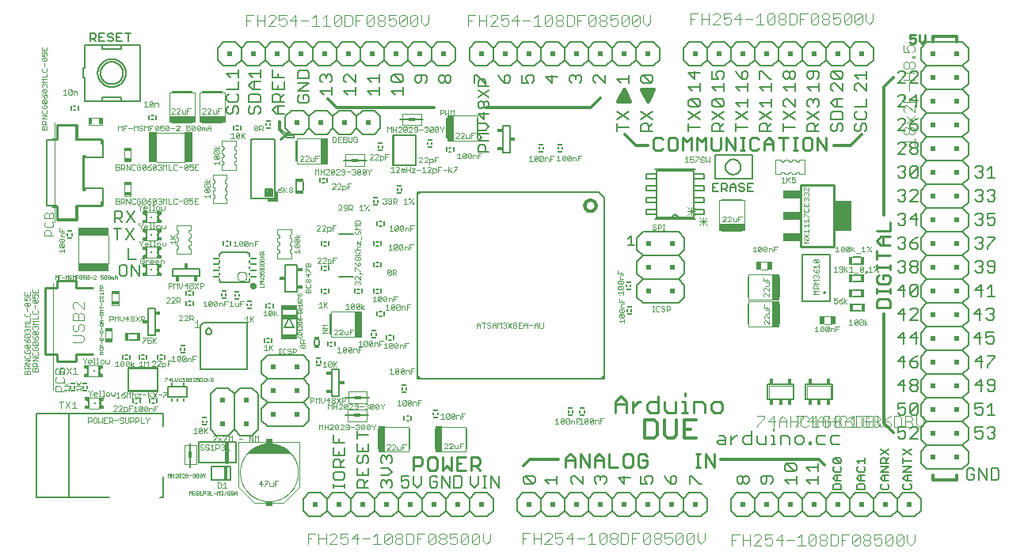
<source format=gto>
G04 EAGLE Gerber RS-274X export*
G75*
%MOMM*%
%FSLAX34Y34*%
%LPD*%
%INTop Silkscreen*%
%IPPOS*%
%AMOC8*
5,1,8,0,0,1.08239X$1,22.5*%
G01*
%ADD10C,0.304800*%
%ADD11C,0.406400*%
%ADD12C,0.254000*%
%ADD13C,0.177800*%
%ADD14C,0.203200*%
%ADD15C,0.152400*%
%ADD16C,0.127000*%
%ADD17C,0.101600*%
%ADD18C,0.228600*%
%ADD19C,0.355600*%
%ADD20R,0.508000X0.508000*%
%ADD21C,0.076200*%
%ADD22C,0.050800*%
%ADD23R,0.700000X0.600000*%
%ADD24R,0.500000X0.325000*%
%ADD25R,0.250000X0.150000*%
%ADD26R,0.175000X0.400000*%
%ADD27R,0.200000X0.200000*%
%ADD28R,0.300000X0.300000*%
%ADD29R,0.075000X0.325000*%
%ADD30C,0.025400*%
%ADD31R,0.950000X3.300000*%
%ADD32R,0.381000X0.508000*%
%ADD33R,0.254000X0.508000*%
%ADD34R,0.508000X0.254000*%
%ADD35R,0.731300X0.243800*%
%ADD36R,1.854200X3.200400*%
%ADD37R,1.854200X0.863600*%
%ADD38R,0.700000X0.350000*%
%ADD39R,0.863600X0.406400*%
%ADD40C,0.070000*%
%ADD41R,0.700000X0.300000*%
%ADD42R,0.599900X0.300000*%
%ADD43R,2.200000X0.200000*%
%ADD44R,2.700000X0.650000*%
%ADD45R,0.200000X2.200000*%
%ADD46R,0.650000X2.700000*%
%ADD47R,0.584200X0.457200*%
%ADD48R,0.300000X0.700000*%
%ADD49R,3.300000X0.950000*%
%ADD50R,1.727200X0.558800*%
%ADD51R,1.574800X0.609600*%
%ADD52R,0.250000X0.450000*%
%ADD53R,0.350000X0.700000*%
%ADD54R,0.508000X0.381000*%
%ADD55R,0.406400X0.863600*%
%ADD56R,0.500100X0.950000*%
%ADD57C,0.010000*%
%ADD58C,0.075000*%
%ADD59R,0.330000X0.750000*%

G36*
X251906Y80942D02*
X251906Y80942D01*
X251934Y80940D01*
X252003Y80962D01*
X252075Y80976D01*
X252098Y80992D01*
X252125Y81001D01*
X252180Y81048D01*
X252240Y81089D01*
X252256Y81113D01*
X252277Y81131D01*
X252310Y81196D01*
X252350Y81257D01*
X252355Y81285D01*
X252367Y81310D01*
X252372Y81383D01*
X252385Y81454D01*
X252379Y81482D01*
X252381Y81510D01*
X252357Y81579D01*
X252342Y81650D01*
X252325Y81673D01*
X252316Y81700D01*
X252258Y81768D01*
X252226Y81813D01*
X252212Y81822D01*
X252199Y81837D01*
X246699Y86337D01*
X246650Y86363D01*
X246578Y86410D01*
X239578Y89410D01*
X239527Y89421D01*
X239461Y89444D01*
X230461Y90944D01*
X230410Y90943D01*
X230299Y90945D01*
X220799Y89445D01*
X220747Y89426D01*
X220651Y89398D01*
X213651Y85898D01*
X213614Y85869D01*
X213561Y85840D01*
X208561Y81840D01*
X208541Y81816D01*
X208516Y81799D01*
X208477Y81740D01*
X208432Y81686D01*
X208423Y81657D01*
X208406Y81631D01*
X208394Y81562D01*
X208373Y81495D01*
X208376Y81464D01*
X208371Y81434D01*
X208386Y81365D01*
X208393Y81295D01*
X208408Y81268D01*
X208414Y81238D01*
X208455Y81181D01*
X208488Y81119D01*
X208513Y81100D01*
X208530Y81075D01*
X208590Y81038D01*
X208645Y80994D01*
X208674Y80985D01*
X208701Y80969D01*
X208784Y80954D01*
X208837Y80938D01*
X208856Y80941D01*
X208878Y80937D01*
X251878Y80937D01*
X251906Y80942D01*
G37*
D10*
X939800Y57150D02*
X939800Y52070D01*
X965200Y52070D01*
X965200Y57150D01*
X939800Y520700D02*
X939800Y527050D01*
X965200Y527050D01*
X965200Y520700D01*
X574040Y450850D02*
X462280Y450850D01*
X574040Y450850D02*
X584200Y461010D01*
X406400Y450850D02*
X302260Y450850D01*
X293370Y459740D01*
X610870Y421640D02*
X622300Y410210D01*
X635000Y410210D01*
X834390Y410210D02*
X852170Y410210D01*
X863600Y421640D01*
X818134Y74168D02*
X713232Y74168D01*
X818134Y74168D02*
X823976Y68326D01*
X539750Y74168D02*
X509270Y74168D01*
X502158Y67056D01*
X887730Y113030D02*
X887730Y229870D01*
X887730Y113030D02*
X897890Y102870D01*
X887730Y335280D02*
X887730Y472440D01*
X897890Y482600D01*
D11*
X609600Y469900D02*
X603250Y457200D01*
X615950Y457200D02*
X609600Y469900D01*
X609600Y457200D02*
X603250Y457200D01*
X609600Y463550D01*
X609600Y457200D01*
X615950Y457200D01*
X609600Y463550D01*
X628650Y469900D02*
X635000Y469900D01*
X641350Y469900D02*
X635000Y457200D01*
X628650Y469900D01*
X635000Y463550D01*
X641350Y469900D01*
X635000Y469900D01*
X635000Y463550D01*
D10*
X211564Y259588D02*
X211566Y259672D01*
X211572Y259756D01*
X211582Y259840D01*
X211595Y259923D01*
X211613Y260005D01*
X211635Y260087D01*
X211660Y260167D01*
X211689Y260246D01*
X211722Y260324D01*
X211758Y260400D01*
X211798Y260474D01*
X211841Y260546D01*
X211887Y260616D01*
X211937Y260684D01*
X211990Y260750D01*
X212046Y260813D01*
X212105Y260873D01*
X212167Y260930D01*
X212231Y260985D01*
X212298Y261036D01*
X212367Y261084D01*
X212438Y261129D01*
X212511Y261171D01*
X212586Y261209D01*
X212663Y261243D01*
X212741Y261274D01*
X212821Y261301D01*
X212902Y261325D01*
X212984Y261344D01*
X213067Y261360D01*
X213150Y261372D01*
X213234Y261380D01*
X213318Y261384D01*
X213402Y261384D01*
X213486Y261380D01*
X213570Y261372D01*
X213653Y261360D01*
X213736Y261344D01*
X213818Y261325D01*
X213899Y261301D01*
X213979Y261274D01*
X214057Y261243D01*
X214134Y261209D01*
X214209Y261171D01*
X214282Y261129D01*
X214353Y261084D01*
X214422Y261036D01*
X214489Y260985D01*
X214553Y260930D01*
X214615Y260873D01*
X214674Y260813D01*
X214730Y260750D01*
X214783Y260684D01*
X214833Y260616D01*
X214879Y260546D01*
X214922Y260474D01*
X214962Y260400D01*
X214998Y260324D01*
X215031Y260246D01*
X215060Y260167D01*
X215085Y260087D01*
X215107Y260005D01*
X215125Y259923D01*
X215138Y259840D01*
X215148Y259756D01*
X215154Y259672D01*
X215156Y259588D01*
X215154Y259504D01*
X215148Y259420D01*
X215138Y259336D01*
X215125Y259253D01*
X215107Y259171D01*
X215085Y259089D01*
X215060Y259009D01*
X215031Y258930D01*
X214998Y258852D01*
X214962Y258776D01*
X214922Y258702D01*
X214879Y258630D01*
X214833Y258560D01*
X214783Y258492D01*
X214730Y258426D01*
X214674Y258363D01*
X214615Y258303D01*
X214553Y258246D01*
X214489Y258191D01*
X214422Y258140D01*
X214353Y258092D01*
X214282Y258047D01*
X214209Y258005D01*
X214134Y257967D01*
X214057Y257933D01*
X213979Y257902D01*
X213899Y257875D01*
X213818Y257851D01*
X213736Y257832D01*
X213653Y257816D01*
X213570Y257804D01*
X213486Y257796D01*
X213402Y257792D01*
X213318Y257792D01*
X213234Y257796D01*
X213150Y257804D01*
X213067Y257816D01*
X212984Y257832D01*
X212902Y257851D01*
X212821Y257875D01*
X212741Y257902D01*
X212663Y257933D01*
X212586Y257967D01*
X212511Y258005D01*
X212438Y258047D01*
X212367Y258092D01*
X212298Y258140D01*
X212231Y258191D01*
X212167Y258246D01*
X212105Y258303D01*
X212046Y258363D01*
X211990Y258426D01*
X211937Y258492D01*
X211887Y258560D01*
X211841Y258630D01*
X211798Y258702D01*
X211758Y258776D01*
X211722Y258852D01*
X211689Y258930D01*
X211660Y259009D01*
X211635Y259089D01*
X211613Y259171D01*
X211595Y259253D01*
X211582Y259336D01*
X211572Y259420D01*
X211566Y259504D01*
X211564Y259588D01*
D12*
X547624Y75277D02*
X547624Y65786D01*
X547624Y75277D02*
X552369Y80022D01*
X557115Y75277D01*
X557115Y65786D01*
X557115Y72904D02*
X547624Y72904D01*
X563060Y65786D02*
X563060Y80022D01*
X572551Y65786D01*
X572551Y80022D01*
X578496Y75277D02*
X578496Y65786D01*
X578496Y75277D02*
X583242Y80022D01*
X587987Y75277D01*
X587987Y65786D01*
X587987Y72904D02*
X578496Y72904D01*
X593932Y80022D02*
X593932Y65786D01*
X603423Y65786D01*
X611741Y80022D02*
X616486Y80022D01*
X611741Y80022D02*
X609368Y77649D01*
X609368Y68159D01*
X611741Y65786D01*
X616486Y65786D01*
X618859Y68159D01*
X618859Y77649D01*
X616486Y80022D01*
X631922Y80022D02*
X634295Y77649D01*
X631922Y80022D02*
X627177Y80022D01*
X624804Y77649D01*
X624804Y68159D01*
X627177Y65786D01*
X631922Y65786D01*
X634295Y68159D01*
X634295Y72904D01*
X629550Y72904D01*
X686549Y65786D02*
X691294Y65786D01*
X688921Y65786D02*
X688921Y80022D01*
X686549Y80022D02*
X691294Y80022D01*
X696839Y80022D02*
X696839Y65786D01*
X706330Y65786D02*
X696839Y80022D01*
X706330Y80022D02*
X706330Y65786D01*
D13*
X246463Y443733D02*
X238159Y443733D01*
X234006Y447885D01*
X238159Y452037D01*
X246463Y452037D01*
X240235Y452037D02*
X240235Y443733D01*
X246463Y456830D02*
X234006Y456830D01*
X234006Y463059D01*
X236082Y465135D01*
X240235Y465135D01*
X242311Y463059D01*
X242311Y456830D01*
X242311Y460982D02*
X246463Y465135D01*
X234006Y469928D02*
X234006Y478232D01*
X234006Y469928D02*
X246463Y469928D01*
X246463Y478232D01*
X240235Y474080D02*
X240235Y469928D01*
X246463Y483025D02*
X234006Y483025D01*
X234006Y491329D01*
X240235Y487177D02*
X240235Y483025D01*
X260784Y461899D02*
X262860Y463975D01*
X260784Y461899D02*
X260784Y457747D01*
X262860Y455671D01*
X271165Y455671D01*
X273241Y457747D01*
X273241Y461899D01*
X271165Y463975D01*
X267013Y463975D01*
X267013Y459823D01*
X273241Y468768D02*
X260784Y468768D01*
X273241Y477073D01*
X260784Y477073D01*
X260784Y481866D02*
X273241Y481866D01*
X273241Y488094D01*
X271165Y490170D01*
X262860Y490170D01*
X260784Y488094D01*
X260784Y481866D01*
X602604Y429221D02*
X615061Y429221D01*
X602604Y425069D02*
X602604Y433373D01*
X602604Y438166D02*
X615061Y446471D01*
X615061Y438166D02*
X602604Y446471D01*
X628004Y425069D02*
X640461Y425069D01*
X628004Y425069D02*
X628004Y431297D01*
X630080Y433373D01*
X634233Y433373D01*
X636309Y431297D01*
X636309Y425069D01*
X636309Y429221D02*
X640461Y433373D01*
X640461Y446471D02*
X628004Y438166D01*
X628004Y446471D02*
X640461Y438166D01*
D12*
X600202Y136069D02*
X600202Y124206D01*
X600202Y136069D02*
X606134Y142001D01*
X612065Y136069D01*
X612065Y124206D01*
X612065Y133104D02*
X600202Y133104D01*
X618912Y136069D02*
X618912Y124206D01*
X618912Y130138D02*
X624844Y136069D01*
X627810Y136069D01*
X646368Y142001D02*
X646368Y124206D01*
X637470Y124206D01*
X634504Y127172D01*
X634504Y133104D01*
X637470Y136069D01*
X646368Y136069D01*
X653215Y136069D02*
X653215Y127172D01*
X656181Y124206D01*
X665078Y124206D01*
X665078Y136069D01*
X671925Y136069D02*
X674891Y136069D01*
X674891Y124206D01*
X671925Y124206D02*
X677857Y124206D01*
X674891Y142001D02*
X674891Y144967D01*
X684399Y136069D02*
X684399Y124206D01*
X684399Y136069D02*
X693296Y136069D01*
X696262Y133104D01*
X696262Y124206D01*
X706075Y124206D02*
X712007Y124206D01*
X714973Y127172D01*
X714973Y133104D01*
X712007Y136069D01*
X706075Y136069D01*
X703109Y133104D01*
X703109Y127172D01*
X706075Y124206D01*
D13*
X336633Y43429D02*
X324176Y43429D01*
X324176Y49657D01*
X326252Y51733D01*
X330405Y51733D01*
X332481Y49657D01*
X332481Y43429D01*
X332481Y47581D02*
X336633Y51733D01*
X324176Y56526D02*
X324176Y64831D01*
X324176Y56526D02*
X336633Y56526D01*
X336633Y64831D01*
X330405Y60678D02*
X330405Y56526D01*
X324176Y75852D02*
X326252Y77928D01*
X324176Y75852D02*
X324176Y71700D01*
X326252Y69624D01*
X328329Y69624D01*
X330405Y71700D01*
X330405Y75852D01*
X332481Y77928D01*
X334557Y77928D01*
X336633Y75852D01*
X336633Y71700D01*
X334557Y69624D01*
X324176Y82721D02*
X324176Y91025D01*
X324176Y82721D02*
X336633Y82721D01*
X336633Y91025D01*
X330405Y86873D02*
X330405Y82721D01*
X336633Y99970D02*
X324176Y99970D01*
X324176Y95818D02*
X324176Y104122D01*
X349576Y45505D02*
X351652Y43429D01*
X349576Y45505D02*
X349576Y49657D01*
X351652Y51733D01*
X353729Y51733D01*
X355805Y49657D01*
X355805Y47581D01*
X355805Y49657D02*
X357881Y51733D01*
X359957Y51733D01*
X362033Y49657D01*
X362033Y45505D01*
X359957Y43429D01*
X357881Y56526D02*
X349576Y56526D01*
X357881Y56526D02*
X362033Y60678D01*
X357881Y64831D01*
X349576Y64831D01*
X351652Y69624D02*
X349576Y71700D01*
X349576Y75852D01*
X351652Y77928D01*
X353729Y77928D01*
X355805Y75852D01*
X355805Y73776D01*
X355805Y75852D02*
X357881Y77928D01*
X359957Y77928D01*
X362033Y75852D01*
X362033Y71700D01*
X359957Y69624D01*
X371597Y56062D02*
X379901Y56062D01*
X371597Y56062D02*
X371597Y49833D01*
X375749Y51909D01*
X377825Y51909D01*
X379901Y49833D01*
X379901Y45681D01*
X377825Y43605D01*
X373673Y43605D01*
X371597Y45681D01*
X384694Y47757D02*
X384694Y56062D01*
X384694Y47757D02*
X388846Y43605D01*
X392999Y47757D01*
X392999Y56062D01*
X445765Y56062D02*
X445765Y47757D01*
X449917Y43605D01*
X454069Y47757D01*
X454069Y56062D01*
X458862Y43605D02*
X463014Y43605D01*
X460938Y43605D02*
X460938Y56062D01*
X458862Y56062D02*
X463014Y56062D01*
X467594Y56062D02*
X467594Y43605D01*
X475898Y43605D02*
X467594Y56062D01*
X475898Y56062D02*
X475898Y43605D01*
X410381Y53986D02*
X408305Y56062D01*
X404153Y56062D01*
X402077Y53986D01*
X402077Y45681D01*
X404153Y43605D01*
X408305Y43605D01*
X410381Y45681D01*
X410381Y49833D01*
X406229Y49833D01*
X415174Y43605D02*
X415174Y56062D01*
X423479Y43605D01*
X423479Y56062D01*
X428272Y56062D02*
X428272Y43605D01*
X434500Y43605D01*
X436576Y45681D01*
X436576Y53986D01*
X434500Y56062D01*
X428272Y56062D01*
X630080Y477139D02*
X638385Y477139D01*
X630080Y477139D02*
X628004Y479215D01*
X628004Y483367D01*
X630080Y485443D01*
X638385Y485443D01*
X640461Y483367D01*
X640461Y479215D01*
X638385Y477139D01*
X630080Y485443D01*
X606757Y477139D02*
X602604Y481291D01*
X615061Y481291D01*
X615061Y477139D02*
X615061Y485443D01*
X589661Y485443D02*
X589661Y477139D01*
X581357Y485443D01*
X579280Y485443D01*
X577204Y483367D01*
X577204Y479215D01*
X579280Y477139D01*
X553880Y477139D02*
X551804Y479215D01*
X551804Y483367D01*
X553880Y485443D01*
X555957Y485443D01*
X558033Y483367D01*
X558033Y481291D01*
X558033Y483367D02*
X560109Y485443D01*
X562185Y485443D01*
X564261Y483367D01*
X564261Y479215D01*
X562185Y477139D01*
X538861Y483367D02*
X526404Y483367D01*
X532633Y477139D01*
X532633Y485443D01*
X501004Y485443D02*
X501004Y477139D01*
X507233Y477139D01*
X505157Y481291D01*
X505157Y483367D01*
X507233Y485443D01*
X511385Y485443D01*
X513461Y483367D01*
X513461Y479215D01*
X511385Y477139D01*
X477680Y481291D02*
X475604Y485443D01*
X477680Y481291D02*
X481833Y477139D01*
X485985Y477139D01*
X488061Y479215D01*
X488061Y483367D01*
X485985Y485443D01*
X483909Y485443D01*
X481833Y483367D01*
X481833Y477139D01*
X450204Y477139D02*
X450204Y485443D01*
X452280Y485443D01*
X460585Y477139D01*
X462661Y477139D01*
X414180Y477139D02*
X412104Y479215D01*
X412104Y483367D01*
X414180Y485443D01*
X416257Y485443D01*
X418333Y483367D01*
X420409Y485443D01*
X422485Y485443D01*
X424561Y483367D01*
X424561Y479215D01*
X422485Y477139D01*
X420409Y477139D01*
X418333Y479215D01*
X416257Y477139D01*
X414180Y477139D01*
X418333Y479215D02*
X418333Y483367D01*
X399161Y479215D02*
X397085Y477139D01*
X399161Y479215D02*
X399161Y483367D01*
X397085Y485443D01*
X388780Y485443D01*
X386704Y483367D01*
X386704Y479215D01*
X388780Y477139D01*
X390857Y477139D01*
X392933Y479215D01*
X392933Y485443D01*
X365457Y464439D02*
X361304Y468591D01*
X373761Y468591D01*
X373761Y464439D02*
X373761Y472743D01*
X371685Y477536D02*
X363380Y477536D01*
X361304Y479612D01*
X361304Y483765D01*
X363380Y485841D01*
X371685Y485841D01*
X373761Y483765D01*
X373761Y479612D01*
X371685Y477536D01*
X363380Y485841D01*
X340057Y464439D02*
X335904Y468591D01*
X348361Y468591D01*
X348361Y464439D02*
X348361Y472743D01*
X340057Y477536D02*
X335904Y481688D01*
X348361Y481688D01*
X348361Y477536D02*
X348361Y485841D01*
X314657Y464439D02*
X310504Y468591D01*
X322961Y468591D01*
X322961Y464439D02*
X322961Y472743D01*
X322961Y477536D02*
X322961Y485841D01*
X314657Y485841D02*
X322961Y477536D01*
X314657Y485841D02*
X312580Y485841D01*
X310504Y483765D01*
X310504Y479612D01*
X312580Y477536D01*
X289257Y464439D02*
X285104Y468591D01*
X297561Y468591D01*
X297561Y464439D02*
X297561Y472743D01*
X287180Y477536D02*
X285104Y479612D01*
X285104Y483765D01*
X287180Y485841D01*
X289257Y485841D01*
X291333Y483765D01*
X291333Y481688D01*
X291333Y483765D02*
X293409Y485841D01*
X295485Y485841D01*
X297561Y483765D01*
X297561Y479612D01*
X295485Y477536D01*
X504350Y47879D02*
X512655Y47879D01*
X504350Y47879D02*
X502274Y49955D01*
X502274Y54107D01*
X504350Y56183D01*
X512655Y56183D01*
X514731Y54107D01*
X514731Y49955D01*
X512655Y47879D01*
X504350Y56183D01*
X525134Y52031D02*
X529287Y47879D01*
X525134Y52031D02*
X537591Y52031D01*
X537591Y47879D02*
X537591Y56183D01*
X565531Y56183D02*
X565531Y47879D01*
X557227Y56183D01*
X555150Y56183D01*
X553074Y54107D01*
X553074Y49955D01*
X555150Y47879D01*
X578474Y49955D02*
X580550Y47879D01*
X578474Y49955D02*
X578474Y54107D01*
X580550Y56183D01*
X582627Y56183D01*
X584703Y54107D01*
X584703Y52031D01*
X584703Y54107D02*
X586779Y56183D01*
X588855Y56183D01*
X590931Y54107D01*
X590931Y49955D01*
X588855Y47879D01*
X603874Y54107D02*
X616331Y54107D01*
X610103Y47879D02*
X603874Y54107D01*
X610103Y56183D02*
X610103Y47879D01*
X628004Y47879D02*
X628004Y56183D01*
X628004Y47879D02*
X634233Y47879D01*
X632157Y52031D01*
X632157Y54107D01*
X634233Y56183D01*
X638385Y56183D01*
X640461Y54107D01*
X640461Y49955D01*
X638385Y47879D01*
X653404Y56183D02*
X655480Y52031D01*
X659633Y47879D01*
X663785Y47879D01*
X665861Y49955D01*
X665861Y54107D01*
X663785Y56183D01*
X661709Y56183D01*
X659633Y54107D01*
X659633Y47879D01*
X680074Y47879D02*
X680074Y56183D01*
X682150Y56183D01*
X690455Y47879D01*
X692531Y47879D01*
X831204Y431297D02*
X833280Y433373D01*
X831204Y431297D02*
X831204Y427145D01*
X833280Y425069D01*
X835357Y425069D01*
X837433Y427145D01*
X837433Y431297D01*
X839509Y433373D01*
X841585Y433373D01*
X843661Y431297D01*
X843661Y427145D01*
X841585Y425069D01*
X843661Y438166D02*
X831204Y438166D01*
X843661Y438166D02*
X843661Y444395D01*
X841585Y446471D01*
X833280Y446471D01*
X831204Y444395D01*
X831204Y438166D01*
X835357Y451264D02*
X843661Y451264D01*
X835357Y451264D02*
X831204Y455416D01*
X835357Y459568D01*
X843661Y459568D01*
X837433Y459568D02*
X837433Y451264D01*
X856604Y431297D02*
X858680Y433373D01*
X856604Y431297D02*
X856604Y427145D01*
X858680Y425069D01*
X860757Y425069D01*
X862833Y427145D01*
X862833Y431297D01*
X864909Y433373D01*
X866985Y433373D01*
X869061Y431297D01*
X869061Y427145D01*
X866985Y425069D01*
X856604Y444395D02*
X858680Y446471D01*
X856604Y444395D02*
X856604Y440242D01*
X858680Y438166D01*
X866985Y438166D01*
X869061Y440242D01*
X869061Y444395D01*
X866985Y446471D01*
X869061Y451264D02*
X856604Y451264D01*
X869061Y451264D02*
X869061Y459568D01*
D14*
X617637Y313831D02*
X614078Y310272D01*
X617637Y313831D02*
X617637Y303154D01*
X614078Y303154D02*
X621196Y303154D01*
D13*
X730874Y49955D02*
X732950Y47879D01*
X730874Y49955D02*
X730874Y54107D01*
X732950Y56183D01*
X735027Y56183D01*
X737103Y54107D01*
X739179Y56183D01*
X741255Y56183D01*
X743331Y54107D01*
X743331Y49955D01*
X741255Y47879D01*
X739179Y47879D01*
X737103Y49955D01*
X735027Y47879D01*
X732950Y47879D01*
X737103Y49955D02*
X737103Y54107D01*
X766655Y47879D02*
X768731Y49955D01*
X768731Y54107D01*
X766655Y56183D01*
X758350Y56183D01*
X756274Y54107D01*
X756274Y49955D01*
X758350Y47879D01*
X760427Y47879D01*
X762503Y49955D01*
X762503Y56183D01*
D15*
X781547Y51989D02*
X785784Y47752D01*
X781547Y51989D02*
X794258Y51989D01*
X794258Y47752D02*
X794258Y56226D01*
X792140Y60849D02*
X783666Y60849D01*
X781547Y62968D01*
X781547Y67205D01*
X783666Y69323D01*
X792140Y69323D01*
X794258Y67205D01*
X794258Y62968D01*
X792140Y60849D01*
X783666Y69323D01*
D13*
X805042Y52031D02*
X809195Y47879D01*
X805042Y52031D02*
X817499Y52031D01*
X817499Y47879D02*
X817499Y56183D01*
X809195Y60976D02*
X805042Y65128D01*
X817499Y65128D01*
X817499Y60976D02*
X817499Y69281D01*
D16*
X833239Y41529D02*
X842137Y41529D01*
X842137Y45978D01*
X840654Y47461D01*
X834722Y47461D01*
X833239Y45978D01*
X833239Y41529D01*
X836205Y50884D02*
X842137Y50884D01*
X836205Y50884D02*
X833239Y53850D01*
X836205Y56816D01*
X842137Y56816D01*
X837688Y56816D02*
X837688Y50884D01*
X833239Y64688D02*
X834722Y66171D01*
X833239Y64688D02*
X833239Y61722D01*
X834722Y60239D01*
X840654Y60239D01*
X842137Y61722D01*
X842137Y64688D01*
X840654Y66171D01*
X840654Y69595D02*
X834722Y69595D01*
X833239Y71077D01*
X833239Y74043D01*
X834722Y75526D01*
X840654Y75526D01*
X842137Y74043D01*
X842137Y71077D01*
X840654Y69595D01*
X834722Y75526D01*
X858639Y41529D02*
X867537Y41529D01*
X867537Y45978D01*
X866054Y47461D01*
X860122Y47461D01*
X858639Y45978D01*
X858639Y41529D01*
X861605Y50884D02*
X867537Y50884D01*
X861605Y50884D02*
X858639Y53850D01*
X861605Y56816D01*
X867537Y56816D01*
X863088Y56816D02*
X863088Y50884D01*
X858639Y64688D02*
X860122Y66171D01*
X858639Y64688D02*
X858639Y61722D01*
X860122Y60239D01*
X866054Y60239D01*
X867537Y61722D01*
X867537Y64688D01*
X866054Y66171D01*
X861605Y69595D02*
X858639Y72560D01*
X867537Y72560D01*
X867537Y69595D02*
X867537Y75526D01*
X885522Y47461D02*
X884039Y45978D01*
X884039Y43012D01*
X885522Y41529D01*
X891454Y41529D01*
X892937Y43012D01*
X892937Y45978D01*
X891454Y47461D01*
X892937Y50884D02*
X887005Y50884D01*
X884039Y53850D01*
X887005Y56816D01*
X892937Y56816D01*
X888488Y56816D02*
X888488Y50884D01*
X892937Y60239D02*
X884039Y60239D01*
X892937Y66171D01*
X884039Y66171D01*
X884039Y69595D02*
X892937Y69595D01*
X884039Y69595D02*
X884039Y74043D01*
X885522Y75526D01*
X888488Y75526D01*
X889971Y74043D01*
X889971Y69595D01*
X889971Y72560D02*
X892937Y75526D01*
X892937Y84881D02*
X884039Y78950D01*
X884039Y84881D02*
X892937Y78950D01*
X909652Y47461D02*
X908169Y45978D01*
X908169Y43012D01*
X909652Y41529D01*
X915584Y41529D01*
X917067Y43012D01*
X917067Y45978D01*
X915584Y47461D01*
X917067Y50884D02*
X911135Y50884D01*
X908169Y53850D01*
X911135Y56816D01*
X917067Y56816D01*
X912618Y56816D02*
X912618Y50884D01*
X917067Y60239D02*
X908169Y60239D01*
X917067Y66171D01*
X908169Y66171D01*
X908169Y72560D02*
X917067Y72560D01*
X908169Y69595D02*
X908169Y75526D01*
X908169Y78950D02*
X917067Y84881D01*
X917067Y78950D02*
X908169Y84881D01*
D13*
X742061Y429221D02*
X729604Y429221D01*
X729604Y425069D02*
X729604Y433373D01*
X729604Y438166D02*
X742061Y446471D01*
X742061Y438166D02*
X729604Y446471D01*
X733757Y451264D02*
X729604Y455416D01*
X742061Y455416D01*
X742061Y451264D02*
X742061Y459568D01*
X755004Y425069D02*
X767461Y425069D01*
X755004Y425069D02*
X755004Y431297D01*
X757080Y433373D01*
X761233Y433373D01*
X763309Y431297D01*
X763309Y425069D01*
X763309Y429221D02*
X767461Y433373D01*
X767461Y446471D02*
X755004Y438166D01*
X755004Y446471D02*
X767461Y438166D01*
X759157Y451264D02*
X755004Y455416D01*
X767461Y455416D01*
X767461Y451264D02*
X767461Y459568D01*
D14*
X716159Y99322D02*
X711329Y99322D01*
X716159Y99322D02*
X718574Y96907D01*
X718574Y89662D01*
X711329Y89662D01*
X708914Y92077D01*
X711329Y94492D01*
X718574Y94492D01*
X724116Y89662D02*
X724116Y99322D01*
X724116Y94492D02*
X728946Y99322D01*
X731361Y99322D01*
X746445Y104152D02*
X746445Y89662D01*
X739200Y89662D01*
X736785Y92077D01*
X736785Y96907D01*
X739200Y99322D01*
X746445Y99322D01*
X751987Y99322D02*
X751987Y92077D01*
X754402Y89662D01*
X761647Y89662D01*
X761647Y99322D01*
X767189Y99322D02*
X769604Y99322D01*
X769604Y89662D01*
X767189Y89662D02*
X772019Y89662D01*
X769604Y104152D02*
X769604Y106567D01*
X777324Y99322D02*
X777324Y89662D01*
X777324Y99322D02*
X784569Y99322D01*
X786984Y96907D01*
X786984Y89662D01*
X794941Y89662D02*
X799771Y89662D01*
X802186Y92077D01*
X802186Y96907D01*
X799771Y99322D01*
X794941Y99322D01*
X792526Y96907D01*
X792526Y92077D01*
X794941Y89662D01*
X807728Y89662D02*
X807728Y92077D01*
X810143Y92077D01*
X810143Y89662D01*
X807728Y89662D01*
X817744Y99322D02*
X824990Y99322D01*
X817744Y99322D02*
X815329Y96907D01*
X815329Y92077D01*
X817744Y89662D01*
X824990Y89662D01*
X832947Y99322D02*
X840192Y99322D01*
X832947Y99322D02*
X830531Y96907D01*
X830531Y92077D01*
X832947Y89662D01*
X840192Y89662D01*
D13*
X716661Y425069D02*
X704204Y425069D01*
X704204Y431297D01*
X706280Y433373D01*
X710433Y433373D01*
X712509Y431297D01*
X712509Y425069D01*
X712509Y429221D02*
X716661Y433373D01*
X716661Y446471D02*
X704204Y438166D01*
X704204Y446471D02*
X716661Y438166D01*
X714585Y451264D02*
X706280Y451264D01*
X704204Y453340D01*
X704204Y457492D01*
X706280Y459568D01*
X714585Y459568D01*
X716661Y457492D01*
X716661Y453340D01*
X714585Y451264D01*
X706280Y459568D01*
X691261Y429221D02*
X678804Y429221D01*
X678804Y425069D02*
X678804Y433373D01*
X678804Y438166D02*
X691261Y446471D01*
X691261Y438166D02*
X678804Y446471D01*
X680880Y451264D02*
X689185Y451264D01*
X680880Y451264D02*
X678804Y453340D01*
X678804Y457492D01*
X680880Y459568D01*
X689185Y459568D01*
X691261Y457492D01*
X691261Y453340D01*
X689185Y451264D01*
X680880Y459568D01*
X805804Y425069D02*
X818261Y425069D01*
X805804Y425069D02*
X805804Y431297D01*
X807880Y433373D01*
X812033Y433373D01*
X814109Y431297D01*
X814109Y425069D01*
X814109Y429221D02*
X818261Y433373D01*
X818261Y446471D02*
X805804Y438166D01*
X805804Y446471D02*
X818261Y438166D01*
X807880Y451264D02*
X805804Y453340D01*
X805804Y457492D01*
X807880Y459568D01*
X809957Y459568D01*
X812033Y457492D01*
X812033Y455416D01*
X812033Y457492D02*
X814109Y459568D01*
X816185Y459568D01*
X818261Y457492D01*
X818261Y453340D01*
X816185Y451264D01*
X792861Y429221D02*
X780404Y429221D01*
X780404Y425069D02*
X780404Y433373D01*
X780404Y438166D02*
X792861Y446471D01*
X792861Y438166D02*
X780404Y446471D01*
X792861Y451264D02*
X792861Y459568D01*
X792861Y451264D02*
X784557Y459568D01*
X782480Y459568D01*
X780404Y457492D01*
X780404Y453340D01*
X782480Y451264D01*
D17*
X413258Y448060D02*
X413258Y442976D01*
X413258Y448060D02*
X415800Y448060D01*
X416648Y447213D01*
X416648Y445518D01*
X415800Y444671D01*
X413258Y444671D01*
X418871Y442976D02*
X418871Y448060D01*
X420566Y444671D02*
X418871Y442976D01*
X420566Y444671D02*
X422261Y442976D01*
X422261Y448060D01*
X424484Y448060D02*
X424484Y442976D01*
X426179Y446366D02*
X424484Y448060D01*
X426179Y446366D02*
X427874Y448060D01*
X427874Y442976D01*
D13*
X678804Y472401D02*
X682957Y468249D01*
X678804Y472401D02*
X691261Y472401D01*
X691261Y468249D02*
X691261Y476553D01*
X691261Y487575D02*
X678804Y487575D01*
X685033Y481346D01*
X685033Y489651D01*
X704204Y472401D02*
X708357Y468249D01*
X704204Y472401D02*
X716661Y472401D01*
X716661Y468249D02*
X716661Y476553D01*
X704204Y481346D02*
X704204Y489651D01*
X704204Y481346D02*
X710433Y481346D01*
X708357Y485498D01*
X708357Y487575D01*
X710433Y489651D01*
X714585Y489651D01*
X716661Y487575D01*
X716661Y483422D01*
X714585Y481346D01*
X729604Y472401D02*
X733757Y468249D01*
X729604Y472401D02*
X742061Y472401D01*
X742061Y468249D02*
X742061Y476553D01*
X731680Y485498D02*
X729604Y489651D01*
X731680Y485498D02*
X735833Y481346D01*
X739985Y481346D01*
X742061Y483422D01*
X742061Y487575D01*
X739985Y489651D01*
X737909Y489651D01*
X735833Y487575D01*
X735833Y481346D01*
X755004Y472401D02*
X759157Y468249D01*
X755004Y472401D02*
X767461Y472401D01*
X767461Y468249D02*
X767461Y476553D01*
X755004Y481346D02*
X755004Y489651D01*
X757080Y489651D01*
X765385Y481346D01*
X767461Y481346D01*
X780404Y472401D02*
X784557Y468249D01*
X780404Y472401D02*
X792861Y472401D01*
X792861Y468249D02*
X792861Y476553D01*
X782480Y481346D02*
X780404Y483422D01*
X780404Y487575D01*
X782480Y489651D01*
X784557Y489651D01*
X786633Y487575D01*
X788709Y489651D01*
X790785Y489651D01*
X792861Y487575D01*
X792861Y483422D01*
X790785Y481346D01*
X788709Y481346D01*
X786633Y483422D01*
X784557Y481346D01*
X782480Y481346D01*
X786633Y483422D02*
X786633Y487575D01*
X805804Y472401D02*
X809957Y468249D01*
X805804Y472401D02*
X818261Y472401D01*
X818261Y468249D02*
X818261Y476553D01*
X816185Y481346D02*
X818261Y483422D01*
X818261Y487575D01*
X816185Y489651D01*
X807880Y489651D01*
X805804Y487575D01*
X805804Y483422D01*
X807880Y481346D01*
X809957Y481346D01*
X812033Y483422D01*
X812033Y489651D01*
X843661Y476553D02*
X843661Y468249D01*
X835357Y476553D01*
X833280Y476553D01*
X831204Y474477D01*
X831204Y470325D01*
X833280Y468249D01*
X833280Y481346D02*
X841585Y481346D01*
X833280Y481346D02*
X831204Y483422D01*
X831204Y487575D01*
X833280Y489651D01*
X841585Y489651D01*
X843661Y487575D01*
X843661Y483422D01*
X841585Y481346D01*
X833280Y489651D01*
X869061Y476553D02*
X869061Y468249D01*
X860757Y476553D01*
X858680Y476553D01*
X856604Y474477D01*
X856604Y470325D01*
X858680Y468249D01*
X860757Y481346D02*
X856604Y485498D01*
X869061Y485498D01*
X869061Y481346D02*
X869061Y489651D01*
D18*
X915282Y528455D02*
X921213Y528455D01*
X915282Y528455D02*
X915282Y524006D01*
X918247Y525489D01*
X919730Y525489D01*
X921213Y524006D01*
X921213Y521040D01*
X919730Y519557D01*
X916765Y519557D01*
X915282Y521040D01*
X925572Y522523D02*
X925572Y528455D01*
X925572Y522523D02*
X928538Y519557D01*
X931504Y522523D01*
X931504Y528455D01*
D13*
X982477Y64146D02*
X984553Y62070D01*
X982477Y64146D02*
X978325Y64146D01*
X976249Y62070D01*
X976249Y53765D01*
X978325Y51689D01*
X982477Y51689D01*
X984553Y53765D01*
X984553Y57917D01*
X980401Y57917D01*
X989346Y51689D02*
X989346Y64146D01*
X997651Y51689D01*
X997651Y64146D01*
X1002444Y64146D02*
X1002444Y51689D01*
X1008672Y51689D01*
X1010748Y53765D01*
X1010748Y62070D01*
X1008672Y64146D01*
X1002444Y64146D01*
X910893Y477139D02*
X902589Y477139D01*
X910893Y485443D01*
X910893Y487520D01*
X908817Y489596D01*
X904665Y489596D01*
X902589Y487520D01*
X915686Y477139D02*
X923991Y477139D01*
X923991Y485443D02*
X915686Y477139D01*
X923991Y485443D02*
X923991Y487520D01*
X921915Y489596D01*
X917762Y489596D01*
X915686Y487520D01*
X910893Y451739D02*
X902589Y451739D01*
X910893Y460043D01*
X910893Y462120D01*
X908817Y464196D01*
X904665Y464196D01*
X902589Y462120D01*
X921915Y464196D02*
X921915Y451739D01*
X915686Y457967D02*
X921915Y464196D01*
X923991Y457967D02*
X915686Y457967D01*
X910893Y426339D02*
X902589Y426339D01*
X910893Y434643D01*
X910893Y436720D01*
X908817Y438796D01*
X904665Y438796D01*
X902589Y436720D01*
X919838Y436720D02*
X923991Y438796D01*
X919838Y436720D02*
X915686Y432567D01*
X915686Y428415D01*
X917762Y426339D01*
X921915Y426339D01*
X923991Y428415D01*
X923991Y430491D01*
X921915Y432567D01*
X915686Y432567D01*
X910893Y400939D02*
X902589Y400939D01*
X910893Y409243D01*
X910893Y411320D01*
X908817Y413396D01*
X904665Y413396D01*
X902589Y411320D01*
X915686Y411320D02*
X917762Y413396D01*
X921915Y413396D01*
X923991Y411320D01*
X923991Y409243D01*
X921915Y407167D01*
X923991Y405091D01*
X923991Y403015D01*
X921915Y400939D01*
X917762Y400939D01*
X915686Y403015D01*
X915686Y405091D01*
X917762Y407167D01*
X915686Y409243D01*
X915686Y411320D01*
X917762Y407167D02*
X921915Y407167D01*
X904665Y387996D02*
X902589Y385920D01*
X904665Y387996D02*
X908817Y387996D01*
X910893Y385920D01*
X910893Y383843D01*
X908817Y381767D01*
X906741Y381767D01*
X908817Y381767D02*
X910893Y379691D01*
X910893Y377615D01*
X908817Y375539D01*
X904665Y375539D01*
X902589Y377615D01*
X915686Y377615D02*
X915686Y385920D01*
X917762Y387996D01*
X921915Y387996D01*
X923991Y385920D01*
X923991Y377615D01*
X921915Y375539D01*
X917762Y375539D01*
X915686Y377615D01*
X923991Y385920D01*
X985139Y385920D02*
X987215Y387996D01*
X991367Y387996D01*
X993443Y385920D01*
X993443Y383843D01*
X991367Y381767D01*
X989291Y381767D01*
X991367Y381767D02*
X993443Y379691D01*
X993443Y377615D01*
X991367Y375539D01*
X987215Y375539D01*
X985139Y377615D01*
X998236Y383843D02*
X1002388Y387996D01*
X1002388Y375539D01*
X998236Y375539D02*
X1006541Y375539D01*
X904665Y362596D02*
X902589Y360520D01*
X904665Y362596D02*
X908817Y362596D01*
X910893Y360520D01*
X910893Y358443D01*
X908817Y356367D01*
X906741Y356367D01*
X908817Y356367D02*
X910893Y354291D01*
X910893Y352215D01*
X908817Y350139D01*
X904665Y350139D01*
X902589Y352215D01*
X915686Y350139D02*
X923991Y350139D01*
X923991Y358443D02*
X915686Y350139D01*
X923991Y358443D02*
X923991Y360520D01*
X921915Y362596D01*
X917762Y362596D01*
X915686Y360520D01*
X985139Y360520D02*
X987215Y362596D01*
X991367Y362596D01*
X993443Y360520D01*
X993443Y358443D01*
X991367Y356367D01*
X989291Y356367D01*
X991367Y356367D02*
X993443Y354291D01*
X993443Y352215D01*
X991367Y350139D01*
X987215Y350139D01*
X985139Y352215D01*
X998236Y360520D02*
X1000312Y362596D01*
X1004465Y362596D01*
X1006541Y360520D01*
X1006541Y358443D01*
X1004465Y356367D01*
X1002388Y356367D01*
X1004465Y356367D02*
X1006541Y354291D01*
X1006541Y352215D01*
X1004465Y350139D01*
X1000312Y350139D01*
X998236Y352215D01*
X904665Y337196D02*
X902589Y335120D01*
X904665Y337196D02*
X908817Y337196D01*
X910893Y335120D01*
X910893Y333043D01*
X908817Y330967D01*
X906741Y330967D01*
X908817Y330967D02*
X910893Y328891D01*
X910893Y326815D01*
X908817Y324739D01*
X904665Y324739D01*
X902589Y326815D01*
X921915Y324739D02*
X921915Y337196D01*
X915686Y330967D01*
X923991Y330967D01*
X985139Y335120D02*
X987215Y337196D01*
X991367Y337196D01*
X993443Y335120D01*
X993443Y333043D01*
X991367Y330967D01*
X989291Y330967D01*
X991367Y330967D02*
X993443Y328891D01*
X993443Y326815D01*
X991367Y324739D01*
X987215Y324739D01*
X985139Y326815D01*
X998236Y337196D02*
X1006541Y337196D01*
X998236Y337196D02*
X998236Y330967D01*
X1002388Y333043D01*
X1004465Y333043D01*
X1006541Y330967D01*
X1006541Y326815D01*
X1004465Y324739D01*
X1000312Y324739D01*
X998236Y326815D01*
X904665Y311796D02*
X902589Y309720D01*
X904665Y311796D02*
X908817Y311796D01*
X910893Y309720D01*
X910893Y307643D01*
X908817Y305567D01*
X906741Y305567D01*
X908817Y305567D02*
X910893Y303491D01*
X910893Y301415D01*
X908817Y299339D01*
X904665Y299339D01*
X902589Y301415D01*
X919838Y309720D02*
X923991Y311796D01*
X919838Y309720D02*
X915686Y305567D01*
X915686Y301415D01*
X917762Y299339D01*
X921915Y299339D01*
X923991Y301415D01*
X923991Y303491D01*
X921915Y305567D01*
X915686Y305567D01*
X985139Y309720D02*
X987215Y311796D01*
X991367Y311796D01*
X993443Y309720D01*
X993443Y307643D01*
X991367Y305567D01*
X989291Y305567D01*
X991367Y305567D02*
X993443Y303491D01*
X993443Y301415D01*
X991367Y299339D01*
X987215Y299339D01*
X985139Y301415D01*
X998236Y311796D02*
X1006541Y311796D01*
X1006541Y309720D01*
X998236Y301415D01*
X998236Y299339D01*
X904665Y286396D02*
X902589Y284320D01*
X904665Y286396D02*
X908817Y286396D01*
X910893Y284320D01*
X910893Y282243D01*
X908817Y280167D01*
X906741Y280167D01*
X908817Y280167D02*
X910893Y278091D01*
X910893Y276015D01*
X908817Y273939D01*
X904665Y273939D01*
X902589Y276015D01*
X915686Y284320D02*
X917762Y286396D01*
X921915Y286396D01*
X923991Y284320D01*
X923991Y282243D01*
X921915Y280167D01*
X923991Y278091D01*
X923991Y276015D01*
X921915Y273939D01*
X917762Y273939D01*
X915686Y276015D01*
X915686Y278091D01*
X917762Y280167D01*
X915686Y282243D01*
X915686Y284320D01*
X917762Y280167D02*
X921915Y280167D01*
X985139Y284320D02*
X987215Y286396D01*
X991367Y286396D01*
X993443Y284320D01*
X993443Y282243D01*
X991367Y280167D01*
X989291Y280167D01*
X991367Y280167D02*
X993443Y278091D01*
X993443Y276015D01*
X991367Y273939D01*
X987215Y273939D01*
X985139Y276015D01*
X998236Y276015D02*
X1000312Y273939D01*
X1004465Y273939D01*
X1006541Y276015D01*
X1006541Y284320D01*
X1004465Y286396D01*
X1000312Y286396D01*
X998236Y284320D01*
X998236Y282243D01*
X1000312Y280167D01*
X1006541Y280167D01*
X991367Y260996D02*
X991367Y248539D01*
X985139Y254767D02*
X991367Y260996D01*
X993443Y254767D02*
X985139Y254767D01*
X998236Y256843D02*
X1002388Y260996D01*
X1002388Y248539D01*
X998236Y248539D02*
X1006541Y248539D01*
X908817Y248539D02*
X908817Y260996D01*
X902589Y254767D01*
X910893Y254767D01*
X915686Y250615D02*
X915686Y258920D01*
X917762Y260996D01*
X921915Y260996D01*
X923991Y258920D01*
X923991Y250615D01*
X921915Y248539D01*
X917762Y248539D01*
X915686Y250615D01*
X923991Y258920D01*
X990097Y235596D02*
X990097Y223139D01*
X983869Y229367D02*
X990097Y235596D01*
X992173Y229367D02*
X983869Y229367D01*
X996966Y233520D02*
X999042Y235596D01*
X1003195Y235596D01*
X1005271Y233520D01*
X1005271Y231443D01*
X1003195Y229367D01*
X1001118Y229367D01*
X1003195Y229367D02*
X1005271Y227291D01*
X1005271Y225215D01*
X1003195Y223139D01*
X999042Y223139D01*
X996966Y225215D01*
X908817Y223139D02*
X908817Y235596D01*
X902589Y229367D01*
X910893Y229367D01*
X915686Y223139D02*
X923991Y223139D01*
X923991Y231443D02*
X915686Y223139D01*
X923991Y231443D02*
X923991Y233520D01*
X921915Y235596D01*
X917762Y235596D01*
X915686Y233520D01*
X990097Y210196D02*
X990097Y197739D01*
X983869Y203967D02*
X990097Y210196D01*
X992173Y203967D02*
X983869Y203967D01*
X996966Y210196D02*
X1005271Y210196D01*
X996966Y210196D02*
X996966Y203967D01*
X1001118Y206043D01*
X1003195Y206043D01*
X1005271Y203967D01*
X1005271Y199815D01*
X1003195Y197739D01*
X999042Y197739D01*
X996966Y199815D01*
X991367Y184796D02*
X991367Y172339D01*
X985139Y178567D02*
X991367Y184796D01*
X993443Y178567D02*
X985139Y178567D01*
X998236Y184796D02*
X1006541Y184796D01*
X1006541Y182720D01*
X998236Y174415D01*
X998236Y172339D01*
X991367Y159396D02*
X991367Y146939D01*
X985139Y153167D02*
X991367Y159396D01*
X993443Y153167D02*
X985139Y153167D01*
X998236Y149015D02*
X1000312Y146939D01*
X1004465Y146939D01*
X1006541Y149015D01*
X1006541Y157320D01*
X1004465Y159396D01*
X1000312Y159396D01*
X998236Y157320D01*
X998236Y155243D01*
X1000312Y153167D01*
X1006541Y153167D01*
X993443Y133996D02*
X985139Y133996D01*
X985139Y127767D01*
X989291Y129843D01*
X991367Y129843D01*
X993443Y127767D01*
X993443Y123615D01*
X991367Y121539D01*
X987215Y121539D01*
X985139Y123615D01*
X998236Y129843D02*
X1002388Y133996D01*
X1002388Y121539D01*
X998236Y121539D02*
X1006541Y121539D01*
X908817Y197739D02*
X908817Y210196D01*
X902589Y203967D01*
X910893Y203967D01*
X921915Y197739D02*
X921915Y210196D01*
X915686Y203967D01*
X923991Y203967D01*
X908817Y184796D02*
X908817Y172339D01*
X902589Y178567D02*
X908817Y184796D01*
X910893Y178567D02*
X902589Y178567D01*
X919838Y182720D02*
X923991Y184796D01*
X919838Y182720D02*
X915686Y178567D01*
X915686Y174415D01*
X917762Y172339D01*
X921915Y172339D01*
X923991Y174415D01*
X923991Y176491D01*
X921915Y178567D01*
X915686Y178567D01*
X910893Y133996D02*
X902589Y133996D01*
X902589Y127767D01*
X906741Y129843D01*
X908817Y129843D01*
X910893Y127767D01*
X910893Y123615D01*
X908817Y121539D01*
X904665Y121539D01*
X902589Y123615D01*
X915686Y123615D02*
X915686Y131920D01*
X917762Y133996D01*
X921915Y133996D01*
X923991Y131920D01*
X923991Y123615D01*
X921915Y121539D01*
X917762Y121539D01*
X915686Y123615D01*
X923991Y131920D01*
X908817Y146939D02*
X908817Y159396D01*
X902589Y153167D01*
X910893Y153167D01*
X915686Y157320D02*
X917762Y159396D01*
X921915Y159396D01*
X923991Y157320D01*
X923991Y155243D01*
X921915Y153167D01*
X923991Y151091D01*
X923991Y149015D01*
X921915Y146939D01*
X917762Y146939D01*
X915686Y149015D01*
X915686Y151091D01*
X917762Y153167D01*
X915686Y155243D01*
X915686Y157320D01*
X917762Y153167D02*
X921915Y153167D01*
X985139Y108596D02*
X993443Y108596D01*
X985139Y108596D02*
X985139Y102367D01*
X989291Y104443D01*
X991367Y104443D01*
X993443Y102367D01*
X993443Y98215D01*
X991367Y96139D01*
X987215Y96139D01*
X985139Y98215D01*
X998236Y106520D02*
X1000312Y108596D01*
X1004465Y108596D01*
X1006541Y106520D01*
X1006541Y104443D01*
X1004465Y102367D01*
X1002388Y102367D01*
X1004465Y102367D02*
X1006541Y100291D01*
X1006541Y98215D01*
X1004465Y96139D01*
X1000312Y96139D01*
X998236Y98215D01*
X910893Y108596D02*
X902589Y108596D01*
X902589Y102367D01*
X906741Y104443D01*
X908817Y104443D01*
X910893Y102367D01*
X910893Y98215D01*
X908817Y96139D01*
X904665Y96139D01*
X902589Y98215D01*
X915686Y96139D02*
X923991Y96139D01*
X923991Y104443D02*
X915686Y96139D01*
X923991Y104443D02*
X923991Y106520D01*
X921915Y108596D01*
X917762Y108596D01*
X915686Y106520D01*
D12*
X894080Y236220D02*
X879844Y236220D01*
X894080Y236220D02*
X894080Y243338D01*
X891707Y245711D01*
X882217Y245711D01*
X879844Y243338D01*
X879844Y236220D01*
X894080Y251656D02*
X894080Y256401D01*
X894080Y254029D02*
X879844Y254029D01*
X879844Y256401D02*
X879844Y251656D01*
X879844Y269065D02*
X882217Y271438D01*
X879844Y269065D02*
X879844Y264319D01*
X882217Y261947D01*
X891707Y261947D01*
X894080Y264319D01*
X894080Y269065D01*
X891707Y271438D01*
X886962Y271438D01*
X886962Y266692D01*
X894080Y277383D02*
X894080Y282128D01*
X894080Y279756D02*
X879844Y279756D01*
X879844Y282128D02*
X879844Y277383D01*
X879844Y292419D02*
X894080Y292419D01*
X879844Y287674D02*
X879844Y297164D01*
X884589Y303110D02*
X894080Y303110D01*
X884589Y303110D02*
X879844Y307855D01*
X884589Y312600D01*
X894080Y312600D01*
X886962Y312600D02*
X886962Y303110D01*
X879844Y318546D02*
X894080Y318546D01*
X894080Y328036D01*
D19*
X632206Y116095D02*
X632206Y96774D01*
X641866Y96774D01*
X645086Y99994D01*
X645086Y112874D01*
X641866Y116095D01*
X632206Y116095D01*
X653255Y116095D02*
X653255Y99994D01*
X656475Y96774D01*
X662915Y96774D01*
X666136Y99994D01*
X666136Y116095D01*
X674304Y116095D02*
X687185Y116095D01*
X674304Y116095D02*
X674304Y96774D01*
X687185Y96774D01*
X680745Y106434D02*
X674304Y106434D01*
D13*
X210682Y452037D02*
X208606Y449961D01*
X208606Y445809D01*
X210682Y443733D01*
X212759Y443733D01*
X214835Y445809D01*
X214835Y449961D01*
X216911Y452037D01*
X218987Y452037D01*
X221063Y449961D01*
X221063Y445809D01*
X218987Y443733D01*
X221063Y456830D02*
X208606Y456830D01*
X221063Y456830D02*
X221063Y463059D01*
X218987Y465135D01*
X210682Y465135D01*
X208606Y463059D01*
X208606Y456830D01*
X212759Y469928D02*
X221063Y469928D01*
X212759Y469928D02*
X208606Y474080D01*
X212759Y478232D01*
X221063Y478232D01*
X214835Y478232D02*
X214835Y469928D01*
X212759Y483025D02*
X208606Y487177D01*
X221063Y487177D01*
X221063Y483025D02*
X221063Y491329D01*
X187314Y452037D02*
X185238Y449961D01*
X185238Y445809D01*
X187314Y443733D01*
X189391Y443733D01*
X191467Y445809D01*
X191467Y449961D01*
X193543Y452037D01*
X195619Y452037D01*
X197695Y449961D01*
X197695Y445809D01*
X195619Y443733D01*
X185238Y463059D02*
X187314Y465135D01*
X185238Y463059D02*
X185238Y458906D01*
X187314Y456830D01*
X195619Y456830D01*
X197695Y458906D01*
X197695Y463059D01*
X195619Y465135D01*
X197695Y469928D02*
X185238Y469928D01*
X197695Y469928D02*
X197695Y478232D01*
X189391Y483025D02*
X185238Y487177D01*
X197695Y487177D01*
X197695Y483025D02*
X197695Y491329D01*
X311233Y47581D02*
X311233Y43429D01*
X311233Y45505D02*
X298776Y45505D01*
X298776Y43429D02*
X298776Y47581D01*
X298776Y54237D02*
X298776Y58389D01*
X298776Y54237D02*
X300852Y52161D01*
X309157Y52161D01*
X311233Y54237D01*
X311233Y58389D01*
X309157Y60465D01*
X300852Y60465D01*
X298776Y58389D01*
X298776Y65258D02*
X311233Y65258D01*
X298776Y65258D02*
X298776Y71486D01*
X300852Y73562D01*
X305005Y73562D01*
X307081Y71486D01*
X307081Y65258D01*
X307081Y69410D02*
X311233Y73562D01*
X298776Y78355D02*
X298776Y86659D01*
X298776Y78355D02*
X311233Y78355D01*
X311233Y86659D01*
X305005Y82507D02*
X305005Y78355D01*
X311233Y91452D02*
X298776Y91452D01*
X298776Y99757D01*
X305005Y95604D02*
X305005Y91452D01*
D14*
X257048Y420624D02*
X249936Y420624D01*
X242824Y427736D01*
X242824Y435864D01*
X240792Y435864D01*
X240792Y427228D01*
X249428Y418592D01*
X257048Y418592D01*
X257048Y420624D01*
D12*
X250952Y424688D02*
X242316Y417068D01*
D15*
X623570Y311150D02*
X629920Y317500D01*
X623570Y298450D02*
X629920Y292100D01*
X623570Y285750D01*
X623570Y273050D02*
X629920Y266700D01*
X629920Y317500D02*
X668020Y317500D01*
X674370Y311150D01*
X674370Y298450D01*
X668020Y292100D01*
X674370Y285750D01*
X674370Y273050D01*
X668020Y266700D01*
X668020Y292100D02*
X629920Y292100D01*
X629920Y266700D02*
X668020Y266700D01*
X623570Y273050D02*
X623570Y285750D01*
X623570Y298450D02*
X623570Y311150D01*
X629920Y266700D02*
X623570Y260350D01*
X623570Y247650D02*
X629920Y241300D01*
X668020Y266700D02*
X674370Y260350D01*
X674370Y247650D01*
X668020Y241300D01*
X629920Y241300D01*
X623570Y247650D02*
X623570Y260350D01*
D20*
X636270Y304800D03*
X661670Y304800D03*
X661670Y279400D03*
X636270Y279400D03*
X661670Y254000D03*
X636270Y254000D03*
D21*
X643888Y324246D02*
X642998Y325136D01*
X641219Y325136D01*
X640329Y324246D01*
X640329Y323356D01*
X641219Y322466D01*
X642998Y322466D01*
X643888Y321577D01*
X643888Y320687D01*
X642998Y319797D01*
X641219Y319797D01*
X640329Y320687D01*
X645942Y319797D02*
X645942Y325136D01*
X648611Y325136D01*
X649501Y324246D01*
X649501Y322466D01*
X648611Y321577D01*
X645942Y321577D01*
X651555Y319797D02*
X653335Y319797D01*
X652445Y319797D02*
X652445Y325136D01*
X651555Y325136D02*
X653335Y325136D01*
D22*
X642198Y232410D02*
X640334Y232410D01*
X641266Y232410D02*
X641266Y238003D01*
X640334Y238003D02*
X642198Y238003D01*
X646872Y238003D02*
X647805Y237071D01*
X646872Y238003D02*
X645008Y238003D01*
X644076Y237071D01*
X644076Y233342D01*
X645008Y232410D01*
X646872Y232410D01*
X647805Y233342D01*
X652486Y238003D02*
X653418Y237071D01*
X652486Y238003D02*
X650621Y238003D01*
X649689Y237071D01*
X649689Y236139D01*
X650621Y235206D01*
X652486Y235206D01*
X653418Y234274D01*
X653418Y233342D01*
X652486Y232410D01*
X650621Y232410D01*
X649689Y233342D01*
X655302Y232410D02*
X655302Y238003D01*
X658099Y238003D01*
X659031Y237071D01*
X659031Y235206D01*
X658099Y234274D01*
X655302Y234274D01*
D15*
X488950Y495300D02*
X476250Y495300D01*
X469900Y501650D01*
X469900Y514350D01*
X476250Y520700D01*
X514350Y495300D02*
X520700Y501650D01*
X514350Y495300D02*
X501650Y495300D01*
X495300Y501650D01*
X495300Y514350D01*
X501650Y520700D01*
X514350Y520700D01*
X520700Y514350D01*
X495300Y501650D02*
X488950Y495300D01*
X495300Y514350D02*
X488950Y520700D01*
X476250Y520700D01*
X552450Y495300D02*
X565150Y495300D01*
X552450Y495300D02*
X546100Y501650D01*
X546100Y514350D01*
X552450Y520700D01*
X546100Y501650D02*
X539750Y495300D01*
X527050Y495300D01*
X520700Y501650D01*
X520700Y514350D01*
X527050Y520700D01*
X539750Y520700D01*
X546100Y514350D01*
X590550Y495300D02*
X596900Y501650D01*
X590550Y495300D02*
X577850Y495300D01*
X571500Y501650D01*
X571500Y514350D01*
X577850Y520700D01*
X590550Y520700D01*
X596900Y514350D01*
X571500Y501650D02*
X565150Y495300D01*
X571500Y514350D02*
X565150Y520700D01*
X552450Y520700D01*
X628650Y495300D02*
X641350Y495300D01*
X628650Y495300D02*
X622300Y501650D01*
X622300Y514350D01*
X628650Y520700D01*
X622300Y501650D02*
X615950Y495300D01*
X603250Y495300D01*
X596900Y501650D01*
X596900Y514350D01*
X603250Y520700D01*
X615950Y520700D01*
X622300Y514350D01*
X647700Y514350D02*
X647700Y501650D01*
X641350Y495300D01*
X647700Y514350D02*
X641350Y520700D01*
X628650Y520700D01*
X463550Y495300D02*
X450850Y495300D01*
X444500Y501650D01*
X444500Y514350D01*
X450850Y520700D01*
X469900Y501650D02*
X463550Y495300D01*
X469900Y514350D02*
X463550Y520700D01*
X450850Y520700D01*
D20*
X482600Y508000D03*
X508000Y508000D03*
X533400Y508000D03*
X558800Y508000D03*
X584200Y508000D03*
X609600Y508000D03*
X635000Y508000D03*
X457200Y508000D03*
D17*
X443314Y538226D02*
X443314Y549920D01*
X451110Y549920D01*
X447212Y544073D02*
X443314Y544073D01*
X455008Y538226D02*
X455008Y549920D01*
X455008Y544073D02*
X462804Y544073D01*
X462804Y549920D02*
X462804Y538226D01*
X466702Y538226D02*
X474498Y538226D01*
X466702Y538226D02*
X474498Y546022D01*
X474498Y547971D01*
X472549Y549920D01*
X468651Y549920D01*
X466702Y547971D01*
X478396Y549920D02*
X486192Y549920D01*
X478396Y549920D02*
X478396Y544073D01*
X482294Y546022D01*
X484243Y546022D01*
X486192Y544073D01*
X486192Y540175D01*
X484243Y538226D01*
X480345Y538226D01*
X478396Y540175D01*
X495937Y538226D02*
X495937Y549920D01*
X490090Y544073D01*
X497886Y544073D01*
X501784Y544073D02*
X509580Y544073D01*
X513478Y546022D02*
X517376Y549920D01*
X517376Y538226D01*
X513478Y538226D02*
X521274Y538226D01*
X525172Y540175D02*
X525172Y547971D01*
X527121Y549920D01*
X531019Y549920D01*
X532968Y547971D01*
X532968Y540175D01*
X531019Y538226D01*
X527121Y538226D01*
X525172Y540175D01*
X532968Y547971D01*
X536866Y547971D02*
X538815Y549920D01*
X542713Y549920D01*
X544662Y547971D01*
X544662Y546022D01*
X542713Y544073D01*
X544662Y542124D01*
X544662Y540175D01*
X542713Y538226D01*
X538815Y538226D01*
X536866Y540175D01*
X536866Y542124D01*
X538815Y544073D01*
X536866Y546022D01*
X536866Y547971D01*
X538815Y544073D02*
X542713Y544073D01*
X548560Y549920D02*
X548560Y538226D01*
X554407Y538226D01*
X556356Y540175D01*
X556356Y547971D01*
X554407Y549920D01*
X548560Y549920D01*
X560254Y549920D02*
X560254Y538226D01*
X560254Y549920D02*
X568050Y549920D01*
X564152Y544073D02*
X560254Y544073D01*
X571948Y540175D02*
X571948Y547971D01*
X573897Y549920D01*
X577795Y549920D01*
X579744Y547971D01*
X579744Y540175D01*
X577795Y538226D01*
X573897Y538226D01*
X571948Y540175D01*
X579744Y547971D01*
X583642Y547971D02*
X585591Y549920D01*
X589489Y549920D01*
X591438Y547971D01*
X591438Y546022D01*
X589489Y544073D01*
X591438Y542124D01*
X591438Y540175D01*
X589489Y538226D01*
X585591Y538226D01*
X583642Y540175D01*
X583642Y542124D01*
X585591Y544073D01*
X583642Y546022D01*
X583642Y547971D01*
X585591Y544073D02*
X589489Y544073D01*
X595336Y549920D02*
X603132Y549920D01*
X595336Y549920D02*
X595336Y544073D01*
X599234Y546022D01*
X601183Y546022D01*
X603132Y544073D01*
X603132Y540175D01*
X601183Y538226D01*
X597285Y538226D01*
X595336Y540175D01*
X607030Y540175D02*
X607030Y547971D01*
X608979Y549920D01*
X612877Y549920D01*
X614826Y547971D01*
X614826Y540175D01*
X612877Y538226D01*
X608979Y538226D01*
X607030Y540175D01*
X614826Y547971D01*
X618724Y547971D02*
X618724Y540175D01*
X618724Y547971D02*
X620673Y549920D01*
X624571Y549920D01*
X626520Y547971D01*
X626520Y540175D01*
X624571Y538226D01*
X620673Y538226D01*
X618724Y540175D01*
X626520Y547971D01*
X630418Y549920D02*
X630418Y542124D01*
X634316Y538226D01*
X638214Y542124D01*
X638214Y549920D01*
D15*
X226060Y501650D02*
X219710Y495300D01*
X207010Y495300D01*
X200660Y501650D01*
X200660Y514350D01*
X207010Y520700D01*
X219710Y520700D01*
X226060Y514350D01*
X257810Y495300D02*
X270510Y495300D01*
X257810Y495300D02*
X251460Y501650D01*
X251460Y514350D01*
X257810Y520700D01*
X251460Y501650D02*
X245110Y495300D01*
X232410Y495300D01*
X226060Y501650D01*
X226060Y514350D01*
X232410Y520700D01*
X245110Y520700D01*
X251460Y514350D01*
X295910Y495300D02*
X302260Y501650D01*
X295910Y495300D02*
X283210Y495300D01*
X276860Y501650D01*
X276860Y514350D01*
X283210Y520700D01*
X295910Y520700D01*
X302260Y514350D01*
X276860Y501650D02*
X270510Y495300D01*
X276860Y514350D02*
X270510Y520700D01*
X257810Y520700D01*
X334010Y495300D02*
X346710Y495300D01*
X334010Y495300D02*
X327660Y501650D01*
X327660Y514350D01*
X334010Y520700D01*
X327660Y501650D02*
X321310Y495300D01*
X308610Y495300D01*
X302260Y501650D01*
X302260Y514350D01*
X308610Y520700D01*
X321310Y520700D01*
X327660Y514350D01*
X372110Y495300D02*
X378460Y501650D01*
X372110Y495300D02*
X359410Y495300D01*
X353060Y501650D01*
X353060Y514350D01*
X359410Y520700D01*
X372110Y520700D01*
X378460Y514350D01*
X353060Y501650D02*
X346710Y495300D01*
X353060Y514350D02*
X346710Y520700D01*
X334010Y520700D01*
X410210Y495300D02*
X422910Y495300D01*
X410210Y495300D02*
X403860Y501650D01*
X403860Y514350D01*
X410210Y520700D01*
X403860Y501650D02*
X397510Y495300D01*
X384810Y495300D01*
X378460Y501650D01*
X378460Y514350D01*
X384810Y520700D01*
X397510Y520700D01*
X403860Y514350D01*
X429260Y514350D02*
X429260Y501650D01*
X422910Y495300D01*
X429260Y514350D02*
X422910Y520700D01*
X410210Y520700D01*
X194310Y495300D02*
X181610Y495300D01*
X175260Y501650D01*
X175260Y514350D01*
X181610Y520700D01*
X200660Y501650D02*
X194310Y495300D01*
X200660Y514350D02*
X194310Y520700D01*
X181610Y520700D01*
D20*
X213360Y508000D03*
X238760Y508000D03*
X264160Y508000D03*
X289560Y508000D03*
X314960Y508000D03*
X340360Y508000D03*
X365760Y508000D03*
X391160Y508000D03*
X416560Y508000D03*
X187960Y508000D03*
D17*
X206078Y538226D02*
X206078Y549920D01*
X213874Y549920D01*
X209976Y544073D02*
X206078Y544073D01*
X217772Y538226D02*
X217772Y549920D01*
X217772Y544073D02*
X225568Y544073D01*
X225568Y549920D02*
X225568Y538226D01*
X229466Y538226D02*
X237262Y538226D01*
X229466Y538226D02*
X237262Y546022D01*
X237262Y547971D01*
X235313Y549920D01*
X231415Y549920D01*
X229466Y547971D01*
X241160Y549920D02*
X248956Y549920D01*
X241160Y549920D02*
X241160Y544073D01*
X245058Y546022D01*
X247007Y546022D01*
X248956Y544073D01*
X248956Y540175D01*
X247007Y538226D01*
X243109Y538226D01*
X241160Y540175D01*
X258701Y538226D02*
X258701Y549920D01*
X252854Y544073D01*
X260650Y544073D01*
X264548Y544073D02*
X272344Y544073D01*
X276242Y546022D02*
X280140Y549920D01*
X280140Y538226D01*
X276242Y538226D02*
X284038Y538226D01*
X287936Y546022D02*
X291834Y549920D01*
X291834Y538226D01*
X287936Y538226D02*
X295732Y538226D01*
X299630Y540175D02*
X299630Y547971D01*
X301579Y549920D01*
X305477Y549920D01*
X307426Y547971D01*
X307426Y540175D01*
X305477Y538226D01*
X301579Y538226D01*
X299630Y540175D01*
X307426Y547971D01*
X311324Y549920D02*
X311324Y538226D01*
X317171Y538226D01*
X319120Y540175D01*
X319120Y547971D01*
X317171Y549920D01*
X311324Y549920D01*
X323018Y549920D02*
X323018Y538226D01*
X323018Y549920D02*
X330814Y549920D01*
X326916Y544073D02*
X323018Y544073D01*
X334712Y540175D02*
X334712Y547971D01*
X336661Y549920D01*
X340559Y549920D01*
X342508Y547971D01*
X342508Y540175D01*
X340559Y538226D01*
X336661Y538226D01*
X334712Y540175D01*
X342508Y547971D01*
X346406Y547971D02*
X348355Y549920D01*
X352253Y549920D01*
X354202Y547971D01*
X354202Y546022D01*
X352253Y544073D01*
X354202Y542124D01*
X354202Y540175D01*
X352253Y538226D01*
X348355Y538226D01*
X346406Y540175D01*
X346406Y542124D01*
X348355Y544073D01*
X346406Y546022D01*
X346406Y547971D01*
X348355Y544073D02*
X352253Y544073D01*
X358100Y549920D02*
X365896Y549920D01*
X358100Y549920D02*
X358100Y544073D01*
X361998Y546022D01*
X363947Y546022D01*
X365896Y544073D01*
X365896Y540175D01*
X363947Y538226D01*
X360049Y538226D01*
X358100Y540175D01*
X369794Y540175D02*
X369794Y547971D01*
X371743Y549920D01*
X375641Y549920D01*
X377590Y547971D01*
X377590Y540175D01*
X375641Y538226D01*
X371743Y538226D01*
X369794Y540175D01*
X377590Y547971D01*
X381488Y547971D02*
X381488Y540175D01*
X381488Y547971D02*
X383437Y549920D01*
X387335Y549920D01*
X389284Y547971D01*
X389284Y540175D01*
X387335Y538226D01*
X383437Y538226D01*
X381488Y540175D01*
X389284Y547971D01*
X393182Y549920D02*
X393182Y542124D01*
X397080Y538226D01*
X400978Y542124D01*
X400978Y549920D01*
X199378Y59944D02*
X199387Y60705D01*
X199415Y61465D01*
X199462Y62225D01*
X199527Y62983D01*
X199611Y63739D01*
X199714Y64493D01*
X199834Y65244D01*
X199974Y65992D01*
X200131Y66736D01*
X200307Y67476D01*
X200501Y68212D01*
X200713Y68943D01*
X200943Y69668D01*
X201190Y70388D01*
X201455Y71101D01*
X201738Y71807D01*
X202037Y72506D01*
X202354Y73198D01*
X202688Y73882D01*
X203038Y74557D01*
X203405Y75224D01*
X203788Y75881D01*
X204188Y76529D01*
X204602Y77167D01*
X205033Y77794D01*
X205479Y78411D01*
X205939Y79016D01*
X206415Y79610D01*
X206905Y80192D01*
X207409Y80762D01*
X207926Y81320D01*
X208458Y81864D01*
X209002Y82396D01*
X209560Y82913D01*
X210130Y83417D01*
X210712Y83907D01*
X211306Y84383D01*
X211911Y84843D01*
X212528Y85289D01*
X213155Y85720D01*
X213793Y86134D01*
X214441Y86534D01*
X215098Y86917D01*
X215765Y87284D01*
X216440Y87634D01*
X217124Y87968D01*
X217816Y88285D01*
X218515Y88584D01*
X219221Y88867D01*
X219934Y89132D01*
X220654Y89379D01*
X221379Y89609D01*
X222110Y89821D01*
X222846Y90015D01*
X223586Y90191D01*
X224330Y90348D01*
X225078Y90488D01*
X225829Y90608D01*
X226583Y90711D01*
X227339Y90795D01*
X228097Y90860D01*
X228857Y90907D01*
X229617Y90935D01*
X230378Y90944D01*
X231139Y90935D01*
X231899Y90907D01*
X232659Y90860D01*
X233417Y90795D01*
X234173Y90711D01*
X234927Y90608D01*
X235678Y90488D01*
X236426Y90348D01*
X237170Y90191D01*
X237910Y90015D01*
X238646Y89821D01*
X239377Y89609D01*
X240102Y89379D01*
X240822Y89132D01*
X241535Y88867D01*
X242241Y88584D01*
X242940Y88285D01*
X243632Y87968D01*
X244316Y87634D01*
X244991Y87284D01*
X245658Y86917D01*
X246315Y86534D01*
X246963Y86134D01*
X247601Y85720D01*
X248228Y85289D01*
X248845Y84843D01*
X249450Y84383D01*
X250044Y83907D01*
X250626Y83417D01*
X251196Y82913D01*
X251754Y82396D01*
X252298Y81864D01*
X252830Y81320D01*
X253347Y80762D01*
X253851Y80192D01*
X254341Y79610D01*
X254817Y79016D01*
X255277Y78411D01*
X255723Y77794D01*
X256154Y77167D01*
X256568Y76529D01*
X256968Y75881D01*
X257351Y75224D01*
X257718Y74557D01*
X258068Y73882D01*
X258402Y73198D01*
X258719Y72506D01*
X259018Y71807D01*
X259301Y71101D01*
X259566Y70388D01*
X259813Y69668D01*
X260043Y68943D01*
X260255Y68212D01*
X260449Y67476D01*
X260625Y66736D01*
X260782Y65992D01*
X260922Y65244D01*
X261042Y64493D01*
X261145Y63739D01*
X261229Y62983D01*
X261294Y62225D01*
X261341Y61465D01*
X261369Y60705D01*
X261378Y59944D01*
X261369Y59183D01*
X261341Y58423D01*
X261294Y57663D01*
X261229Y56905D01*
X261145Y56149D01*
X261042Y55395D01*
X260922Y54644D01*
X260782Y53896D01*
X260625Y53152D01*
X260449Y52412D01*
X260255Y51676D01*
X260043Y50945D01*
X259813Y50220D01*
X259566Y49500D01*
X259301Y48787D01*
X259018Y48081D01*
X258719Y47382D01*
X258402Y46690D01*
X258068Y46006D01*
X257718Y45331D01*
X257351Y44664D01*
X256968Y44007D01*
X256568Y43359D01*
X256154Y42721D01*
X255723Y42094D01*
X255277Y41477D01*
X254817Y40872D01*
X254341Y40278D01*
X253851Y39696D01*
X253347Y39126D01*
X252830Y38568D01*
X252298Y38024D01*
X251754Y37492D01*
X251196Y36975D01*
X250626Y36471D01*
X250044Y35981D01*
X249450Y35505D01*
X248845Y35045D01*
X248228Y34599D01*
X247601Y34168D01*
X246963Y33754D01*
X246315Y33354D01*
X245658Y32971D01*
X244991Y32604D01*
X244316Y32254D01*
X243632Y31920D01*
X242940Y31603D01*
X242241Y31304D01*
X241535Y31021D01*
X240822Y30756D01*
X240102Y30509D01*
X239377Y30279D01*
X238646Y30067D01*
X237910Y29873D01*
X237170Y29697D01*
X236426Y29540D01*
X235678Y29400D01*
X234927Y29280D01*
X234173Y29177D01*
X233417Y29093D01*
X232659Y29028D01*
X231899Y28981D01*
X231139Y28953D01*
X230378Y28944D01*
X229617Y28953D01*
X228857Y28981D01*
X228097Y29028D01*
X227339Y29093D01*
X226583Y29177D01*
X225829Y29280D01*
X225078Y29400D01*
X224330Y29540D01*
X223586Y29697D01*
X222846Y29873D01*
X222110Y30067D01*
X221379Y30279D01*
X220654Y30509D01*
X219934Y30756D01*
X219221Y31021D01*
X218515Y31304D01*
X217816Y31603D01*
X217124Y31920D01*
X216440Y32254D01*
X215765Y32604D01*
X215098Y32971D01*
X214441Y33354D01*
X213793Y33754D01*
X213155Y34168D01*
X212528Y34599D01*
X211911Y35045D01*
X211306Y35505D01*
X210712Y35981D01*
X210130Y36471D01*
X209560Y36975D01*
X209002Y37492D01*
X208458Y38024D01*
X207926Y38568D01*
X207409Y39126D01*
X206905Y39696D01*
X206415Y40278D01*
X205939Y40872D01*
X205479Y41477D01*
X205033Y42094D01*
X204602Y42721D01*
X204188Y43359D01*
X203788Y44007D01*
X203405Y44664D01*
X203038Y45331D01*
X202688Y46006D01*
X202354Y46690D01*
X202037Y47382D01*
X201738Y48081D01*
X201455Y48787D01*
X201190Y49500D01*
X200943Y50220D01*
X200713Y50945D01*
X200501Y51676D01*
X200307Y52412D01*
X200131Y53152D01*
X199974Y53896D01*
X199834Y54644D01*
X199714Y55395D01*
X199611Y56149D01*
X199527Y56905D01*
X199462Y57663D01*
X199415Y58423D01*
X199387Y59183D01*
X199378Y59944D01*
X262878Y44444D02*
X262878Y92444D01*
X262878Y44444D02*
X245878Y27444D01*
X214878Y27444D01*
X197878Y44444D01*
X197878Y92444D01*
X262878Y92444D01*
X239878Y92444D01*
X262878Y92444D02*
X262878Y44444D01*
X245878Y27444D01*
X239878Y27444D01*
X220878Y27444D02*
X214878Y27444D01*
X197878Y44444D01*
X197878Y92444D01*
X220878Y92444D01*
X239878Y89444D02*
X240596Y89203D01*
X241309Y88944D01*
X242014Y88668D01*
X242713Y88375D01*
X243405Y88065D01*
X244088Y87738D01*
X244764Y87395D01*
X245431Y87035D01*
X246089Y86659D01*
X246737Y86267D01*
X247376Y85859D01*
X248004Y85436D01*
X248622Y84997D01*
X249229Y84544D01*
X249825Y84075D01*
X250409Y83593D01*
X250981Y83096D01*
X251541Y82585D01*
X252088Y82061D01*
X252623Y81524D01*
X253144Y80973D01*
X253651Y80410D01*
X254144Y79835D01*
X254624Y79248D01*
X255088Y78650D01*
X255538Y78040D01*
X255973Y77419D01*
X256393Y76788D01*
X256797Y76147D01*
X257185Y75497D01*
X257557Y74836D01*
X257913Y74168D01*
X258253Y73490D01*
X258576Y72804D01*
X258882Y72111D01*
X259171Y71411D01*
X259442Y70703D01*
X259697Y69990D01*
X259934Y69270D01*
X260153Y68544D01*
X260354Y67814D01*
X260538Y67079D01*
X260703Y66339D01*
X260850Y65596D01*
X260979Y64849D01*
X261090Y64099D01*
X261183Y63347D01*
X261257Y62593D01*
X261312Y61837D01*
X261349Y61080D01*
X261368Y60323D01*
X261368Y59565D01*
X261349Y58808D01*
X261312Y58051D01*
X261257Y57295D01*
X261183Y56541D01*
X261090Y55789D01*
X260979Y55039D01*
X260850Y54292D01*
X260703Y53549D01*
X260538Y52809D01*
X260354Y52074D01*
X260153Y51344D01*
X259934Y50618D01*
X259697Y49898D01*
X259442Y49185D01*
X259171Y48477D01*
X258882Y47777D01*
X258576Y47084D01*
X258253Y46398D01*
X257913Y45720D01*
X257557Y45052D01*
X257185Y44391D01*
X256797Y43741D01*
X256393Y43100D01*
X255973Y42469D01*
X255538Y41848D01*
X255088Y41238D01*
X254624Y40640D01*
X254144Y40053D01*
X253651Y39478D01*
X253144Y38915D01*
X252623Y38364D01*
X252088Y37827D01*
X251541Y37303D01*
X250981Y36792D01*
X250409Y36295D01*
X249825Y35813D01*
X249229Y35344D01*
X248622Y34891D01*
X248004Y34452D01*
X247376Y34029D01*
X246737Y33621D01*
X246089Y33229D01*
X245431Y32853D01*
X244764Y32493D01*
X244088Y32150D01*
X243405Y31823D01*
X242713Y31513D01*
X242014Y31220D01*
X241309Y30944D01*
X240596Y30685D01*
X239878Y30444D01*
X220878Y30444D02*
X220160Y30685D01*
X219447Y30944D01*
X218742Y31220D01*
X218043Y31513D01*
X217351Y31823D01*
X216668Y32150D01*
X215992Y32493D01*
X215325Y32853D01*
X214667Y33229D01*
X214019Y33621D01*
X213380Y34029D01*
X212752Y34452D01*
X212134Y34891D01*
X211527Y35344D01*
X210931Y35813D01*
X210347Y36295D01*
X209775Y36792D01*
X209215Y37303D01*
X208668Y37827D01*
X208133Y38364D01*
X207612Y38915D01*
X207105Y39478D01*
X206612Y40053D01*
X206132Y40640D01*
X205668Y41238D01*
X205218Y41848D01*
X204783Y42469D01*
X204363Y43100D01*
X203959Y43741D01*
X203571Y44391D01*
X203199Y45052D01*
X202843Y45720D01*
X202503Y46398D01*
X202180Y47084D01*
X201874Y47777D01*
X201585Y48477D01*
X201314Y49185D01*
X201059Y49898D01*
X200822Y50618D01*
X200603Y51344D01*
X200402Y52074D01*
X200218Y52809D01*
X200053Y53549D01*
X199906Y54292D01*
X199777Y55039D01*
X199666Y55789D01*
X199573Y56541D01*
X199499Y57295D01*
X199444Y58051D01*
X199407Y58808D01*
X199388Y59565D01*
X199388Y60323D01*
X199407Y61080D01*
X199444Y61837D01*
X199499Y62593D01*
X199573Y63347D01*
X199666Y64099D01*
X199777Y64849D01*
X199906Y65596D01*
X200053Y66339D01*
X200218Y67079D01*
X200402Y67814D01*
X200603Y68544D01*
X200822Y69270D01*
X201059Y69990D01*
X201314Y70703D01*
X201585Y71411D01*
X201874Y72111D01*
X202180Y72804D01*
X202503Y73490D01*
X202843Y74168D01*
X203199Y74836D01*
X203571Y75497D01*
X203959Y76147D01*
X204363Y76788D01*
X204783Y77419D01*
X205218Y78040D01*
X205668Y78650D01*
X206132Y79248D01*
X206612Y79835D01*
X207105Y80410D01*
X207612Y80973D01*
X208133Y81524D01*
X208668Y82061D01*
X209215Y82585D01*
X209775Y83096D01*
X210347Y83593D01*
X210931Y84075D01*
X211527Y84544D01*
X212134Y84997D01*
X212752Y85436D01*
X213380Y85859D01*
X214019Y86267D01*
X214667Y86659D01*
X215325Y87035D01*
X215992Y87395D01*
X216668Y87738D01*
X217351Y88065D01*
X218043Y88375D01*
X218742Y88668D01*
X219447Y88944D01*
X220160Y89203D01*
X220878Y89444D01*
X208378Y80944D02*
X252878Y80944D01*
D23*
X230378Y93444D03*
X230378Y26444D03*
D22*
X222506Y45212D02*
X222506Y50805D01*
X219710Y48008D01*
X223439Y48008D01*
X225323Y50805D02*
X229052Y50805D01*
X229052Y49873D01*
X225323Y46144D01*
X225323Y45212D01*
X230936Y46144D02*
X230936Y48941D01*
X230936Y46144D02*
X231868Y45212D01*
X234665Y45212D01*
X234665Y48941D01*
X236549Y50805D02*
X236549Y45212D01*
X236549Y50805D02*
X240278Y50805D01*
X238414Y48008D02*
X236549Y48008D01*
D17*
X95880Y272360D02*
X95882Y272424D01*
X95888Y272488D01*
X95898Y272551D01*
X95912Y272614D01*
X95929Y272675D01*
X95951Y272736D01*
X95976Y272794D01*
X96005Y272852D01*
X96037Y272907D01*
X96073Y272960D01*
X96112Y273011D01*
X96154Y273059D01*
X96199Y273105D01*
X96247Y273148D01*
X96297Y273188D01*
X96349Y273224D01*
X96404Y273257D01*
X96461Y273287D01*
X96520Y273313D01*
X96580Y273336D01*
X96641Y273354D01*
X96703Y273369D01*
X96766Y273380D01*
X96830Y273387D01*
X96894Y273390D01*
X96958Y273389D01*
X97022Y273384D01*
X97085Y273375D01*
X97148Y273362D01*
X97210Y273345D01*
X97271Y273325D01*
X97330Y273301D01*
X97388Y273273D01*
X97443Y273241D01*
X97497Y273206D01*
X97549Y273168D01*
X97598Y273127D01*
X97644Y273083D01*
X97687Y273036D01*
X97728Y272986D01*
X97765Y272934D01*
X97799Y272880D01*
X97830Y272823D01*
X97857Y272765D01*
X97880Y272706D01*
X97900Y272645D01*
X97916Y272582D01*
X97928Y272520D01*
X97936Y272456D01*
X97940Y272392D01*
X97940Y272328D01*
X97936Y272264D01*
X97928Y272200D01*
X97916Y272138D01*
X97900Y272075D01*
X97880Y272014D01*
X97857Y271955D01*
X97830Y271897D01*
X97799Y271840D01*
X97765Y271786D01*
X97728Y271734D01*
X97687Y271684D01*
X97644Y271637D01*
X97598Y271593D01*
X97549Y271552D01*
X97497Y271514D01*
X97443Y271479D01*
X97388Y271447D01*
X97330Y271419D01*
X97271Y271395D01*
X97210Y271375D01*
X97148Y271358D01*
X97085Y271345D01*
X97022Y271336D01*
X96958Y271331D01*
X96894Y271330D01*
X96830Y271333D01*
X96766Y271340D01*
X96703Y271351D01*
X96641Y271366D01*
X96580Y271384D01*
X96520Y271407D01*
X96461Y271433D01*
X96404Y271463D01*
X96349Y271496D01*
X96297Y271532D01*
X96247Y271572D01*
X96199Y271615D01*
X96154Y271661D01*
X96112Y271709D01*
X96073Y271760D01*
X96037Y271813D01*
X96005Y271868D01*
X95976Y271926D01*
X95951Y271984D01*
X95929Y272045D01*
X95912Y272106D01*
X95898Y272169D01*
X95888Y272232D01*
X95882Y272296D01*
X95880Y272360D01*
X96160Y273360D02*
X96276Y273380D01*
X96392Y273404D01*
X96507Y273431D01*
X96621Y273463D01*
X96733Y273498D01*
X96845Y273537D01*
X96955Y273580D01*
X97064Y273626D01*
X97171Y273676D01*
X97276Y273730D01*
X97379Y273787D01*
X97481Y273847D01*
X97580Y273911D01*
X97677Y273978D01*
X97772Y274048D01*
X97865Y274122D01*
X97955Y274198D01*
X98042Y274278D01*
X98127Y274360D01*
X98209Y274445D01*
X98288Y274533D01*
X98364Y274623D01*
X98437Y274716D01*
X98507Y274811D01*
X98574Y274908D01*
X98637Y275008D01*
X98697Y275110D01*
X98754Y275213D01*
X98807Y275319D01*
X98857Y275426D01*
X98903Y275535D01*
X98945Y275645D01*
X98984Y275757D01*
X99019Y275869D01*
X99050Y275983D01*
X99077Y276098D01*
X99101Y276214D01*
X99120Y276331D01*
X99136Y276448D01*
X99148Y276565D01*
X99156Y276683D01*
X99160Y276801D01*
X99160Y276919D01*
X99156Y277037D01*
X99148Y277155D01*
X99136Y277272D01*
X99120Y277389D01*
X99101Y277506D01*
X99077Y277622D01*
X99050Y277737D01*
X99019Y277851D01*
X98984Y277963D01*
X98945Y278075D01*
X98903Y278185D01*
X98857Y278294D01*
X98807Y278401D01*
X98754Y278507D01*
X98697Y278610D01*
X98637Y278712D01*
X98574Y278812D01*
X98507Y278909D01*
X98437Y279004D01*
X98364Y279097D01*
X98288Y279187D01*
X98209Y279275D01*
X98127Y279360D01*
X98042Y279442D01*
X97955Y279522D01*
X97865Y279598D01*
X97772Y279672D01*
X97677Y279742D01*
X97580Y279809D01*
X97481Y279873D01*
X97379Y279933D01*
X97276Y279990D01*
X97171Y280044D01*
X97064Y280094D01*
X96955Y280140D01*
X96845Y280183D01*
X96733Y280222D01*
X96621Y280257D01*
X96507Y280289D01*
X96392Y280316D01*
X96276Y280340D01*
X96160Y280360D01*
X114660Y280360D02*
X114544Y280340D01*
X114428Y280316D01*
X114313Y280289D01*
X114199Y280257D01*
X114087Y280222D01*
X113975Y280183D01*
X113865Y280140D01*
X113756Y280094D01*
X113649Y280044D01*
X113544Y279990D01*
X113441Y279933D01*
X113339Y279873D01*
X113240Y279809D01*
X113143Y279742D01*
X113048Y279672D01*
X112955Y279598D01*
X112865Y279522D01*
X112778Y279442D01*
X112693Y279360D01*
X112611Y279275D01*
X112532Y279187D01*
X112456Y279097D01*
X112383Y279004D01*
X112313Y278909D01*
X112246Y278812D01*
X112183Y278712D01*
X112123Y278610D01*
X112066Y278507D01*
X112013Y278401D01*
X111963Y278294D01*
X111917Y278185D01*
X111875Y278075D01*
X111836Y277963D01*
X111801Y277851D01*
X111770Y277737D01*
X111743Y277622D01*
X111719Y277506D01*
X111700Y277389D01*
X111684Y277272D01*
X111672Y277155D01*
X111664Y277037D01*
X111660Y276919D01*
X111660Y276801D01*
X111664Y276683D01*
X111672Y276565D01*
X111684Y276448D01*
X111700Y276331D01*
X111719Y276214D01*
X111743Y276098D01*
X111770Y275983D01*
X111801Y275869D01*
X111836Y275757D01*
X111875Y275645D01*
X111917Y275535D01*
X111963Y275426D01*
X112013Y275319D01*
X112066Y275213D01*
X112123Y275110D01*
X112183Y275008D01*
X112246Y274908D01*
X112313Y274811D01*
X112383Y274716D01*
X112456Y274623D01*
X112532Y274533D01*
X112611Y274445D01*
X112693Y274360D01*
X112778Y274278D01*
X112865Y274198D01*
X112955Y274122D01*
X113048Y274048D01*
X113143Y273978D01*
X113240Y273911D01*
X113339Y273847D01*
X113441Y273787D01*
X113544Y273730D01*
X113649Y273676D01*
X113756Y273626D01*
X113865Y273580D01*
X113975Y273537D01*
X114087Y273498D01*
X114199Y273463D01*
X114313Y273431D01*
X114428Y273404D01*
X114544Y273380D01*
X114660Y273360D01*
X110660Y282610D02*
X100160Y282610D01*
X96160Y271110D02*
X110410Y271110D01*
D24*
X97910Y281485D03*
D25*
X99160Y274360D03*
X99160Y279360D03*
D26*
X99535Y276860D03*
D24*
X112910Y281485D03*
X112910Y272235D03*
D25*
X111660Y279360D03*
X111660Y274360D03*
D26*
X111285Y276860D03*
D27*
X104410Y276860D03*
D28*
X98910Y272360D03*
D29*
X95785Y272235D03*
D14*
X76459Y282458D02*
X72392Y282458D01*
X70358Y280425D01*
X70358Y272290D01*
X72392Y270256D01*
X76459Y270256D01*
X78493Y272290D01*
X78493Y280425D01*
X76459Y282458D01*
X83455Y282458D02*
X83455Y270256D01*
X91590Y270256D02*
X83455Y282458D01*
X91590Y282458D02*
X91590Y270256D01*
D22*
X96486Y288379D02*
X95554Y289311D01*
X93690Y289311D01*
X92758Y288379D01*
X92758Y284650D01*
X93690Y283718D01*
X95554Y283718D01*
X96486Y284650D01*
X96486Y286514D01*
X94622Y286514D01*
X98371Y287447D02*
X98371Y283718D01*
X98371Y285582D02*
X100235Y287447D01*
X101167Y287447D01*
X103981Y283718D02*
X105845Y283718D01*
X103981Y283718D02*
X103049Y284650D01*
X103049Y286514D01*
X103981Y287447D01*
X105845Y287447D01*
X106777Y286514D01*
X106777Y285582D01*
X103049Y285582D01*
X109594Y283718D02*
X111458Y283718D01*
X109594Y283718D02*
X108662Y284650D01*
X108662Y286514D01*
X109594Y287447D01*
X111458Y287447D01*
X112390Y286514D01*
X112390Y285582D01*
X108662Y285582D01*
X114275Y283718D02*
X114275Y287447D01*
X117071Y287447D01*
X118003Y286514D01*
X118003Y283718D01*
D16*
X116840Y55245D02*
X116840Y33020D01*
X113665Y33020D01*
X116840Y109220D02*
X116840Y122936D01*
X16764Y122936D01*
X-18034Y122936D01*
X-18034Y33020D01*
X59690Y33020D01*
X16764Y33274D02*
X16764Y122936D01*
D30*
X36910Y118750D02*
X36910Y112903D01*
X36910Y118750D02*
X39833Y118750D01*
X40808Y117775D01*
X40808Y115826D01*
X39833Y114852D01*
X36910Y114852D01*
X43497Y118750D02*
X45446Y118750D01*
X43497Y118750D02*
X42523Y117775D01*
X42523Y113877D01*
X43497Y112903D01*
X45446Y112903D01*
X46421Y113877D01*
X46421Y117775D01*
X45446Y118750D01*
X48136Y118750D02*
X48136Y112903D01*
X50085Y114852D01*
X52034Y112903D01*
X52034Y118750D01*
X53749Y118750D02*
X57647Y118750D01*
X53749Y118750D02*
X53749Y112903D01*
X57647Y112903D01*
X55698Y115826D02*
X53749Y115826D01*
X59362Y112903D02*
X59362Y118750D01*
X62285Y118750D01*
X63260Y117775D01*
X63260Y115826D01*
X62285Y114852D01*
X59362Y114852D01*
X61311Y114852D02*
X63260Y112903D01*
X64975Y115826D02*
X68873Y115826D01*
X73512Y118750D02*
X74486Y117775D01*
X73512Y118750D02*
X71563Y118750D01*
X70588Y117775D01*
X70588Y116801D01*
X71563Y115826D01*
X73512Y115826D01*
X74486Y114852D01*
X74486Y113877D01*
X73512Y112903D01*
X71563Y112903D01*
X70588Y113877D01*
X76201Y113877D02*
X76201Y118750D01*
X76201Y113877D02*
X77176Y112903D01*
X79125Y112903D01*
X80099Y113877D01*
X80099Y118750D01*
X81814Y118750D02*
X81814Y112903D01*
X81814Y118750D02*
X84738Y118750D01*
X85712Y117775D01*
X85712Y115826D01*
X84738Y114852D01*
X81814Y114852D01*
X87427Y112903D02*
X87427Y118750D01*
X90351Y118750D01*
X91325Y117775D01*
X91325Y115826D01*
X90351Y114852D01*
X87427Y114852D01*
X93041Y112903D02*
X93041Y118750D01*
X93041Y112903D02*
X96939Y112903D01*
X98654Y117775D02*
X98654Y118750D01*
X98654Y117775D02*
X100603Y115826D01*
X102552Y117775D01*
X102552Y118750D01*
X100603Y115826D02*
X100603Y112903D01*
D15*
X425450Y38100D02*
X438150Y38100D01*
X444500Y31750D01*
X444500Y19050D01*
X438150Y12700D01*
X400050Y38100D02*
X393700Y31750D01*
X400050Y38100D02*
X412750Y38100D01*
X419100Y31750D01*
X419100Y19050D01*
X412750Y12700D01*
X400050Y12700D01*
X393700Y19050D01*
X419100Y31750D02*
X425450Y38100D01*
X419100Y19050D02*
X425450Y12700D01*
X438150Y12700D01*
X361950Y38100D02*
X349250Y38100D01*
X361950Y38100D02*
X368300Y31750D01*
X368300Y19050D01*
X361950Y12700D01*
X368300Y31750D02*
X374650Y38100D01*
X387350Y38100D01*
X393700Y31750D01*
X393700Y19050D01*
X387350Y12700D01*
X374650Y12700D01*
X368300Y19050D01*
X323850Y38100D02*
X317500Y31750D01*
X323850Y38100D02*
X336550Y38100D01*
X342900Y31750D01*
X342900Y19050D01*
X336550Y12700D01*
X323850Y12700D01*
X317500Y19050D01*
X342900Y31750D02*
X349250Y38100D01*
X342900Y19050D02*
X349250Y12700D01*
X361950Y12700D01*
X285750Y38100D02*
X273050Y38100D01*
X285750Y38100D02*
X292100Y31750D01*
X292100Y19050D01*
X285750Y12700D01*
X292100Y31750D02*
X298450Y38100D01*
X311150Y38100D01*
X317500Y31750D01*
X317500Y19050D01*
X311150Y12700D01*
X298450Y12700D01*
X292100Y19050D01*
X266700Y19050D02*
X266700Y31750D01*
X273050Y38100D01*
X266700Y19050D02*
X273050Y12700D01*
X285750Y12700D01*
X450850Y38100D02*
X463550Y38100D01*
X469900Y31750D01*
X469900Y19050D01*
X463550Y12700D01*
X444500Y31750D02*
X450850Y38100D01*
X444500Y19050D02*
X450850Y12700D01*
X463550Y12700D01*
D20*
X431800Y25400D03*
X406400Y25400D03*
X381000Y25400D03*
X355600Y25400D03*
X330200Y25400D03*
X304800Y25400D03*
X279400Y25400D03*
X457200Y25400D03*
D12*
X384810Y62230D02*
X384810Y76466D01*
X391928Y76466D01*
X394301Y74093D01*
X394301Y69348D01*
X391928Y66975D01*
X384810Y66975D01*
X402619Y76466D02*
X407364Y76466D01*
X402619Y76466D02*
X400246Y74093D01*
X400246Y64603D01*
X402619Y62230D01*
X407364Y62230D01*
X409737Y64603D01*
X409737Y74093D01*
X407364Y76466D01*
X415682Y76466D02*
X415682Y62230D01*
X420428Y66975D01*
X425173Y62230D01*
X425173Y76466D01*
X431118Y76466D02*
X440609Y76466D01*
X431118Y76466D02*
X431118Y62230D01*
X440609Y62230D01*
X435864Y69348D02*
X431118Y69348D01*
X446554Y62230D02*
X446554Y76466D01*
X453672Y76466D01*
X456045Y74093D01*
X456045Y69348D01*
X453672Y66975D01*
X446554Y66975D01*
X451300Y66975D02*
X456045Y62230D01*
D17*
X271780Y-5324D02*
X271780Y-17018D01*
X271780Y-5324D02*
X279576Y-5324D01*
X275678Y-11171D02*
X271780Y-11171D01*
X283474Y-17018D02*
X283474Y-5324D01*
X283474Y-11171D02*
X291270Y-11171D01*
X291270Y-5324D02*
X291270Y-17018D01*
X295168Y-17018D02*
X302964Y-17018D01*
X295168Y-17018D02*
X302964Y-9222D01*
X302964Y-7273D01*
X301015Y-5324D01*
X297117Y-5324D01*
X295168Y-7273D01*
X306862Y-5324D02*
X314658Y-5324D01*
X306862Y-5324D02*
X306862Y-11171D01*
X310760Y-9222D01*
X312709Y-9222D01*
X314658Y-11171D01*
X314658Y-15069D01*
X312709Y-17018D01*
X308811Y-17018D01*
X306862Y-15069D01*
X324403Y-17018D02*
X324403Y-5324D01*
X318556Y-11171D01*
X326352Y-11171D01*
X330250Y-11171D02*
X338046Y-11171D01*
X341944Y-9222D02*
X345842Y-5324D01*
X345842Y-17018D01*
X341944Y-17018D02*
X349740Y-17018D01*
X353638Y-15069D02*
X353638Y-7273D01*
X355587Y-5324D01*
X359485Y-5324D01*
X361434Y-7273D01*
X361434Y-15069D01*
X359485Y-17018D01*
X355587Y-17018D01*
X353638Y-15069D01*
X361434Y-7273D01*
X365332Y-7273D02*
X367281Y-5324D01*
X371179Y-5324D01*
X373128Y-7273D01*
X373128Y-9222D01*
X371179Y-11171D01*
X373128Y-13120D01*
X373128Y-15069D01*
X371179Y-17018D01*
X367281Y-17018D01*
X365332Y-15069D01*
X365332Y-13120D01*
X367281Y-11171D01*
X365332Y-9222D01*
X365332Y-7273D01*
X367281Y-11171D02*
X371179Y-11171D01*
X377026Y-5324D02*
X377026Y-17018D01*
X382873Y-17018D01*
X384822Y-15069D01*
X384822Y-7273D01*
X382873Y-5324D01*
X377026Y-5324D01*
X388720Y-5324D02*
X388720Y-17018D01*
X388720Y-5324D02*
X396516Y-5324D01*
X392618Y-11171D02*
X388720Y-11171D01*
X400414Y-15069D02*
X400414Y-7273D01*
X402363Y-5324D01*
X406261Y-5324D01*
X408210Y-7273D01*
X408210Y-15069D01*
X406261Y-17018D01*
X402363Y-17018D01*
X400414Y-15069D01*
X408210Y-7273D01*
X412108Y-7273D02*
X414057Y-5324D01*
X417955Y-5324D01*
X419904Y-7273D01*
X419904Y-9222D01*
X417955Y-11171D01*
X419904Y-13120D01*
X419904Y-15069D01*
X417955Y-17018D01*
X414057Y-17018D01*
X412108Y-15069D01*
X412108Y-13120D01*
X414057Y-11171D01*
X412108Y-9222D01*
X412108Y-7273D01*
X414057Y-11171D02*
X417955Y-11171D01*
X423802Y-5324D02*
X431598Y-5324D01*
X423802Y-5324D02*
X423802Y-11171D01*
X427700Y-9222D01*
X429649Y-9222D01*
X431598Y-11171D01*
X431598Y-15069D01*
X429649Y-17018D01*
X425751Y-17018D01*
X423802Y-15069D01*
X435496Y-15069D02*
X435496Y-7273D01*
X437445Y-5324D01*
X441343Y-5324D01*
X443292Y-7273D01*
X443292Y-15069D01*
X441343Y-17018D01*
X437445Y-17018D01*
X435496Y-15069D01*
X443292Y-7273D01*
X447190Y-7273D02*
X447190Y-15069D01*
X447190Y-7273D02*
X449139Y-5324D01*
X453037Y-5324D01*
X454986Y-7273D01*
X454986Y-15069D01*
X453037Y-17018D01*
X449139Y-17018D01*
X447190Y-15069D01*
X454986Y-7273D01*
X458884Y-5324D02*
X458884Y-13120D01*
X462781Y-17018D01*
X466679Y-13120D01*
X466679Y-5324D01*
D15*
X654050Y38100D02*
X666750Y38100D01*
X673100Y31750D01*
X673100Y19050D01*
X666750Y12700D01*
X628650Y38100D02*
X622300Y31750D01*
X628650Y38100D02*
X641350Y38100D01*
X647700Y31750D01*
X647700Y19050D01*
X641350Y12700D01*
X628650Y12700D01*
X622300Y19050D01*
X647700Y31750D02*
X654050Y38100D01*
X647700Y19050D02*
X654050Y12700D01*
X666750Y12700D01*
X590550Y38100D02*
X577850Y38100D01*
X590550Y38100D02*
X596900Y31750D01*
X596900Y19050D01*
X590550Y12700D01*
X596900Y31750D02*
X603250Y38100D01*
X615950Y38100D01*
X622300Y31750D01*
X622300Y19050D01*
X615950Y12700D01*
X603250Y12700D01*
X596900Y19050D01*
X552450Y38100D02*
X546100Y31750D01*
X552450Y38100D02*
X565150Y38100D01*
X571500Y31750D01*
X571500Y19050D01*
X565150Y12700D01*
X552450Y12700D01*
X546100Y19050D01*
X571500Y31750D02*
X577850Y38100D01*
X571500Y19050D02*
X577850Y12700D01*
X590550Y12700D01*
X514350Y38100D02*
X501650Y38100D01*
X514350Y38100D02*
X520700Y31750D01*
X520700Y19050D01*
X514350Y12700D01*
X520700Y31750D02*
X527050Y38100D01*
X539750Y38100D01*
X546100Y31750D01*
X546100Y19050D01*
X539750Y12700D01*
X527050Y12700D01*
X520700Y19050D01*
X495300Y19050D02*
X495300Y31750D01*
X501650Y38100D01*
X495300Y19050D02*
X501650Y12700D01*
X514350Y12700D01*
X679450Y38100D02*
X692150Y38100D01*
X698500Y31750D01*
X698500Y19050D01*
X692150Y12700D01*
X673100Y31750D02*
X679450Y38100D01*
X673100Y19050D02*
X679450Y12700D01*
X692150Y12700D01*
D20*
X660400Y25400D03*
X635000Y25400D03*
X609600Y25400D03*
X584200Y25400D03*
X558800Y25400D03*
X533400Y25400D03*
X508000Y25400D03*
X685800Y25400D03*
D17*
X501396Y-4816D02*
X501396Y-16510D01*
X501396Y-4816D02*
X509192Y-4816D01*
X505294Y-10663D02*
X501396Y-10663D01*
X513090Y-16510D02*
X513090Y-4816D01*
X513090Y-10663D02*
X520886Y-10663D01*
X520886Y-4816D02*
X520886Y-16510D01*
X524784Y-16510D02*
X532580Y-16510D01*
X524784Y-16510D02*
X532580Y-8714D01*
X532580Y-6765D01*
X530631Y-4816D01*
X526733Y-4816D01*
X524784Y-6765D01*
X536478Y-4816D02*
X544274Y-4816D01*
X536478Y-4816D02*
X536478Y-10663D01*
X540376Y-8714D01*
X542325Y-8714D01*
X544274Y-10663D01*
X544274Y-14561D01*
X542325Y-16510D01*
X538427Y-16510D01*
X536478Y-14561D01*
X554019Y-16510D02*
X554019Y-4816D01*
X548172Y-10663D01*
X555968Y-10663D01*
X559866Y-10663D02*
X567662Y-10663D01*
X571560Y-8714D02*
X575458Y-4816D01*
X575458Y-16510D01*
X571560Y-16510D02*
X579356Y-16510D01*
X583254Y-14561D02*
X583254Y-6765D01*
X585203Y-4816D01*
X589101Y-4816D01*
X591050Y-6765D01*
X591050Y-14561D01*
X589101Y-16510D01*
X585203Y-16510D01*
X583254Y-14561D01*
X591050Y-6765D01*
X594948Y-6765D02*
X596897Y-4816D01*
X600795Y-4816D01*
X602744Y-6765D01*
X602744Y-8714D01*
X600795Y-10663D01*
X602744Y-12612D01*
X602744Y-14561D01*
X600795Y-16510D01*
X596897Y-16510D01*
X594948Y-14561D01*
X594948Y-12612D01*
X596897Y-10663D01*
X594948Y-8714D01*
X594948Y-6765D01*
X596897Y-10663D02*
X600795Y-10663D01*
X606642Y-4816D02*
X606642Y-16510D01*
X612489Y-16510D01*
X614438Y-14561D01*
X614438Y-6765D01*
X612489Y-4816D01*
X606642Y-4816D01*
X618336Y-4816D02*
X618336Y-16510D01*
X618336Y-4816D02*
X626132Y-4816D01*
X622234Y-10663D02*
X618336Y-10663D01*
X630030Y-14561D02*
X630030Y-6765D01*
X631979Y-4816D01*
X635877Y-4816D01*
X637826Y-6765D01*
X637826Y-14561D01*
X635877Y-16510D01*
X631979Y-16510D01*
X630030Y-14561D01*
X637826Y-6765D01*
X641724Y-6765D02*
X643673Y-4816D01*
X647571Y-4816D01*
X649520Y-6765D01*
X649520Y-8714D01*
X647571Y-10663D01*
X649520Y-12612D01*
X649520Y-14561D01*
X647571Y-16510D01*
X643673Y-16510D01*
X641724Y-14561D01*
X641724Y-12612D01*
X643673Y-10663D01*
X641724Y-8714D01*
X641724Y-6765D01*
X643673Y-10663D02*
X647571Y-10663D01*
X653418Y-4816D02*
X661214Y-4816D01*
X653418Y-4816D02*
X653418Y-10663D01*
X657316Y-8714D01*
X659265Y-8714D01*
X661214Y-10663D01*
X661214Y-14561D01*
X659265Y-16510D01*
X655367Y-16510D01*
X653418Y-14561D01*
X665112Y-14561D02*
X665112Y-6765D01*
X667061Y-4816D01*
X670959Y-4816D01*
X672908Y-6765D01*
X672908Y-14561D01*
X670959Y-16510D01*
X667061Y-16510D01*
X665112Y-14561D01*
X672908Y-6765D01*
X676806Y-6765D02*
X676806Y-14561D01*
X676806Y-6765D02*
X678755Y-4816D01*
X682653Y-4816D01*
X684602Y-6765D01*
X684602Y-14561D01*
X682653Y-16510D01*
X678755Y-16510D01*
X676806Y-14561D01*
X684602Y-6765D01*
X688500Y-4816D02*
X688500Y-12612D01*
X692397Y-16510D01*
X696295Y-12612D01*
X696295Y-4816D01*
D15*
X831850Y520700D02*
X844550Y520700D01*
X850900Y514350D01*
X850900Y501650D01*
X844550Y495300D01*
X806450Y520700D02*
X800100Y514350D01*
X806450Y520700D02*
X819150Y520700D01*
X825500Y514350D01*
X825500Y501650D01*
X819150Y495300D01*
X806450Y495300D01*
X800100Y501650D01*
X825500Y514350D02*
X831850Y520700D01*
X825500Y501650D02*
X831850Y495300D01*
X844550Y495300D01*
X768350Y520700D02*
X755650Y520700D01*
X768350Y520700D02*
X774700Y514350D01*
X774700Y501650D01*
X768350Y495300D01*
X774700Y514350D02*
X781050Y520700D01*
X793750Y520700D01*
X800100Y514350D01*
X800100Y501650D01*
X793750Y495300D01*
X781050Y495300D01*
X774700Y501650D01*
X730250Y520700D02*
X723900Y514350D01*
X730250Y520700D02*
X742950Y520700D01*
X749300Y514350D01*
X749300Y501650D01*
X742950Y495300D01*
X730250Y495300D01*
X723900Y501650D01*
X749300Y514350D02*
X755650Y520700D01*
X749300Y501650D02*
X755650Y495300D01*
X768350Y495300D01*
X692150Y520700D02*
X679450Y520700D01*
X692150Y520700D02*
X698500Y514350D01*
X698500Y501650D01*
X692150Y495300D01*
X698500Y514350D02*
X704850Y520700D01*
X717550Y520700D01*
X723900Y514350D01*
X723900Y501650D01*
X717550Y495300D01*
X704850Y495300D01*
X698500Y501650D01*
X673100Y501650D02*
X673100Y514350D01*
X679450Y520700D01*
X673100Y501650D02*
X679450Y495300D01*
X692150Y495300D01*
X857250Y520700D02*
X869950Y520700D01*
X876300Y514350D01*
X876300Y501650D01*
X869950Y495300D01*
X850900Y514350D02*
X857250Y520700D01*
X850900Y501650D02*
X857250Y495300D01*
X869950Y495300D01*
D20*
X838200Y508000D03*
X812800Y508000D03*
X787400Y508000D03*
X762000Y508000D03*
X736600Y508000D03*
X711200Y508000D03*
X685800Y508000D03*
X863600Y508000D03*
D12*
X651095Y416485D02*
X648722Y418858D01*
X643977Y418858D01*
X641604Y416485D01*
X641604Y406995D01*
X643977Y404622D01*
X648722Y404622D01*
X651095Y406995D01*
X659413Y418858D02*
X664158Y418858D01*
X659413Y418858D02*
X657040Y416485D01*
X657040Y406995D01*
X659413Y404622D01*
X664158Y404622D01*
X666531Y406995D01*
X666531Y416485D01*
X664158Y418858D01*
X672476Y418858D02*
X672476Y404622D01*
X677222Y414113D02*
X672476Y418858D01*
X677222Y414113D02*
X681967Y418858D01*
X681967Y404622D01*
X687912Y404622D02*
X687912Y418858D01*
X692658Y414113D01*
X697403Y418858D01*
X697403Y404622D01*
X703348Y406995D02*
X703348Y418858D01*
X703348Y406995D02*
X705721Y404622D01*
X710466Y404622D01*
X712839Y406995D01*
X712839Y418858D01*
X718784Y418858D02*
X718784Y404622D01*
X728275Y404622D02*
X718784Y418858D01*
X728275Y418858D02*
X728275Y404622D01*
X734220Y404622D02*
X738966Y404622D01*
X736593Y404622D02*
X736593Y418858D01*
X734220Y418858D02*
X738966Y418858D01*
X751629Y418858D02*
X754002Y416485D01*
X751629Y418858D02*
X746884Y418858D01*
X744511Y416485D01*
X744511Y406995D01*
X746884Y404622D01*
X751629Y404622D01*
X754002Y406995D01*
X759947Y404622D02*
X759947Y414113D01*
X764693Y418858D01*
X769438Y414113D01*
X769438Y404622D01*
X769438Y411740D02*
X759947Y411740D01*
X780129Y404622D02*
X780129Y418858D01*
X784874Y418858D02*
X775383Y418858D01*
X790819Y404622D02*
X795565Y404622D01*
X793192Y404622D02*
X793192Y418858D01*
X790819Y418858D02*
X795565Y418858D01*
X803483Y418858D02*
X808228Y418858D01*
X803483Y418858D02*
X801110Y416485D01*
X801110Y406995D01*
X803483Y404622D01*
X808228Y404622D01*
X810601Y406995D01*
X810601Y416485D01*
X808228Y418858D01*
X816546Y418858D02*
X816546Y404622D01*
X826037Y404622D02*
X816546Y418858D01*
X826037Y418858D02*
X826037Y404622D01*
D17*
X681228Y539750D02*
X681228Y551444D01*
X689024Y551444D01*
X685126Y545597D02*
X681228Y545597D01*
X692922Y539750D02*
X692922Y551444D01*
X692922Y545597D02*
X700718Y545597D01*
X700718Y551444D02*
X700718Y539750D01*
X704616Y539750D02*
X712412Y539750D01*
X704616Y539750D02*
X712412Y547546D01*
X712412Y549495D01*
X710463Y551444D01*
X706565Y551444D01*
X704616Y549495D01*
X716310Y551444D02*
X724106Y551444D01*
X716310Y551444D02*
X716310Y545597D01*
X720208Y547546D01*
X722157Y547546D01*
X724106Y545597D01*
X724106Y541699D01*
X722157Y539750D01*
X718259Y539750D01*
X716310Y541699D01*
X733851Y539750D02*
X733851Y551444D01*
X728004Y545597D01*
X735800Y545597D01*
X739698Y545597D02*
X747494Y545597D01*
X751392Y547546D02*
X755290Y551444D01*
X755290Y539750D01*
X751392Y539750D02*
X759188Y539750D01*
X763086Y541699D02*
X763086Y549495D01*
X765035Y551444D01*
X768933Y551444D01*
X770882Y549495D01*
X770882Y541699D01*
X768933Y539750D01*
X765035Y539750D01*
X763086Y541699D01*
X770882Y549495D01*
X774780Y549495D02*
X776729Y551444D01*
X780627Y551444D01*
X782576Y549495D01*
X782576Y547546D01*
X780627Y545597D01*
X782576Y543648D01*
X782576Y541699D01*
X780627Y539750D01*
X776729Y539750D01*
X774780Y541699D01*
X774780Y543648D01*
X776729Y545597D01*
X774780Y547546D01*
X774780Y549495D01*
X776729Y545597D02*
X780627Y545597D01*
X786474Y551444D02*
X786474Y539750D01*
X792321Y539750D01*
X794270Y541699D01*
X794270Y549495D01*
X792321Y551444D01*
X786474Y551444D01*
X798168Y551444D02*
X798168Y539750D01*
X798168Y551444D02*
X805964Y551444D01*
X802066Y545597D02*
X798168Y545597D01*
X809862Y541699D02*
X809862Y549495D01*
X811811Y551444D01*
X815709Y551444D01*
X817658Y549495D01*
X817658Y541699D01*
X815709Y539750D01*
X811811Y539750D01*
X809862Y541699D01*
X817658Y549495D01*
X821556Y549495D02*
X823505Y551444D01*
X827403Y551444D01*
X829352Y549495D01*
X829352Y547546D01*
X827403Y545597D01*
X829352Y543648D01*
X829352Y541699D01*
X827403Y539750D01*
X823505Y539750D01*
X821556Y541699D01*
X821556Y543648D01*
X823505Y545597D01*
X821556Y547546D01*
X821556Y549495D01*
X823505Y545597D02*
X827403Y545597D01*
X833250Y551444D02*
X841046Y551444D01*
X833250Y551444D02*
X833250Y545597D01*
X837148Y547546D01*
X839097Y547546D01*
X841046Y545597D01*
X841046Y541699D01*
X839097Y539750D01*
X835199Y539750D01*
X833250Y541699D01*
X844944Y541699D02*
X844944Y549495D01*
X846893Y551444D01*
X850791Y551444D01*
X852740Y549495D01*
X852740Y541699D01*
X850791Y539750D01*
X846893Y539750D01*
X844944Y541699D01*
X852740Y549495D01*
X856638Y549495D02*
X856638Y541699D01*
X856638Y549495D02*
X858587Y551444D01*
X862485Y551444D01*
X864434Y549495D01*
X864434Y541699D01*
X862485Y539750D01*
X858587Y539750D01*
X856638Y541699D01*
X864434Y549495D01*
X868332Y551444D02*
X868332Y543648D01*
X872229Y539750D01*
X876127Y543648D01*
X876127Y551444D01*
D15*
X882650Y38100D02*
X895350Y38100D01*
X901700Y31750D01*
X901700Y19050D01*
X895350Y12700D01*
X857250Y38100D02*
X850900Y31750D01*
X857250Y38100D02*
X869950Y38100D01*
X876300Y31750D01*
X876300Y19050D01*
X869950Y12700D01*
X857250Y12700D01*
X850900Y19050D01*
X876300Y31750D02*
X882650Y38100D01*
X876300Y19050D02*
X882650Y12700D01*
X895350Y12700D01*
X819150Y38100D02*
X806450Y38100D01*
X819150Y38100D02*
X825500Y31750D01*
X825500Y19050D01*
X819150Y12700D01*
X825500Y31750D02*
X831850Y38100D01*
X844550Y38100D01*
X850900Y31750D01*
X850900Y19050D01*
X844550Y12700D01*
X831850Y12700D01*
X825500Y19050D01*
X781050Y38100D02*
X774700Y31750D01*
X781050Y38100D02*
X793750Y38100D01*
X800100Y31750D01*
X800100Y19050D01*
X793750Y12700D01*
X781050Y12700D01*
X774700Y19050D01*
X800100Y31750D02*
X806450Y38100D01*
X800100Y19050D02*
X806450Y12700D01*
X819150Y12700D01*
X742950Y38100D02*
X730250Y38100D01*
X742950Y38100D02*
X749300Y31750D01*
X749300Y19050D01*
X742950Y12700D01*
X749300Y31750D02*
X755650Y38100D01*
X768350Y38100D01*
X774700Y31750D01*
X774700Y19050D01*
X768350Y12700D01*
X755650Y12700D01*
X749300Y19050D01*
X723900Y19050D02*
X723900Y31750D01*
X730250Y38100D01*
X723900Y19050D02*
X730250Y12700D01*
X742950Y12700D01*
X908050Y38100D02*
X920750Y38100D01*
X927100Y31750D01*
X927100Y19050D01*
X920750Y12700D01*
X901700Y31750D02*
X908050Y38100D01*
X901700Y19050D02*
X908050Y12700D01*
X920750Y12700D01*
D20*
X889000Y25400D03*
X863600Y25400D03*
X838200Y25400D03*
X812800Y25400D03*
X787400Y25400D03*
X762000Y25400D03*
X736600Y25400D03*
X914400Y25400D03*
D17*
X725424Y-6340D02*
X725424Y-18034D01*
X725424Y-6340D02*
X733220Y-6340D01*
X729322Y-12187D02*
X725424Y-12187D01*
X737118Y-18034D02*
X737118Y-6340D01*
X737118Y-12187D02*
X744914Y-12187D01*
X744914Y-6340D02*
X744914Y-18034D01*
X748812Y-18034D02*
X756608Y-18034D01*
X748812Y-18034D02*
X756608Y-10238D01*
X756608Y-8289D01*
X754659Y-6340D01*
X750761Y-6340D01*
X748812Y-8289D01*
X760506Y-6340D02*
X768302Y-6340D01*
X760506Y-6340D02*
X760506Y-12187D01*
X764404Y-10238D01*
X766353Y-10238D01*
X768302Y-12187D01*
X768302Y-16085D01*
X766353Y-18034D01*
X762455Y-18034D01*
X760506Y-16085D01*
X778047Y-18034D02*
X778047Y-6340D01*
X772200Y-12187D01*
X779996Y-12187D01*
X783894Y-12187D02*
X791690Y-12187D01*
X795588Y-10238D02*
X799486Y-6340D01*
X799486Y-18034D01*
X795588Y-18034D02*
X803384Y-18034D01*
X807282Y-16085D02*
X807282Y-8289D01*
X809231Y-6340D01*
X813129Y-6340D01*
X815078Y-8289D01*
X815078Y-16085D01*
X813129Y-18034D01*
X809231Y-18034D01*
X807282Y-16085D01*
X815078Y-8289D01*
X818976Y-8289D02*
X820925Y-6340D01*
X824823Y-6340D01*
X826772Y-8289D01*
X826772Y-10238D01*
X824823Y-12187D01*
X826772Y-14136D01*
X826772Y-16085D01*
X824823Y-18034D01*
X820925Y-18034D01*
X818976Y-16085D01*
X818976Y-14136D01*
X820925Y-12187D01*
X818976Y-10238D01*
X818976Y-8289D01*
X820925Y-12187D02*
X824823Y-12187D01*
X830670Y-6340D02*
X830670Y-18034D01*
X836517Y-18034D01*
X838466Y-16085D01*
X838466Y-8289D01*
X836517Y-6340D01*
X830670Y-6340D01*
X842364Y-6340D02*
X842364Y-18034D01*
X842364Y-6340D02*
X850160Y-6340D01*
X846262Y-12187D02*
X842364Y-12187D01*
X854058Y-16085D02*
X854058Y-8289D01*
X856007Y-6340D01*
X859905Y-6340D01*
X861854Y-8289D01*
X861854Y-16085D01*
X859905Y-18034D01*
X856007Y-18034D01*
X854058Y-16085D01*
X861854Y-8289D01*
X865752Y-8289D02*
X867701Y-6340D01*
X871599Y-6340D01*
X873548Y-8289D01*
X873548Y-10238D01*
X871599Y-12187D01*
X873548Y-14136D01*
X873548Y-16085D01*
X871599Y-18034D01*
X867701Y-18034D01*
X865752Y-16085D01*
X865752Y-14136D01*
X867701Y-12187D01*
X865752Y-10238D01*
X865752Y-8289D01*
X867701Y-12187D02*
X871599Y-12187D01*
X877446Y-6340D02*
X885242Y-6340D01*
X877446Y-6340D02*
X877446Y-12187D01*
X881344Y-10238D01*
X883293Y-10238D01*
X885242Y-12187D01*
X885242Y-16085D01*
X883293Y-18034D01*
X879395Y-18034D01*
X877446Y-16085D01*
X889140Y-16085D02*
X889140Y-8289D01*
X891089Y-6340D01*
X894987Y-6340D01*
X896936Y-8289D01*
X896936Y-16085D01*
X894987Y-18034D01*
X891089Y-18034D01*
X889140Y-16085D01*
X896936Y-8289D01*
X900834Y-8289D02*
X900834Y-16085D01*
X900834Y-8289D02*
X902783Y-6340D01*
X906681Y-6340D01*
X908630Y-8289D01*
X908630Y-16085D01*
X906681Y-18034D01*
X902783Y-18034D01*
X900834Y-16085D01*
X908630Y-8289D01*
X912528Y-6340D02*
X912528Y-14136D01*
X916425Y-18034D01*
X920323Y-14136D01*
X920323Y-6340D01*
X95880Y328748D02*
X95882Y328812D01*
X95888Y328876D01*
X95898Y328939D01*
X95912Y329002D01*
X95929Y329063D01*
X95951Y329124D01*
X95976Y329182D01*
X96005Y329240D01*
X96037Y329295D01*
X96073Y329348D01*
X96112Y329399D01*
X96154Y329447D01*
X96199Y329493D01*
X96247Y329536D01*
X96297Y329576D01*
X96349Y329612D01*
X96404Y329645D01*
X96461Y329675D01*
X96520Y329701D01*
X96580Y329724D01*
X96641Y329742D01*
X96703Y329757D01*
X96766Y329768D01*
X96830Y329775D01*
X96894Y329778D01*
X96958Y329777D01*
X97022Y329772D01*
X97085Y329763D01*
X97148Y329750D01*
X97210Y329733D01*
X97271Y329713D01*
X97330Y329689D01*
X97388Y329661D01*
X97443Y329629D01*
X97497Y329594D01*
X97549Y329556D01*
X97598Y329515D01*
X97644Y329471D01*
X97687Y329424D01*
X97728Y329374D01*
X97765Y329322D01*
X97799Y329268D01*
X97830Y329211D01*
X97857Y329153D01*
X97880Y329094D01*
X97900Y329033D01*
X97916Y328970D01*
X97928Y328908D01*
X97936Y328844D01*
X97940Y328780D01*
X97940Y328716D01*
X97936Y328652D01*
X97928Y328588D01*
X97916Y328526D01*
X97900Y328463D01*
X97880Y328402D01*
X97857Y328343D01*
X97830Y328285D01*
X97799Y328228D01*
X97765Y328174D01*
X97728Y328122D01*
X97687Y328072D01*
X97644Y328025D01*
X97598Y327981D01*
X97549Y327940D01*
X97497Y327902D01*
X97443Y327867D01*
X97388Y327835D01*
X97330Y327807D01*
X97271Y327783D01*
X97210Y327763D01*
X97148Y327746D01*
X97085Y327733D01*
X97022Y327724D01*
X96958Y327719D01*
X96894Y327718D01*
X96830Y327721D01*
X96766Y327728D01*
X96703Y327739D01*
X96641Y327754D01*
X96580Y327772D01*
X96520Y327795D01*
X96461Y327821D01*
X96404Y327851D01*
X96349Y327884D01*
X96297Y327920D01*
X96247Y327960D01*
X96199Y328003D01*
X96154Y328049D01*
X96112Y328097D01*
X96073Y328148D01*
X96037Y328201D01*
X96005Y328256D01*
X95976Y328314D01*
X95951Y328372D01*
X95929Y328433D01*
X95912Y328494D01*
X95898Y328557D01*
X95888Y328620D01*
X95882Y328684D01*
X95880Y328748D01*
X96160Y329748D02*
X96276Y329768D01*
X96392Y329792D01*
X96507Y329819D01*
X96621Y329851D01*
X96733Y329886D01*
X96845Y329925D01*
X96955Y329968D01*
X97064Y330014D01*
X97171Y330064D01*
X97276Y330118D01*
X97379Y330175D01*
X97481Y330235D01*
X97580Y330299D01*
X97677Y330366D01*
X97772Y330436D01*
X97865Y330510D01*
X97955Y330586D01*
X98042Y330666D01*
X98127Y330748D01*
X98209Y330833D01*
X98288Y330921D01*
X98364Y331011D01*
X98437Y331104D01*
X98507Y331199D01*
X98574Y331296D01*
X98637Y331396D01*
X98697Y331498D01*
X98754Y331601D01*
X98807Y331707D01*
X98857Y331814D01*
X98903Y331923D01*
X98945Y332033D01*
X98984Y332145D01*
X99019Y332257D01*
X99050Y332371D01*
X99077Y332486D01*
X99101Y332602D01*
X99120Y332719D01*
X99136Y332836D01*
X99148Y332953D01*
X99156Y333071D01*
X99160Y333189D01*
X99160Y333307D01*
X99156Y333425D01*
X99148Y333543D01*
X99136Y333660D01*
X99120Y333777D01*
X99101Y333894D01*
X99077Y334010D01*
X99050Y334125D01*
X99019Y334239D01*
X98984Y334351D01*
X98945Y334463D01*
X98903Y334573D01*
X98857Y334682D01*
X98807Y334789D01*
X98754Y334895D01*
X98697Y334998D01*
X98637Y335100D01*
X98574Y335200D01*
X98507Y335297D01*
X98437Y335392D01*
X98364Y335485D01*
X98288Y335575D01*
X98209Y335663D01*
X98127Y335748D01*
X98042Y335830D01*
X97955Y335910D01*
X97865Y335986D01*
X97772Y336060D01*
X97677Y336130D01*
X97580Y336197D01*
X97481Y336261D01*
X97379Y336321D01*
X97276Y336378D01*
X97171Y336432D01*
X97064Y336482D01*
X96955Y336528D01*
X96845Y336571D01*
X96733Y336610D01*
X96621Y336645D01*
X96507Y336677D01*
X96392Y336704D01*
X96276Y336728D01*
X96160Y336748D01*
X114660Y336748D02*
X114544Y336728D01*
X114428Y336704D01*
X114313Y336677D01*
X114199Y336645D01*
X114087Y336610D01*
X113975Y336571D01*
X113865Y336528D01*
X113756Y336482D01*
X113649Y336432D01*
X113544Y336378D01*
X113441Y336321D01*
X113339Y336261D01*
X113240Y336197D01*
X113143Y336130D01*
X113048Y336060D01*
X112955Y335986D01*
X112865Y335910D01*
X112778Y335830D01*
X112693Y335748D01*
X112611Y335663D01*
X112532Y335575D01*
X112456Y335485D01*
X112383Y335392D01*
X112313Y335297D01*
X112246Y335200D01*
X112183Y335100D01*
X112123Y334998D01*
X112066Y334895D01*
X112013Y334789D01*
X111963Y334682D01*
X111917Y334573D01*
X111875Y334463D01*
X111836Y334351D01*
X111801Y334239D01*
X111770Y334125D01*
X111743Y334010D01*
X111719Y333894D01*
X111700Y333777D01*
X111684Y333660D01*
X111672Y333543D01*
X111664Y333425D01*
X111660Y333307D01*
X111660Y333189D01*
X111664Y333071D01*
X111672Y332953D01*
X111684Y332836D01*
X111700Y332719D01*
X111719Y332602D01*
X111743Y332486D01*
X111770Y332371D01*
X111801Y332257D01*
X111836Y332145D01*
X111875Y332033D01*
X111917Y331923D01*
X111963Y331814D01*
X112013Y331707D01*
X112066Y331601D01*
X112123Y331498D01*
X112183Y331396D01*
X112246Y331296D01*
X112313Y331199D01*
X112383Y331104D01*
X112456Y331011D01*
X112532Y330921D01*
X112611Y330833D01*
X112693Y330748D01*
X112778Y330666D01*
X112865Y330586D01*
X112955Y330510D01*
X113048Y330436D01*
X113143Y330366D01*
X113240Y330299D01*
X113339Y330235D01*
X113441Y330175D01*
X113544Y330118D01*
X113649Y330064D01*
X113756Y330014D01*
X113865Y329968D01*
X113975Y329925D01*
X114087Y329886D01*
X114199Y329851D01*
X114313Y329819D01*
X114428Y329792D01*
X114544Y329768D01*
X114660Y329748D01*
X110660Y338998D02*
X100160Y338998D01*
X96160Y327498D02*
X110410Y327498D01*
D24*
X97910Y337873D03*
D25*
X99160Y330748D03*
X99160Y335748D03*
D26*
X99535Y333248D03*
D24*
X112910Y337873D03*
X112910Y328623D03*
D25*
X111660Y335748D03*
X111660Y330748D03*
D26*
X111285Y333248D03*
D27*
X104410Y333248D03*
D28*
X98910Y328748D03*
D29*
X95785Y328623D03*
D14*
X65278Y327660D02*
X65278Y339862D01*
X71379Y339862D01*
X73413Y337829D01*
X73413Y333761D01*
X71379Y331727D01*
X65278Y331727D01*
X69345Y331727D02*
X73413Y327660D01*
X86510Y327660D02*
X78375Y339862D01*
X86510Y339862D02*
X78375Y327660D01*
D22*
X90713Y345529D02*
X90713Y346461D01*
X90713Y345529D02*
X92578Y343664D01*
X94442Y345529D01*
X94442Y346461D01*
X92578Y343664D02*
X92578Y340868D01*
X97259Y340868D02*
X99123Y340868D01*
X97259Y340868D02*
X96326Y341800D01*
X96326Y343664D01*
X97259Y344597D01*
X99123Y344597D01*
X100055Y343664D01*
X100055Y342732D01*
X96326Y342732D01*
X101940Y346461D02*
X102872Y346461D01*
X102872Y340868D01*
X101940Y340868D02*
X103804Y340868D01*
X105682Y346461D02*
X106614Y346461D01*
X106614Y340868D01*
X105682Y340868D02*
X107546Y340868D01*
X110356Y340868D02*
X112220Y340868D01*
X113152Y341800D01*
X113152Y343664D01*
X112220Y344597D01*
X110356Y344597D01*
X109424Y343664D01*
X109424Y341800D01*
X110356Y340868D01*
X115037Y341800D02*
X115037Y344597D01*
X115037Y341800D02*
X115969Y340868D01*
X116901Y341800D01*
X117833Y340868D01*
X118765Y341800D01*
X118765Y344597D01*
D17*
X95880Y309952D02*
X95882Y310016D01*
X95888Y310080D01*
X95898Y310143D01*
X95912Y310206D01*
X95929Y310267D01*
X95951Y310328D01*
X95976Y310386D01*
X96005Y310444D01*
X96037Y310499D01*
X96073Y310552D01*
X96112Y310603D01*
X96154Y310651D01*
X96199Y310697D01*
X96247Y310740D01*
X96297Y310780D01*
X96349Y310816D01*
X96404Y310849D01*
X96461Y310879D01*
X96520Y310905D01*
X96580Y310928D01*
X96641Y310946D01*
X96703Y310961D01*
X96766Y310972D01*
X96830Y310979D01*
X96894Y310982D01*
X96958Y310981D01*
X97022Y310976D01*
X97085Y310967D01*
X97148Y310954D01*
X97210Y310937D01*
X97271Y310917D01*
X97330Y310893D01*
X97388Y310865D01*
X97443Y310833D01*
X97497Y310798D01*
X97549Y310760D01*
X97598Y310719D01*
X97644Y310675D01*
X97687Y310628D01*
X97728Y310578D01*
X97765Y310526D01*
X97799Y310472D01*
X97830Y310415D01*
X97857Y310357D01*
X97880Y310298D01*
X97900Y310237D01*
X97916Y310174D01*
X97928Y310112D01*
X97936Y310048D01*
X97940Y309984D01*
X97940Y309920D01*
X97936Y309856D01*
X97928Y309792D01*
X97916Y309730D01*
X97900Y309667D01*
X97880Y309606D01*
X97857Y309547D01*
X97830Y309489D01*
X97799Y309432D01*
X97765Y309378D01*
X97728Y309326D01*
X97687Y309276D01*
X97644Y309229D01*
X97598Y309185D01*
X97549Y309144D01*
X97497Y309106D01*
X97443Y309071D01*
X97388Y309039D01*
X97330Y309011D01*
X97271Y308987D01*
X97210Y308967D01*
X97148Y308950D01*
X97085Y308937D01*
X97022Y308928D01*
X96958Y308923D01*
X96894Y308922D01*
X96830Y308925D01*
X96766Y308932D01*
X96703Y308943D01*
X96641Y308958D01*
X96580Y308976D01*
X96520Y308999D01*
X96461Y309025D01*
X96404Y309055D01*
X96349Y309088D01*
X96297Y309124D01*
X96247Y309164D01*
X96199Y309207D01*
X96154Y309253D01*
X96112Y309301D01*
X96073Y309352D01*
X96037Y309405D01*
X96005Y309460D01*
X95976Y309518D01*
X95951Y309576D01*
X95929Y309637D01*
X95912Y309698D01*
X95898Y309761D01*
X95888Y309824D01*
X95882Y309888D01*
X95880Y309952D01*
X96160Y310952D02*
X96276Y310972D01*
X96392Y310996D01*
X96507Y311023D01*
X96621Y311055D01*
X96733Y311090D01*
X96845Y311129D01*
X96955Y311172D01*
X97064Y311218D01*
X97171Y311268D01*
X97276Y311322D01*
X97379Y311379D01*
X97481Y311439D01*
X97580Y311503D01*
X97677Y311570D01*
X97772Y311640D01*
X97865Y311714D01*
X97955Y311790D01*
X98042Y311870D01*
X98127Y311952D01*
X98209Y312037D01*
X98288Y312125D01*
X98364Y312215D01*
X98437Y312308D01*
X98507Y312403D01*
X98574Y312500D01*
X98637Y312600D01*
X98697Y312702D01*
X98754Y312805D01*
X98807Y312911D01*
X98857Y313018D01*
X98903Y313127D01*
X98945Y313237D01*
X98984Y313349D01*
X99019Y313461D01*
X99050Y313575D01*
X99077Y313690D01*
X99101Y313806D01*
X99120Y313923D01*
X99136Y314040D01*
X99148Y314157D01*
X99156Y314275D01*
X99160Y314393D01*
X99160Y314511D01*
X99156Y314629D01*
X99148Y314747D01*
X99136Y314864D01*
X99120Y314981D01*
X99101Y315098D01*
X99077Y315214D01*
X99050Y315329D01*
X99019Y315443D01*
X98984Y315555D01*
X98945Y315667D01*
X98903Y315777D01*
X98857Y315886D01*
X98807Y315993D01*
X98754Y316099D01*
X98697Y316202D01*
X98637Y316304D01*
X98574Y316404D01*
X98507Y316501D01*
X98437Y316596D01*
X98364Y316689D01*
X98288Y316779D01*
X98209Y316867D01*
X98127Y316952D01*
X98042Y317034D01*
X97955Y317114D01*
X97865Y317190D01*
X97772Y317264D01*
X97677Y317334D01*
X97580Y317401D01*
X97481Y317465D01*
X97379Y317525D01*
X97276Y317582D01*
X97171Y317636D01*
X97064Y317686D01*
X96955Y317732D01*
X96845Y317775D01*
X96733Y317814D01*
X96621Y317849D01*
X96507Y317881D01*
X96392Y317908D01*
X96276Y317932D01*
X96160Y317952D01*
X114660Y317952D02*
X114544Y317932D01*
X114428Y317908D01*
X114313Y317881D01*
X114199Y317849D01*
X114087Y317814D01*
X113975Y317775D01*
X113865Y317732D01*
X113756Y317686D01*
X113649Y317636D01*
X113544Y317582D01*
X113441Y317525D01*
X113339Y317465D01*
X113240Y317401D01*
X113143Y317334D01*
X113048Y317264D01*
X112955Y317190D01*
X112865Y317114D01*
X112778Y317034D01*
X112693Y316952D01*
X112611Y316867D01*
X112532Y316779D01*
X112456Y316689D01*
X112383Y316596D01*
X112313Y316501D01*
X112246Y316404D01*
X112183Y316304D01*
X112123Y316202D01*
X112066Y316099D01*
X112013Y315993D01*
X111963Y315886D01*
X111917Y315777D01*
X111875Y315667D01*
X111836Y315555D01*
X111801Y315443D01*
X111770Y315329D01*
X111743Y315214D01*
X111719Y315098D01*
X111700Y314981D01*
X111684Y314864D01*
X111672Y314747D01*
X111664Y314629D01*
X111660Y314511D01*
X111660Y314393D01*
X111664Y314275D01*
X111672Y314157D01*
X111684Y314040D01*
X111700Y313923D01*
X111719Y313806D01*
X111743Y313690D01*
X111770Y313575D01*
X111801Y313461D01*
X111836Y313349D01*
X111875Y313237D01*
X111917Y313127D01*
X111963Y313018D01*
X112013Y312911D01*
X112066Y312805D01*
X112123Y312702D01*
X112183Y312600D01*
X112246Y312500D01*
X112313Y312403D01*
X112383Y312308D01*
X112456Y312215D01*
X112532Y312125D01*
X112611Y312037D01*
X112693Y311952D01*
X112778Y311870D01*
X112865Y311790D01*
X112955Y311714D01*
X113048Y311640D01*
X113143Y311570D01*
X113240Y311503D01*
X113339Y311439D01*
X113441Y311379D01*
X113544Y311322D01*
X113649Y311268D01*
X113756Y311218D01*
X113865Y311172D01*
X113975Y311129D01*
X114087Y311090D01*
X114199Y311055D01*
X114313Y311023D01*
X114428Y310996D01*
X114544Y310972D01*
X114660Y310952D01*
X110660Y320202D02*
X100160Y320202D01*
X96160Y308702D02*
X110410Y308702D01*
D24*
X97910Y319077D03*
D25*
X99160Y311952D03*
X99160Y316952D03*
D26*
X99535Y314452D03*
D24*
X112910Y319077D03*
X112910Y309827D03*
D25*
X111660Y316952D03*
X111660Y311952D03*
D26*
X111285Y314452D03*
D27*
X104410Y314452D03*
D28*
X98910Y309952D03*
D29*
X95785Y309827D03*
D14*
X68329Y308864D02*
X68329Y321066D01*
X64262Y321066D02*
X72397Y321066D01*
X77359Y321066D02*
X85494Y308864D01*
X77359Y308864D02*
X85494Y321066D01*
D22*
X91221Y325717D02*
X91221Y326649D01*
X91221Y325717D02*
X93086Y323852D01*
X94950Y325717D01*
X94950Y326649D01*
X93086Y323852D02*
X93086Y321056D01*
X97767Y321056D02*
X99631Y321056D01*
X97767Y321056D02*
X96834Y321988D01*
X96834Y323852D01*
X97767Y324785D01*
X99631Y324785D01*
X100563Y323852D01*
X100563Y322920D01*
X96834Y322920D01*
X102448Y326649D02*
X103380Y326649D01*
X103380Y321056D01*
X102448Y321056D02*
X104312Y321056D01*
X106190Y326649D02*
X107122Y326649D01*
X107122Y321056D01*
X106190Y321056D02*
X108054Y321056D01*
X110864Y321056D02*
X112728Y321056D01*
X113660Y321988D01*
X113660Y323852D01*
X112728Y324785D01*
X110864Y324785D01*
X109932Y323852D01*
X109932Y321988D01*
X110864Y321056D01*
X115545Y321988D02*
X115545Y324785D01*
X115545Y321988D02*
X116477Y321056D01*
X117409Y321988D01*
X118341Y321056D01*
X119273Y321988D01*
X119273Y324785D01*
D17*
X110744Y391922D02*
X140208Y391922D01*
X139954Y423926D02*
X110744Y423926D01*
D31*
X144602Y407934D03*
X106248Y407934D03*
D22*
X69088Y425704D02*
X69088Y431297D01*
X70952Y429433D01*
X72817Y431297D01*
X72817Y425704D01*
X74701Y425704D02*
X74701Y431297D01*
X78430Y431297D01*
X76565Y428500D02*
X74701Y428500D01*
X80314Y428500D02*
X84043Y428500D01*
X85927Y425704D02*
X85927Y431297D01*
X87792Y429433D01*
X89656Y431297D01*
X89656Y425704D01*
X94337Y431297D02*
X95269Y430365D01*
X94337Y431297D02*
X92473Y431297D01*
X91540Y430365D01*
X91540Y429433D01*
X92473Y428500D01*
X94337Y428500D01*
X95269Y427568D01*
X95269Y426636D01*
X94337Y425704D01*
X92473Y425704D01*
X91540Y426636D01*
X97153Y425704D02*
X97153Y431297D01*
X99018Y429433D01*
X100882Y431297D01*
X100882Y425704D01*
X102767Y425704D02*
X102767Y431297D01*
X106495Y431297D01*
X104631Y428500D02*
X102767Y428500D01*
X108380Y426636D02*
X108380Y430365D01*
X109312Y431297D01*
X111176Y431297D01*
X112108Y430365D01*
X112108Y426636D01*
X111176Y425704D01*
X109312Y425704D01*
X108380Y426636D01*
X112108Y430365D01*
X113993Y431297D02*
X117721Y431297D01*
X113993Y431297D02*
X113993Y428500D01*
X115857Y429433D01*
X116789Y429433D01*
X117721Y428500D01*
X117721Y426636D01*
X116789Y425704D01*
X114925Y425704D01*
X113993Y426636D01*
X119606Y426636D02*
X119606Y430365D01*
X120538Y431297D01*
X122402Y431297D01*
X123334Y430365D01*
X123334Y426636D01*
X122402Y425704D01*
X120538Y425704D01*
X119606Y426636D01*
X123334Y430365D01*
X125219Y428500D02*
X128947Y428500D01*
X130832Y425704D02*
X134561Y425704D01*
X130832Y425704D02*
X134561Y429433D01*
X134561Y430365D01*
X133628Y431297D01*
X131764Y431297D01*
X130832Y430365D01*
X142058Y431297D02*
X145787Y431297D01*
X142058Y431297D02*
X142058Y428500D01*
X143922Y429433D01*
X144855Y429433D01*
X145787Y428500D01*
X145787Y426636D01*
X144855Y425704D01*
X142990Y425704D01*
X142058Y426636D01*
X147671Y426636D02*
X147671Y430365D01*
X148603Y431297D01*
X150468Y431297D01*
X151400Y430365D01*
X151400Y426636D01*
X150468Y425704D01*
X148603Y425704D01*
X147671Y426636D01*
X151400Y430365D01*
X153284Y430365D02*
X153284Y426636D01*
X153284Y430365D02*
X154217Y431297D01*
X156081Y431297D01*
X157013Y430365D01*
X157013Y426636D01*
X156081Y425704D01*
X154217Y425704D01*
X153284Y426636D01*
X157013Y430365D01*
X158898Y429433D02*
X158898Y425704D01*
X158898Y429433D02*
X159830Y429433D01*
X160762Y428500D01*
X160762Y425704D01*
X160762Y428500D02*
X161694Y429433D01*
X162626Y428500D01*
X162626Y425704D01*
X164511Y425704D02*
X164511Y429433D01*
X166375Y431297D01*
X168239Y429433D01*
X168239Y425704D01*
X168239Y428500D02*
X164511Y428500D01*
D17*
X95880Y291156D02*
X95882Y291220D01*
X95888Y291284D01*
X95898Y291347D01*
X95912Y291410D01*
X95929Y291471D01*
X95951Y291532D01*
X95976Y291590D01*
X96005Y291648D01*
X96037Y291703D01*
X96073Y291756D01*
X96112Y291807D01*
X96154Y291855D01*
X96199Y291901D01*
X96247Y291944D01*
X96297Y291984D01*
X96349Y292020D01*
X96404Y292053D01*
X96461Y292083D01*
X96520Y292109D01*
X96580Y292132D01*
X96641Y292150D01*
X96703Y292165D01*
X96766Y292176D01*
X96830Y292183D01*
X96894Y292186D01*
X96958Y292185D01*
X97022Y292180D01*
X97085Y292171D01*
X97148Y292158D01*
X97210Y292141D01*
X97271Y292121D01*
X97330Y292097D01*
X97388Y292069D01*
X97443Y292037D01*
X97497Y292002D01*
X97549Y291964D01*
X97598Y291923D01*
X97644Y291879D01*
X97687Y291832D01*
X97728Y291782D01*
X97765Y291730D01*
X97799Y291676D01*
X97830Y291619D01*
X97857Y291561D01*
X97880Y291502D01*
X97900Y291441D01*
X97916Y291378D01*
X97928Y291316D01*
X97936Y291252D01*
X97940Y291188D01*
X97940Y291124D01*
X97936Y291060D01*
X97928Y290996D01*
X97916Y290934D01*
X97900Y290871D01*
X97880Y290810D01*
X97857Y290751D01*
X97830Y290693D01*
X97799Y290636D01*
X97765Y290582D01*
X97728Y290530D01*
X97687Y290480D01*
X97644Y290433D01*
X97598Y290389D01*
X97549Y290348D01*
X97497Y290310D01*
X97443Y290275D01*
X97388Y290243D01*
X97330Y290215D01*
X97271Y290191D01*
X97210Y290171D01*
X97148Y290154D01*
X97085Y290141D01*
X97022Y290132D01*
X96958Y290127D01*
X96894Y290126D01*
X96830Y290129D01*
X96766Y290136D01*
X96703Y290147D01*
X96641Y290162D01*
X96580Y290180D01*
X96520Y290203D01*
X96461Y290229D01*
X96404Y290259D01*
X96349Y290292D01*
X96297Y290328D01*
X96247Y290368D01*
X96199Y290411D01*
X96154Y290457D01*
X96112Y290505D01*
X96073Y290556D01*
X96037Y290609D01*
X96005Y290664D01*
X95976Y290722D01*
X95951Y290780D01*
X95929Y290841D01*
X95912Y290902D01*
X95898Y290965D01*
X95888Y291028D01*
X95882Y291092D01*
X95880Y291156D01*
X96160Y292156D02*
X96276Y292176D01*
X96392Y292200D01*
X96507Y292227D01*
X96621Y292259D01*
X96733Y292294D01*
X96845Y292333D01*
X96955Y292376D01*
X97064Y292422D01*
X97171Y292472D01*
X97276Y292526D01*
X97379Y292583D01*
X97481Y292643D01*
X97580Y292707D01*
X97677Y292774D01*
X97772Y292844D01*
X97865Y292918D01*
X97955Y292994D01*
X98042Y293074D01*
X98127Y293156D01*
X98209Y293241D01*
X98288Y293329D01*
X98364Y293419D01*
X98437Y293512D01*
X98507Y293607D01*
X98574Y293704D01*
X98637Y293804D01*
X98697Y293906D01*
X98754Y294009D01*
X98807Y294115D01*
X98857Y294222D01*
X98903Y294331D01*
X98945Y294441D01*
X98984Y294553D01*
X99019Y294665D01*
X99050Y294779D01*
X99077Y294894D01*
X99101Y295010D01*
X99120Y295127D01*
X99136Y295244D01*
X99148Y295361D01*
X99156Y295479D01*
X99160Y295597D01*
X99160Y295715D01*
X99156Y295833D01*
X99148Y295951D01*
X99136Y296068D01*
X99120Y296185D01*
X99101Y296302D01*
X99077Y296418D01*
X99050Y296533D01*
X99019Y296647D01*
X98984Y296759D01*
X98945Y296871D01*
X98903Y296981D01*
X98857Y297090D01*
X98807Y297197D01*
X98754Y297303D01*
X98697Y297406D01*
X98637Y297508D01*
X98574Y297608D01*
X98507Y297705D01*
X98437Y297800D01*
X98364Y297893D01*
X98288Y297983D01*
X98209Y298071D01*
X98127Y298156D01*
X98042Y298238D01*
X97955Y298318D01*
X97865Y298394D01*
X97772Y298468D01*
X97677Y298538D01*
X97580Y298605D01*
X97481Y298669D01*
X97379Y298729D01*
X97276Y298786D01*
X97171Y298840D01*
X97064Y298890D01*
X96955Y298936D01*
X96845Y298979D01*
X96733Y299018D01*
X96621Y299053D01*
X96507Y299085D01*
X96392Y299112D01*
X96276Y299136D01*
X96160Y299156D01*
X114660Y299156D02*
X114544Y299136D01*
X114428Y299112D01*
X114313Y299085D01*
X114199Y299053D01*
X114087Y299018D01*
X113975Y298979D01*
X113865Y298936D01*
X113756Y298890D01*
X113649Y298840D01*
X113544Y298786D01*
X113441Y298729D01*
X113339Y298669D01*
X113240Y298605D01*
X113143Y298538D01*
X113048Y298468D01*
X112955Y298394D01*
X112865Y298318D01*
X112778Y298238D01*
X112693Y298156D01*
X112611Y298071D01*
X112532Y297983D01*
X112456Y297893D01*
X112383Y297800D01*
X112313Y297705D01*
X112246Y297608D01*
X112183Y297508D01*
X112123Y297406D01*
X112066Y297303D01*
X112013Y297197D01*
X111963Y297090D01*
X111917Y296981D01*
X111875Y296871D01*
X111836Y296759D01*
X111801Y296647D01*
X111770Y296533D01*
X111743Y296418D01*
X111719Y296302D01*
X111700Y296185D01*
X111684Y296068D01*
X111672Y295951D01*
X111664Y295833D01*
X111660Y295715D01*
X111660Y295597D01*
X111664Y295479D01*
X111672Y295361D01*
X111684Y295244D01*
X111700Y295127D01*
X111719Y295010D01*
X111743Y294894D01*
X111770Y294779D01*
X111801Y294665D01*
X111836Y294553D01*
X111875Y294441D01*
X111917Y294331D01*
X111963Y294222D01*
X112013Y294115D01*
X112066Y294009D01*
X112123Y293906D01*
X112183Y293804D01*
X112246Y293704D01*
X112313Y293607D01*
X112383Y293512D01*
X112456Y293419D01*
X112532Y293329D01*
X112611Y293241D01*
X112693Y293156D01*
X112778Y293074D01*
X112865Y292994D01*
X112955Y292918D01*
X113048Y292844D01*
X113143Y292774D01*
X113240Y292707D01*
X113339Y292643D01*
X113441Y292583D01*
X113544Y292526D01*
X113649Y292472D01*
X113756Y292422D01*
X113865Y292376D01*
X113975Y292333D01*
X114087Y292294D01*
X114199Y292259D01*
X114313Y292227D01*
X114428Y292200D01*
X114544Y292176D01*
X114660Y292156D01*
X110660Y301406D02*
X100160Y301406D01*
X96160Y289906D02*
X110410Y289906D01*
D24*
X97910Y300281D03*
D25*
X99160Y293156D03*
X99160Y298156D03*
D26*
X99535Y295656D03*
D24*
X112910Y300281D03*
X112910Y291031D03*
D25*
X111660Y298156D03*
X111660Y293156D03*
D26*
X111285Y295656D03*
D27*
X104410Y295656D03*
D28*
X98910Y291156D03*
D29*
X95785Y291031D03*
D14*
X80010Y288036D02*
X80010Y300238D01*
X80010Y288036D02*
X88145Y288036D01*
D22*
X91729Y306921D02*
X91729Y307853D01*
X91729Y306921D02*
X93594Y305056D01*
X95458Y306921D01*
X95458Y307853D01*
X93594Y305056D02*
X93594Y302260D01*
X98275Y302260D02*
X100139Y302260D01*
X98275Y302260D02*
X97342Y303192D01*
X97342Y305056D01*
X98275Y305989D01*
X100139Y305989D01*
X101071Y305056D01*
X101071Y304124D01*
X97342Y304124D01*
X102956Y307853D02*
X103888Y307853D01*
X103888Y302260D01*
X102956Y302260D02*
X104820Y302260D01*
X106698Y307853D02*
X107630Y307853D01*
X107630Y302260D01*
X106698Y302260D02*
X108562Y302260D01*
X111372Y302260D02*
X113236Y302260D01*
X114168Y303192D01*
X114168Y305056D01*
X113236Y305989D01*
X111372Y305989D01*
X110440Y305056D01*
X110440Y303192D01*
X111372Y302260D01*
X116053Y303192D02*
X116053Y305989D01*
X116053Y303192D02*
X116985Y302260D01*
X117917Y303192D01*
X118849Y302260D01*
X119781Y303192D01*
X119781Y305989D01*
D15*
X127508Y270256D02*
X156464Y270256D01*
X127508Y270256D02*
X127508Y277876D01*
X156464Y277876D01*
X156464Y270256D01*
D32*
X132461Y267208D03*
X151765Y267208D03*
X142113Y280924D03*
D22*
X122936Y262641D02*
X122936Y257048D01*
X122936Y262641D02*
X125732Y262641D01*
X126665Y261709D01*
X126665Y259844D01*
X125732Y258912D01*
X122936Y258912D01*
X128549Y257048D02*
X128549Y262641D01*
X130413Y260777D01*
X132278Y262641D01*
X132278Y257048D01*
X134162Y258912D02*
X134162Y262641D01*
X134162Y258912D02*
X136026Y257048D01*
X137891Y258912D01*
X137891Y262641D01*
X142572Y262641D02*
X142572Y257048D01*
X139775Y259844D02*
X142572Y262641D01*
X143504Y259844D02*
X139775Y259844D01*
X145388Y261709D02*
X146321Y262641D01*
X148185Y262641D01*
X149117Y261709D01*
X149117Y260777D01*
X148185Y259844D01*
X149117Y258912D01*
X149117Y257980D01*
X148185Y257048D01*
X146321Y257048D01*
X145388Y257980D01*
X145388Y258912D01*
X146321Y259844D01*
X145388Y260777D01*
X145388Y261709D01*
X146321Y259844D02*
X148185Y259844D01*
X151001Y262641D02*
X154730Y257048D01*
X151001Y257048D02*
X154730Y262641D01*
X156615Y262641D02*
X156615Y257048D01*
X156615Y262641D02*
X159411Y262641D01*
X160343Y261709D01*
X160343Y259844D01*
X159411Y258912D01*
X156615Y258912D01*
D15*
X184494Y302814D02*
X186854Y302814D01*
X186854Y307294D02*
X184494Y307294D01*
D33*
X189484Y305054D03*
X181864Y305054D03*
D22*
X192660Y305989D02*
X194525Y307853D01*
X194525Y302260D01*
X196389Y302260D02*
X192660Y302260D01*
X198274Y303192D02*
X198274Y306921D01*
X199206Y307853D01*
X201070Y307853D01*
X202002Y306921D01*
X202002Y303192D01*
X201070Y302260D01*
X199206Y302260D01*
X198274Y303192D01*
X202002Y306921D01*
X203887Y306921D02*
X203887Y303192D01*
X203887Y306921D02*
X204819Y307853D01*
X206683Y307853D01*
X207615Y306921D01*
X207615Y303192D01*
X206683Y302260D01*
X204819Y302260D01*
X203887Y303192D01*
X207615Y306921D01*
X209500Y305989D02*
X209500Y302260D01*
X209500Y305989D02*
X212296Y305989D01*
X213228Y305056D01*
X213228Y302260D01*
X215113Y302260D02*
X215113Y307853D01*
X218841Y307853D01*
X216977Y305056D02*
X215113Y305056D01*
D15*
X179878Y251370D02*
X179878Y249010D01*
X184358Y249010D02*
X184358Y251370D01*
D34*
X182118Y246380D03*
X182118Y254000D03*
D22*
X162013Y243337D02*
X160148Y241473D01*
X162013Y243337D02*
X162013Y237744D01*
X163877Y237744D02*
X160148Y237744D01*
X165762Y238676D02*
X165762Y242405D01*
X166694Y243337D01*
X168558Y243337D01*
X169490Y242405D01*
X169490Y238676D01*
X168558Y237744D01*
X166694Y237744D01*
X165762Y238676D01*
X169490Y242405D01*
X171375Y242405D02*
X171375Y238676D01*
X171375Y242405D02*
X172307Y243337D01*
X174171Y243337D01*
X175103Y242405D01*
X175103Y238676D01*
X174171Y237744D01*
X172307Y237744D01*
X171375Y238676D01*
X175103Y242405D01*
X176988Y241473D02*
X176988Y237744D01*
X176988Y241473D02*
X179784Y241473D01*
X180716Y240540D01*
X180716Y237744D01*
X182601Y237744D02*
X182601Y243337D01*
X186329Y243337D01*
X184465Y240540D02*
X182601Y240540D01*
D17*
X254388Y314800D02*
X254388Y320300D01*
X254388Y310800D02*
X254388Y306800D01*
X254388Y302800D02*
X254388Y298800D01*
X254388Y294800D02*
X254388Y289300D01*
X239388Y289300D01*
X239388Y320300D02*
X254388Y320300D01*
X254388Y314800D02*
X254300Y314798D01*
X254211Y314792D01*
X254123Y314782D01*
X254036Y314769D01*
X253949Y314751D01*
X253863Y314730D01*
X253778Y314705D01*
X253695Y314676D01*
X253612Y314643D01*
X253532Y314607D01*
X253453Y314568D01*
X253375Y314525D01*
X253300Y314478D01*
X253227Y314428D01*
X253156Y314375D01*
X253087Y314319D01*
X253021Y314260D01*
X252958Y314198D01*
X252898Y314134D01*
X252840Y314067D01*
X252786Y313997D01*
X252734Y313925D01*
X252686Y313851D01*
X252641Y313774D01*
X252600Y313696D01*
X252562Y313616D01*
X252528Y313535D01*
X252497Y313452D01*
X252470Y313367D01*
X252447Y313282D01*
X252428Y313196D01*
X252412Y313108D01*
X252400Y313021D01*
X252392Y312933D01*
X252388Y312844D01*
X252388Y312756D01*
X252392Y312667D01*
X252400Y312579D01*
X252412Y312492D01*
X252428Y312404D01*
X252447Y312318D01*
X252470Y312233D01*
X252497Y312148D01*
X252528Y312065D01*
X252562Y311984D01*
X252600Y311904D01*
X252641Y311826D01*
X252686Y311749D01*
X252734Y311675D01*
X252786Y311603D01*
X252840Y311533D01*
X252898Y311466D01*
X252958Y311402D01*
X253021Y311340D01*
X253087Y311281D01*
X253156Y311225D01*
X253227Y311172D01*
X253300Y311122D01*
X253375Y311075D01*
X253453Y311032D01*
X253532Y310993D01*
X253612Y310957D01*
X253695Y310924D01*
X253778Y310895D01*
X253863Y310870D01*
X253949Y310849D01*
X254036Y310831D01*
X254123Y310818D01*
X254211Y310808D01*
X254300Y310802D01*
X254388Y310800D01*
X254388Y306800D02*
X254300Y306798D01*
X254211Y306792D01*
X254123Y306782D01*
X254036Y306769D01*
X253949Y306751D01*
X253863Y306730D01*
X253778Y306705D01*
X253695Y306676D01*
X253612Y306643D01*
X253532Y306607D01*
X253453Y306568D01*
X253375Y306525D01*
X253300Y306478D01*
X253227Y306428D01*
X253156Y306375D01*
X253087Y306319D01*
X253021Y306260D01*
X252958Y306198D01*
X252898Y306134D01*
X252840Y306067D01*
X252786Y305997D01*
X252734Y305925D01*
X252686Y305851D01*
X252641Y305774D01*
X252600Y305696D01*
X252562Y305616D01*
X252528Y305535D01*
X252497Y305452D01*
X252470Y305367D01*
X252447Y305282D01*
X252428Y305196D01*
X252412Y305108D01*
X252400Y305021D01*
X252392Y304933D01*
X252388Y304844D01*
X252388Y304756D01*
X252392Y304667D01*
X252400Y304579D01*
X252412Y304492D01*
X252428Y304404D01*
X252447Y304318D01*
X252470Y304233D01*
X252497Y304148D01*
X252528Y304065D01*
X252562Y303984D01*
X252600Y303904D01*
X252641Y303826D01*
X252686Y303749D01*
X252734Y303675D01*
X252786Y303603D01*
X252840Y303533D01*
X252898Y303466D01*
X252958Y303402D01*
X253021Y303340D01*
X253087Y303281D01*
X253156Y303225D01*
X253227Y303172D01*
X253300Y303122D01*
X253375Y303075D01*
X253453Y303032D01*
X253532Y302993D01*
X253612Y302957D01*
X253695Y302924D01*
X253778Y302895D01*
X253863Y302870D01*
X253949Y302849D01*
X254036Y302831D01*
X254123Y302818D01*
X254211Y302808D01*
X254300Y302802D01*
X254388Y302800D01*
X254388Y298800D02*
X254300Y298798D01*
X254211Y298792D01*
X254123Y298782D01*
X254036Y298769D01*
X253949Y298751D01*
X253863Y298730D01*
X253778Y298705D01*
X253695Y298676D01*
X253612Y298643D01*
X253532Y298607D01*
X253453Y298568D01*
X253375Y298525D01*
X253300Y298478D01*
X253227Y298428D01*
X253156Y298375D01*
X253087Y298319D01*
X253021Y298260D01*
X252958Y298198D01*
X252898Y298134D01*
X252840Y298067D01*
X252786Y297997D01*
X252734Y297925D01*
X252686Y297851D01*
X252641Y297774D01*
X252600Y297696D01*
X252562Y297616D01*
X252528Y297535D01*
X252497Y297452D01*
X252470Y297367D01*
X252447Y297282D01*
X252428Y297196D01*
X252412Y297108D01*
X252400Y297021D01*
X252392Y296933D01*
X252388Y296844D01*
X252388Y296756D01*
X252392Y296667D01*
X252400Y296579D01*
X252412Y296492D01*
X252428Y296404D01*
X252447Y296318D01*
X252470Y296233D01*
X252497Y296148D01*
X252528Y296065D01*
X252562Y295984D01*
X252600Y295904D01*
X252641Y295826D01*
X252686Y295749D01*
X252734Y295675D01*
X252786Y295603D01*
X252840Y295533D01*
X252898Y295466D01*
X252958Y295402D01*
X253021Y295340D01*
X253087Y295281D01*
X253156Y295225D01*
X253227Y295172D01*
X253300Y295122D01*
X253375Y295075D01*
X253453Y295032D01*
X253532Y294993D01*
X253612Y294957D01*
X253695Y294924D01*
X253778Y294895D01*
X253863Y294870D01*
X253949Y294849D01*
X254036Y294831D01*
X254123Y294818D01*
X254211Y294808D01*
X254300Y294802D01*
X254388Y294800D01*
X239388Y294800D02*
X239388Y289300D01*
X239388Y298800D02*
X239388Y302800D01*
X239388Y306800D02*
X239388Y310800D01*
X239388Y314800D02*
X239388Y320300D01*
X239388Y298800D02*
X239476Y298798D01*
X239565Y298792D01*
X239653Y298782D01*
X239740Y298769D01*
X239827Y298751D01*
X239913Y298730D01*
X239998Y298705D01*
X240081Y298676D01*
X240164Y298643D01*
X240244Y298607D01*
X240323Y298568D01*
X240401Y298525D01*
X240476Y298478D01*
X240549Y298428D01*
X240620Y298375D01*
X240689Y298319D01*
X240755Y298260D01*
X240818Y298198D01*
X240878Y298134D01*
X240936Y298067D01*
X240990Y297997D01*
X241042Y297925D01*
X241090Y297851D01*
X241135Y297774D01*
X241176Y297696D01*
X241214Y297616D01*
X241248Y297535D01*
X241279Y297452D01*
X241306Y297367D01*
X241329Y297282D01*
X241348Y297196D01*
X241364Y297108D01*
X241376Y297021D01*
X241384Y296933D01*
X241388Y296844D01*
X241388Y296756D01*
X241384Y296667D01*
X241376Y296579D01*
X241364Y296492D01*
X241348Y296404D01*
X241329Y296318D01*
X241306Y296233D01*
X241279Y296148D01*
X241248Y296065D01*
X241214Y295984D01*
X241176Y295904D01*
X241135Y295826D01*
X241090Y295749D01*
X241042Y295675D01*
X240990Y295603D01*
X240936Y295533D01*
X240878Y295466D01*
X240818Y295402D01*
X240755Y295340D01*
X240689Y295281D01*
X240620Y295225D01*
X240549Y295172D01*
X240476Y295122D01*
X240401Y295075D01*
X240323Y295032D01*
X240244Y294993D01*
X240164Y294957D01*
X240081Y294924D01*
X239998Y294895D01*
X239913Y294870D01*
X239827Y294849D01*
X239740Y294831D01*
X239653Y294818D01*
X239565Y294808D01*
X239476Y294802D01*
X239388Y294800D01*
X239388Y302800D02*
X239476Y302802D01*
X239565Y302808D01*
X239653Y302818D01*
X239740Y302831D01*
X239827Y302849D01*
X239913Y302870D01*
X239998Y302895D01*
X240081Y302924D01*
X240164Y302957D01*
X240244Y302993D01*
X240323Y303032D01*
X240401Y303075D01*
X240476Y303122D01*
X240549Y303172D01*
X240620Y303225D01*
X240689Y303281D01*
X240755Y303340D01*
X240818Y303402D01*
X240878Y303466D01*
X240936Y303533D01*
X240990Y303603D01*
X241042Y303675D01*
X241090Y303749D01*
X241135Y303826D01*
X241176Y303904D01*
X241214Y303984D01*
X241248Y304065D01*
X241279Y304148D01*
X241306Y304233D01*
X241329Y304318D01*
X241348Y304404D01*
X241364Y304492D01*
X241376Y304579D01*
X241384Y304667D01*
X241388Y304756D01*
X241388Y304844D01*
X241384Y304933D01*
X241376Y305021D01*
X241364Y305108D01*
X241348Y305196D01*
X241329Y305282D01*
X241306Y305367D01*
X241279Y305452D01*
X241248Y305535D01*
X241214Y305616D01*
X241176Y305696D01*
X241135Y305774D01*
X241090Y305851D01*
X241042Y305925D01*
X240990Y305997D01*
X240936Y306067D01*
X240878Y306134D01*
X240818Y306198D01*
X240755Y306260D01*
X240689Y306319D01*
X240620Y306375D01*
X240549Y306428D01*
X240476Y306478D01*
X240401Y306525D01*
X240323Y306568D01*
X240244Y306607D01*
X240164Y306643D01*
X240081Y306676D01*
X239998Y306705D01*
X239913Y306730D01*
X239827Y306751D01*
X239740Y306769D01*
X239653Y306782D01*
X239565Y306792D01*
X239476Y306798D01*
X239388Y306800D01*
X239388Y310800D02*
X239476Y310802D01*
X239565Y310808D01*
X239653Y310818D01*
X239740Y310831D01*
X239827Y310849D01*
X239913Y310870D01*
X239998Y310895D01*
X240081Y310924D01*
X240164Y310957D01*
X240244Y310993D01*
X240323Y311032D01*
X240401Y311075D01*
X240476Y311122D01*
X240549Y311172D01*
X240620Y311225D01*
X240689Y311281D01*
X240755Y311340D01*
X240818Y311402D01*
X240878Y311466D01*
X240936Y311533D01*
X240990Y311603D01*
X241042Y311675D01*
X241090Y311749D01*
X241135Y311826D01*
X241176Y311904D01*
X241214Y311984D01*
X241248Y312065D01*
X241279Y312148D01*
X241306Y312233D01*
X241329Y312318D01*
X241348Y312404D01*
X241364Y312492D01*
X241376Y312579D01*
X241384Y312667D01*
X241388Y312756D01*
X241388Y312844D01*
X241384Y312933D01*
X241376Y313021D01*
X241364Y313108D01*
X241348Y313196D01*
X241329Y313282D01*
X241306Y313367D01*
X241279Y313452D01*
X241248Y313535D01*
X241214Y313616D01*
X241176Y313696D01*
X241135Y313774D01*
X241090Y313851D01*
X241042Y313925D01*
X240990Y313997D01*
X240936Y314067D01*
X240878Y314134D01*
X240818Y314198D01*
X240755Y314260D01*
X240689Y314319D01*
X240620Y314375D01*
X240549Y314428D01*
X240476Y314478D01*
X240401Y314525D01*
X240323Y314568D01*
X240244Y314607D01*
X240164Y314643D01*
X240081Y314676D01*
X239998Y314705D01*
X239913Y314730D01*
X239827Y314751D01*
X239740Y314769D01*
X239653Y314782D01*
X239565Y314792D01*
X239476Y314798D01*
X239388Y314800D01*
D22*
X257297Y296831D02*
X259162Y294967D01*
X257297Y296831D02*
X262890Y296831D01*
X262890Y294967D02*
X262890Y298696D01*
X261958Y300580D02*
X258229Y300580D01*
X257297Y301512D01*
X257297Y303377D01*
X258229Y304309D01*
X261958Y304309D01*
X262890Y303377D01*
X262890Y301512D01*
X261958Y300580D01*
X258229Y304309D01*
X258229Y306193D02*
X261958Y306193D01*
X258229Y306193D02*
X257297Y307125D01*
X257297Y308990D01*
X258229Y309922D01*
X261958Y309922D01*
X262890Y308990D01*
X262890Y307125D01*
X261958Y306193D01*
X258229Y309922D01*
X257297Y311806D02*
X262890Y311806D01*
X261026Y311806D02*
X262890Y314603D01*
X261026Y311806D02*
X259162Y314603D01*
D17*
X146438Y319372D02*
X146438Y324872D01*
X146438Y315372D02*
X146438Y311372D01*
X146438Y307372D02*
X146438Y303372D01*
X146438Y299372D02*
X146438Y293872D01*
X131438Y293872D01*
X131438Y324872D02*
X146438Y324872D01*
X146438Y319372D02*
X146350Y319370D01*
X146261Y319364D01*
X146173Y319354D01*
X146086Y319341D01*
X145999Y319323D01*
X145913Y319302D01*
X145828Y319277D01*
X145745Y319248D01*
X145662Y319215D01*
X145582Y319179D01*
X145503Y319140D01*
X145425Y319097D01*
X145350Y319050D01*
X145277Y319000D01*
X145206Y318947D01*
X145137Y318891D01*
X145071Y318832D01*
X145008Y318770D01*
X144948Y318706D01*
X144890Y318639D01*
X144836Y318569D01*
X144784Y318497D01*
X144736Y318423D01*
X144691Y318346D01*
X144650Y318268D01*
X144612Y318188D01*
X144578Y318107D01*
X144547Y318024D01*
X144520Y317939D01*
X144497Y317854D01*
X144478Y317768D01*
X144462Y317680D01*
X144450Y317593D01*
X144442Y317505D01*
X144438Y317416D01*
X144438Y317328D01*
X144442Y317239D01*
X144450Y317151D01*
X144462Y317064D01*
X144478Y316976D01*
X144497Y316890D01*
X144520Y316805D01*
X144547Y316720D01*
X144578Y316637D01*
X144612Y316556D01*
X144650Y316476D01*
X144691Y316398D01*
X144736Y316321D01*
X144784Y316247D01*
X144836Y316175D01*
X144890Y316105D01*
X144948Y316038D01*
X145008Y315974D01*
X145071Y315912D01*
X145137Y315853D01*
X145206Y315797D01*
X145277Y315744D01*
X145350Y315694D01*
X145425Y315647D01*
X145503Y315604D01*
X145582Y315565D01*
X145662Y315529D01*
X145745Y315496D01*
X145828Y315467D01*
X145913Y315442D01*
X145999Y315421D01*
X146086Y315403D01*
X146173Y315390D01*
X146261Y315380D01*
X146350Y315374D01*
X146438Y315372D01*
X146438Y311372D02*
X146350Y311370D01*
X146261Y311364D01*
X146173Y311354D01*
X146086Y311341D01*
X145999Y311323D01*
X145913Y311302D01*
X145828Y311277D01*
X145745Y311248D01*
X145662Y311215D01*
X145582Y311179D01*
X145503Y311140D01*
X145425Y311097D01*
X145350Y311050D01*
X145277Y311000D01*
X145206Y310947D01*
X145137Y310891D01*
X145071Y310832D01*
X145008Y310770D01*
X144948Y310706D01*
X144890Y310639D01*
X144836Y310569D01*
X144784Y310497D01*
X144736Y310423D01*
X144691Y310346D01*
X144650Y310268D01*
X144612Y310188D01*
X144578Y310107D01*
X144547Y310024D01*
X144520Y309939D01*
X144497Y309854D01*
X144478Y309768D01*
X144462Y309680D01*
X144450Y309593D01*
X144442Y309505D01*
X144438Y309416D01*
X144438Y309328D01*
X144442Y309239D01*
X144450Y309151D01*
X144462Y309064D01*
X144478Y308976D01*
X144497Y308890D01*
X144520Y308805D01*
X144547Y308720D01*
X144578Y308637D01*
X144612Y308556D01*
X144650Y308476D01*
X144691Y308398D01*
X144736Y308321D01*
X144784Y308247D01*
X144836Y308175D01*
X144890Y308105D01*
X144948Y308038D01*
X145008Y307974D01*
X145071Y307912D01*
X145137Y307853D01*
X145206Y307797D01*
X145277Y307744D01*
X145350Y307694D01*
X145425Y307647D01*
X145503Y307604D01*
X145582Y307565D01*
X145662Y307529D01*
X145745Y307496D01*
X145828Y307467D01*
X145913Y307442D01*
X145999Y307421D01*
X146086Y307403D01*
X146173Y307390D01*
X146261Y307380D01*
X146350Y307374D01*
X146438Y307372D01*
X146438Y303372D02*
X146350Y303370D01*
X146261Y303364D01*
X146173Y303354D01*
X146086Y303341D01*
X145999Y303323D01*
X145913Y303302D01*
X145828Y303277D01*
X145745Y303248D01*
X145662Y303215D01*
X145582Y303179D01*
X145503Y303140D01*
X145425Y303097D01*
X145350Y303050D01*
X145277Y303000D01*
X145206Y302947D01*
X145137Y302891D01*
X145071Y302832D01*
X145008Y302770D01*
X144948Y302706D01*
X144890Y302639D01*
X144836Y302569D01*
X144784Y302497D01*
X144736Y302423D01*
X144691Y302346D01*
X144650Y302268D01*
X144612Y302188D01*
X144578Y302107D01*
X144547Y302024D01*
X144520Y301939D01*
X144497Y301854D01*
X144478Y301768D01*
X144462Y301680D01*
X144450Y301593D01*
X144442Y301505D01*
X144438Y301416D01*
X144438Y301328D01*
X144442Y301239D01*
X144450Y301151D01*
X144462Y301064D01*
X144478Y300976D01*
X144497Y300890D01*
X144520Y300805D01*
X144547Y300720D01*
X144578Y300637D01*
X144612Y300556D01*
X144650Y300476D01*
X144691Y300398D01*
X144736Y300321D01*
X144784Y300247D01*
X144836Y300175D01*
X144890Y300105D01*
X144948Y300038D01*
X145008Y299974D01*
X145071Y299912D01*
X145137Y299853D01*
X145206Y299797D01*
X145277Y299744D01*
X145350Y299694D01*
X145425Y299647D01*
X145503Y299604D01*
X145582Y299565D01*
X145662Y299529D01*
X145745Y299496D01*
X145828Y299467D01*
X145913Y299442D01*
X145999Y299421D01*
X146086Y299403D01*
X146173Y299390D01*
X146261Y299380D01*
X146350Y299374D01*
X146438Y299372D01*
X131438Y299372D02*
X131438Y293872D01*
X131438Y303372D02*
X131438Y307372D01*
X131438Y311372D02*
X131438Y315372D01*
X131438Y319372D02*
X131438Y324872D01*
X131438Y303372D02*
X131526Y303370D01*
X131615Y303364D01*
X131703Y303354D01*
X131790Y303341D01*
X131877Y303323D01*
X131963Y303302D01*
X132048Y303277D01*
X132131Y303248D01*
X132214Y303215D01*
X132294Y303179D01*
X132373Y303140D01*
X132451Y303097D01*
X132526Y303050D01*
X132599Y303000D01*
X132670Y302947D01*
X132739Y302891D01*
X132805Y302832D01*
X132868Y302770D01*
X132928Y302706D01*
X132986Y302639D01*
X133040Y302569D01*
X133092Y302497D01*
X133140Y302423D01*
X133185Y302346D01*
X133226Y302268D01*
X133264Y302188D01*
X133298Y302107D01*
X133329Y302024D01*
X133356Y301939D01*
X133379Y301854D01*
X133398Y301768D01*
X133414Y301680D01*
X133426Y301593D01*
X133434Y301505D01*
X133438Y301416D01*
X133438Y301328D01*
X133434Y301239D01*
X133426Y301151D01*
X133414Y301064D01*
X133398Y300976D01*
X133379Y300890D01*
X133356Y300805D01*
X133329Y300720D01*
X133298Y300637D01*
X133264Y300556D01*
X133226Y300476D01*
X133185Y300398D01*
X133140Y300321D01*
X133092Y300247D01*
X133040Y300175D01*
X132986Y300105D01*
X132928Y300038D01*
X132868Y299974D01*
X132805Y299912D01*
X132739Y299853D01*
X132670Y299797D01*
X132599Y299744D01*
X132526Y299694D01*
X132451Y299647D01*
X132373Y299604D01*
X132294Y299565D01*
X132214Y299529D01*
X132131Y299496D01*
X132048Y299467D01*
X131963Y299442D01*
X131877Y299421D01*
X131790Y299403D01*
X131703Y299390D01*
X131615Y299380D01*
X131526Y299374D01*
X131438Y299372D01*
X131438Y307372D02*
X131526Y307374D01*
X131615Y307380D01*
X131703Y307390D01*
X131790Y307403D01*
X131877Y307421D01*
X131963Y307442D01*
X132048Y307467D01*
X132131Y307496D01*
X132214Y307529D01*
X132294Y307565D01*
X132373Y307604D01*
X132451Y307647D01*
X132526Y307694D01*
X132599Y307744D01*
X132670Y307797D01*
X132739Y307853D01*
X132805Y307912D01*
X132868Y307974D01*
X132928Y308038D01*
X132986Y308105D01*
X133040Y308175D01*
X133092Y308247D01*
X133140Y308321D01*
X133185Y308398D01*
X133226Y308476D01*
X133264Y308556D01*
X133298Y308637D01*
X133329Y308720D01*
X133356Y308805D01*
X133379Y308890D01*
X133398Y308976D01*
X133414Y309064D01*
X133426Y309151D01*
X133434Y309239D01*
X133438Y309328D01*
X133438Y309416D01*
X133434Y309505D01*
X133426Y309593D01*
X133414Y309680D01*
X133398Y309768D01*
X133379Y309854D01*
X133356Y309939D01*
X133329Y310024D01*
X133298Y310107D01*
X133264Y310188D01*
X133226Y310268D01*
X133185Y310346D01*
X133140Y310423D01*
X133092Y310497D01*
X133040Y310569D01*
X132986Y310639D01*
X132928Y310706D01*
X132868Y310770D01*
X132805Y310832D01*
X132739Y310891D01*
X132670Y310947D01*
X132599Y311000D01*
X132526Y311050D01*
X132451Y311097D01*
X132373Y311140D01*
X132294Y311179D01*
X132214Y311215D01*
X132131Y311248D01*
X132048Y311277D01*
X131963Y311302D01*
X131877Y311323D01*
X131790Y311341D01*
X131703Y311354D01*
X131615Y311364D01*
X131526Y311370D01*
X131438Y311372D01*
X131438Y315372D02*
X131526Y315374D01*
X131615Y315380D01*
X131703Y315390D01*
X131790Y315403D01*
X131877Y315421D01*
X131963Y315442D01*
X132048Y315467D01*
X132131Y315496D01*
X132214Y315529D01*
X132294Y315565D01*
X132373Y315604D01*
X132451Y315647D01*
X132526Y315694D01*
X132599Y315744D01*
X132670Y315797D01*
X132739Y315853D01*
X132805Y315912D01*
X132868Y315974D01*
X132928Y316038D01*
X132986Y316105D01*
X133040Y316175D01*
X133092Y316247D01*
X133140Y316321D01*
X133185Y316398D01*
X133226Y316476D01*
X133264Y316556D01*
X133298Y316637D01*
X133329Y316720D01*
X133356Y316805D01*
X133379Y316890D01*
X133398Y316976D01*
X133414Y317064D01*
X133426Y317151D01*
X133434Y317239D01*
X133438Y317328D01*
X133438Y317416D01*
X133434Y317505D01*
X133426Y317593D01*
X133414Y317680D01*
X133398Y317768D01*
X133379Y317854D01*
X133356Y317939D01*
X133329Y318024D01*
X133298Y318107D01*
X133264Y318188D01*
X133226Y318268D01*
X133185Y318346D01*
X133140Y318423D01*
X133092Y318497D01*
X133040Y318569D01*
X132986Y318639D01*
X132928Y318706D01*
X132868Y318770D01*
X132805Y318832D01*
X132739Y318891D01*
X132670Y318947D01*
X132599Y319000D01*
X132526Y319050D01*
X132451Y319097D01*
X132373Y319140D01*
X132294Y319179D01*
X132214Y319215D01*
X132131Y319248D01*
X132048Y319277D01*
X131963Y319302D01*
X131877Y319323D01*
X131790Y319341D01*
X131703Y319354D01*
X131615Y319364D01*
X131526Y319370D01*
X131438Y319372D01*
D22*
X124455Y306614D02*
X126320Y304750D01*
X124455Y306614D02*
X130048Y306614D01*
X130048Y304750D02*
X130048Y308478D01*
X130048Y310363D02*
X124455Y310363D01*
X124455Y314091D02*
X128184Y310363D01*
X127252Y311295D02*
X130048Y314091D01*
D16*
X47230Y487680D02*
X47235Y488048D01*
X47248Y488416D01*
X47271Y488783D01*
X47302Y489150D01*
X47343Y489516D01*
X47392Y489881D01*
X47451Y490244D01*
X47518Y490606D01*
X47594Y490967D01*
X47680Y491325D01*
X47773Y491681D01*
X47876Y492034D01*
X47987Y492385D01*
X48107Y492733D01*
X48235Y493078D01*
X48372Y493420D01*
X48517Y493759D01*
X48670Y494093D01*
X48832Y494424D01*
X49001Y494751D01*
X49179Y495073D01*
X49364Y495392D01*
X49557Y495705D01*
X49758Y496014D01*
X49966Y496317D01*
X50182Y496615D01*
X50405Y496908D01*
X50635Y497196D01*
X50872Y497478D01*
X51116Y497753D01*
X51366Y498023D01*
X51623Y498287D01*
X51887Y498544D01*
X52157Y498794D01*
X52432Y499038D01*
X52714Y499275D01*
X53002Y499505D01*
X53295Y499728D01*
X53593Y499944D01*
X53896Y500152D01*
X54205Y500353D01*
X54518Y500546D01*
X54837Y500731D01*
X55159Y500909D01*
X55486Y501078D01*
X55817Y501240D01*
X56151Y501393D01*
X56490Y501538D01*
X56832Y501675D01*
X57177Y501803D01*
X57525Y501923D01*
X57876Y502034D01*
X58229Y502137D01*
X58585Y502230D01*
X58943Y502316D01*
X59304Y502392D01*
X59666Y502459D01*
X60029Y502518D01*
X60394Y502567D01*
X60760Y502608D01*
X61127Y502639D01*
X61494Y502662D01*
X61862Y502675D01*
X62230Y502680D01*
X62598Y502675D01*
X62966Y502662D01*
X63333Y502639D01*
X63700Y502608D01*
X64066Y502567D01*
X64431Y502518D01*
X64794Y502459D01*
X65156Y502392D01*
X65517Y502316D01*
X65875Y502230D01*
X66231Y502137D01*
X66584Y502034D01*
X66935Y501923D01*
X67283Y501803D01*
X67628Y501675D01*
X67970Y501538D01*
X68309Y501393D01*
X68643Y501240D01*
X68974Y501078D01*
X69301Y500909D01*
X69623Y500731D01*
X69942Y500546D01*
X70255Y500353D01*
X70564Y500152D01*
X70867Y499944D01*
X71165Y499728D01*
X71458Y499505D01*
X71746Y499275D01*
X72028Y499038D01*
X72303Y498794D01*
X72573Y498544D01*
X72837Y498287D01*
X73094Y498023D01*
X73344Y497753D01*
X73588Y497478D01*
X73825Y497196D01*
X74055Y496908D01*
X74278Y496615D01*
X74494Y496317D01*
X74702Y496014D01*
X74903Y495705D01*
X75096Y495392D01*
X75281Y495073D01*
X75459Y494751D01*
X75628Y494424D01*
X75790Y494093D01*
X75943Y493759D01*
X76088Y493420D01*
X76225Y493078D01*
X76353Y492733D01*
X76473Y492385D01*
X76584Y492034D01*
X76687Y491681D01*
X76780Y491325D01*
X76866Y490967D01*
X76942Y490606D01*
X77009Y490244D01*
X77068Y489881D01*
X77117Y489516D01*
X77158Y489150D01*
X77189Y488783D01*
X77212Y488416D01*
X77225Y488048D01*
X77230Y487680D01*
X77225Y487312D01*
X77212Y486944D01*
X77189Y486577D01*
X77158Y486210D01*
X77117Y485844D01*
X77068Y485479D01*
X77009Y485116D01*
X76942Y484754D01*
X76866Y484393D01*
X76780Y484035D01*
X76687Y483679D01*
X76584Y483326D01*
X76473Y482975D01*
X76353Y482627D01*
X76225Y482282D01*
X76088Y481940D01*
X75943Y481601D01*
X75790Y481267D01*
X75628Y480936D01*
X75459Y480609D01*
X75281Y480287D01*
X75096Y479968D01*
X74903Y479655D01*
X74702Y479346D01*
X74494Y479043D01*
X74278Y478745D01*
X74055Y478452D01*
X73825Y478164D01*
X73588Y477882D01*
X73344Y477607D01*
X73094Y477337D01*
X72837Y477073D01*
X72573Y476816D01*
X72303Y476566D01*
X72028Y476322D01*
X71746Y476085D01*
X71458Y475855D01*
X71165Y475632D01*
X70867Y475416D01*
X70564Y475208D01*
X70255Y475007D01*
X69942Y474814D01*
X69623Y474629D01*
X69301Y474451D01*
X68974Y474282D01*
X68643Y474120D01*
X68309Y473967D01*
X67970Y473822D01*
X67628Y473685D01*
X67283Y473557D01*
X66935Y473437D01*
X66584Y473326D01*
X66231Y473223D01*
X65875Y473130D01*
X65517Y473044D01*
X65156Y472968D01*
X64794Y472901D01*
X64431Y472842D01*
X64066Y472793D01*
X63700Y472752D01*
X63333Y472721D01*
X62966Y472698D01*
X62598Y472685D01*
X62230Y472680D01*
X61862Y472685D01*
X61494Y472698D01*
X61127Y472721D01*
X60760Y472752D01*
X60394Y472793D01*
X60029Y472842D01*
X59666Y472901D01*
X59304Y472968D01*
X58943Y473044D01*
X58585Y473130D01*
X58229Y473223D01*
X57876Y473326D01*
X57525Y473437D01*
X57177Y473557D01*
X56832Y473685D01*
X56490Y473822D01*
X56151Y473967D01*
X55817Y474120D01*
X55486Y474282D01*
X55159Y474451D01*
X54837Y474629D01*
X54518Y474814D01*
X54205Y475007D01*
X53896Y475208D01*
X53593Y475416D01*
X53295Y475632D01*
X53002Y475855D01*
X52714Y476085D01*
X52432Y476322D01*
X52157Y476566D01*
X51887Y476816D01*
X51623Y477073D01*
X51366Y477337D01*
X51116Y477607D01*
X50872Y477882D01*
X50635Y478164D01*
X50405Y478452D01*
X50182Y478745D01*
X49966Y479043D01*
X49758Y479346D01*
X49557Y479655D01*
X49364Y479968D01*
X49179Y480287D01*
X49001Y480609D01*
X48832Y480936D01*
X48670Y481267D01*
X48517Y481601D01*
X48372Y481940D01*
X48235Y482282D01*
X48107Y482627D01*
X47987Y482975D01*
X47876Y483326D01*
X47773Y483679D01*
X47680Y484035D01*
X47594Y484393D01*
X47518Y484754D01*
X47451Y485116D01*
X47392Y485479D01*
X47343Y485844D01*
X47302Y486210D01*
X47271Y486577D01*
X47248Y486944D01*
X47235Y487312D01*
X47230Y487680D01*
X50230Y487680D02*
X50234Y487974D01*
X50244Y488269D01*
X50263Y488563D01*
X50288Y488856D01*
X50320Y489149D01*
X50360Y489441D01*
X50407Y489732D01*
X50461Y490021D01*
X50522Y490309D01*
X50590Y490596D01*
X50665Y490881D01*
X50747Y491163D01*
X50836Y491444D01*
X50931Y491723D01*
X51034Y491999D01*
X51143Y492272D01*
X51259Y492543D01*
X51382Y492811D01*
X51511Y493075D01*
X51647Y493337D01*
X51789Y493595D01*
X51937Y493849D01*
X52092Y494100D01*
X52252Y494347D01*
X52419Y494590D01*
X52592Y494828D01*
X52770Y495063D01*
X52954Y495293D01*
X53143Y495518D01*
X53339Y495739D01*
X53539Y495954D01*
X53745Y496165D01*
X53956Y496371D01*
X54171Y496571D01*
X54392Y496767D01*
X54617Y496956D01*
X54847Y497140D01*
X55082Y497318D01*
X55320Y497491D01*
X55563Y497658D01*
X55810Y497818D01*
X56061Y497973D01*
X56315Y498121D01*
X56573Y498263D01*
X56835Y498399D01*
X57099Y498528D01*
X57367Y498651D01*
X57638Y498767D01*
X57911Y498876D01*
X58187Y498979D01*
X58466Y499074D01*
X58747Y499163D01*
X59029Y499245D01*
X59314Y499320D01*
X59601Y499388D01*
X59889Y499449D01*
X60178Y499503D01*
X60469Y499550D01*
X60761Y499590D01*
X61054Y499622D01*
X61347Y499647D01*
X61641Y499666D01*
X61936Y499676D01*
X62230Y499680D01*
X62524Y499676D01*
X62819Y499666D01*
X63113Y499647D01*
X63406Y499622D01*
X63699Y499590D01*
X63991Y499550D01*
X64282Y499503D01*
X64571Y499449D01*
X64859Y499388D01*
X65146Y499320D01*
X65431Y499245D01*
X65713Y499163D01*
X65994Y499074D01*
X66273Y498979D01*
X66549Y498876D01*
X66822Y498767D01*
X67093Y498651D01*
X67361Y498528D01*
X67625Y498399D01*
X67887Y498263D01*
X68145Y498121D01*
X68399Y497973D01*
X68650Y497818D01*
X68897Y497658D01*
X69140Y497491D01*
X69378Y497318D01*
X69613Y497140D01*
X69843Y496956D01*
X70068Y496767D01*
X70289Y496571D01*
X70504Y496371D01*
X70715Y496165D01*
X70921Y495954D01*
X71121Y495739D01*
X71317Y495518D01*
X71506Y495293D01*
X71690Y495063D01*
X71868Y494828D01*
X72041Y494590D01*
X72208Y494347D01*
X72368Y494100D01*
X72523Y493849D01*
X72671Y493595D01*
X72813Y493337D01*
X72949Y493075D01*
X73078Y492811D01*
X73201Y492543D01*
X73317Y492272D01*
X73426Y491999D01*
X73529Y491723D01*
X73624Y491444D01*
X73713Y491163D01*
X73795Y490881D01*
X73870Y490596D01*
X73938Y490309D01*
X73999Y490021D01*
X74053Y489732D01*
X74100Y489441D01*
X74140Y489149D01*
X74172Y488856D01*
X74197Y488563D01*
X74216Y488269D01*
X74226Y487974D01*
X74230Y487680D01*
X74226Y487386D01*
X74216Y487091D01*
X74197Y486797D01*
X74172Y486504D01*
X74140Y486211D01*
X74100Y485919D01*
X74053Y485628D01*
X73999Y485339D01*
X73938Y485051D01*
X73870Y484764D01*
X73795Y484479D01*
X73713Y484197D01*
X73624Y483916D01*
X73529Y483637D01*
X73426Y483361D01*
X73317Y483088D01*
X73201Y482817D01*
X73078Y482549D01*
X72949Y482285D01*
X72813Y482023D01*
X72671Y481765D01*
X72523Y481511D01*
X72368Y481260D01*
X72208Y481013D01*
X72041Y480770D01*
X71868Y480532D01*
X71690Y480297D01*
X71506Y480067D01*
X71317Y479842D01*
X71121Y479621D01*
X70921Y479406D01*
X70715Y479195D01*
X70504Y478989D01*
X70289Y478789D01*
X70068Y478593D01*
X69843Y478404D01*
X69613Y478220D01*
X69378Y478042D01*
X69140Y477869D01*
X68897Y477702D01*
X68650Y477542D01*
X68399Y477387D01*
X68145Y477239D01*
X67887Y477097D01*
X67625Y476961D01*
X67361Y476832D01*
X67093Y476709D01*
X66822Y476593D01*
X66549Y476484D01*
X66273Y476381D01*
X65994Y476286D01*
X65713Y476197D01*
X65431Y476115D01*
X65146Y476040D01*
X64859Y475972D01*
X64571Y475911D01*
X64282Y475857D01*
X63991Y475810D01*
X63699Y475770D01*
X63406Y475738D01*
X63113Y475713D01*
X62819Y475694D01*
X62524Y475684D01*
X62230Y475680D01*
X61936Y475684D01*
X61641Y475694D01*
X61347Y475713D01*
X61054Y475738D01*
X60761Y475770D01*
X60469Y475810D01*
X60178Y475857D01*
X59889Y475911D01*
X59601Y475972D01*
X59314Y476040D01*
X59029Y476115D01*
X58747Y476197D01*
X58466Y476286D01*
X58187Y476381D01*
X57911Y476484D01*
X57638Y476593D01*
X57367Y476709D01*
X57099Y476832D01*
X56835Y476961D01*
X56573Y477097D01*
X56315Y477239D01*
X56061Y477387D01*
X55810Y477542D01*
X55563Y477702D01*
X55320Y477869D01*
X55082Y478042D01*
X54847Y478220D01*
X54617Y478404D01*
X54392Y478593D01*
X54171Y478789D01*
X53956Y478989D01*
X53745Y479195D01*
X53539Y479406D01*
X53339Y479621D01*
X53143Y479842D01*
X52954Y480067D01*
X52770Y480297D01*
X52592Y480532D01*
X52419Y480770D01*
X52252Y481013D01*
X52092Y481260D01*
X51937Y481511D01*
X51789Y481765D01*
X51647Y482023D01*
X51511Y482285D01*
X51382Y482549D01*
X51259Y482817D01*
X51143Y483088D01*
X51034Y483361D01*
X50931Y483637D01*
X50836Y483916D01*
X50747Y484197D01*
X50665Y484479D01*
X50590Y484764D01*
X50522Y485051D01*
X50461Y485339D01*
X50407Y485628D01*
X50360Y485919D01*
X50320Y486211D01*
X50288Y486504D01*
X50263Y486797D01*
X50244Y487091D01*
X50234Y487386D01*
X50230Y487680D01*
X92230Y457680D02*
X92230Y517680D01*
X33730Y517680D02*
X33730Y492680D01*
X33730Y482680D02*
X33730Y457680D01*
X33730Y492680D02*
X31230Y492680D01*
X31230Y482680D01*
X33730Y482680D01*
X52230Y513680D02*
X72230Y513680D01*
X72230Y517680D01*
X52230Y517680D01*
X52230Y513680D01*
X52230Y457680D02*
X72230Y457680D01*
X72230Y461680D01*
X52230Y461680D01*
X52230Y457680D01*
X52230Y517680D02*
X33730Y517680D01*
X72230Y517680D02*
X92230Y517680D01*
X92230Y457680D02*
X72230Y457680D01*
X52230Y457680D02*
X33730Y457680D01*
D15*
X39342Y521420D02*
X39342Y530063D01*
X43664Y530063D01*
X45104Y528623D01*
X45104Y525742D01*
X43664Y524301D01*
X39342Y524301D01*
X42223Y524301D02*
X45104Y521420D01*
X48697Y530063D02*
X54459Y530063D01*
X48697Y530063D02*
X48697Y521420D01*
X54459Y521420D01*
X51578Y525742D02*
X48697Y525742D01*
X62374Y530063D02*
X63815Y528623D01*
X62374Y530063D02*
X59493Y530063D01*
X58052Y528623D01*
X58052Y527182D01*
X59493Y525742D01*
X62374Y525742D01*
X63815Y524301D01*
X63815Y522861D01*
X62374Y521420D01*
X59493Y521420D01*
X58052Y522861D01*
X67408Y530063D02*
X73170Y530063D01*
X67408Y530063D02*
X67408Y521420D01*
X73170Y521420D01*
X70289Y525742D02*
X67408Y525742D01*
X79644Y521420D02*
X79644Y530063D01*
X76763Y530063D02*
X82525Y530063D01*
D17*
X179952Y389288D02*
X179952Y383788D01*
X179952Y393288D02*
X179952Y397288D01*
X179952Y401288D02*
X179952Y405288D01*
X179952Y409288D02*
X179952Y414788D01*
X194952Y414788D01*
X194952Y383788D02*
X179952Y383788D01*
X179952Y389288D02*
X180040Y389290D01*
X180129Y389296D01*
X180217Y389306D01*
X180304Y389319D01*
X180391Y389337D01*
X180477Y389358D01*
X180562Y389383D01*
X180645Y389412D01*
X180728Y389445D01*
X180808Y389481D01*
X180887Y389520D01*
X180965Y389563D01*
X181040Y389610D01*
X181113Y389660D01*
X181184Y389713D01*
X181253Y389769D01*
X181319Y389828D01*
X181382Y389890D01*
X181442Y389954D01*
X181500Y390021D01*
X181554Y390091D01*
X181606Y390163D01*
X181654Y390237D01*
X181699Y390314D01*
X181740Y390392D01*
X181778Y390472D01*
X181812Y390553D01*
X181843Y390636D01*
X181870Y390721D01*
X181893Y390806D01*
X181912Y390892D01*
X181928Y390980D01*
X181940Y391067D01*
X181948Y391155D01*
X181952Y391244D01*
X181952Y391332D01*
X181948Y391421D01*
X181940Y391509D01*
X181928Y391596D01*
X181912Y391684D01*
X181893Y391770D01*
X181870Y391855D01*
X181843Y391940D01*
X181812Y392023D01*
X181778Y392104D01*
X181740Y392184D01*
X181699Y392262D01*
X181654Y392339D01*
X181606Y392413D01*
X181554Y392485D01*
X181500Y392555D01*
X181442Y392622D01*
X181382Y392686D01*
X181319Y392748D01*
X181253Y392807D01*
X181184Y392863D01*
X181113Y392916D01*
X181040Y392966D01*
X180965Y393013D01*
X180887Y393056D01*
X180808Y393095D01*
X180728Y393131D01*
X180645Y393164D01*
X180562Y393193D01*
X180477Y393218D01*
X180391Y393239D01*
X180304Y393257D01*
X180217Y393270D01*
X180129Y393280D01*
X180040Y393286D01*
X179952Y393288D01*
X179952Y397288D02*
X180040Y397290D01*
X180129Y397296D01*
X180217Y397306D01*
X180304Y397319D01*
X180391Y397337D01*
X180477Y397358D01*
X180562Y397383D01*
X180645Y397412D01*
X180728Y397445D01*
X180808Y397481D01*
X180887Y397520D01*
X180965Y397563D01*
X181040Y397610D01*
X181113Y397660D01*
X181184Y397713D01*
X181253Y397769D01*
X181319Y397828D01*
X181382Y397890D01*
X181442Y397954D01*
X181500Y398021D01*
X181554Y398091D01*
X181606Y398163D01*
X181654Y398237D01*
X181699Y398314D01*
X181740Y398392D01*
X181778Y398472D01*
X181812Y398553D01*
X181843Y398636D01*
X181870Y398721D01*
X181893Y398806D01*
X181912Y398892D01*
X181928Y398980D01*
X181940Y399067D01*
X181948Y399155D01*
X181952Y399244D01*
X181952Y399332D01*
X181948Y399421D01*
X181940Y399509D01*
X181928Y399596D01*
X181912Y399684D01*
X181893Y399770D01*
X181870Y399855D01*
X181843Y399940D01*
X181812Y400023D01*
X181778Y400104D01*
X181740Y400184D01*
X181699Y400262D01*
X181654Y400339D01*
X181606Y400413D01*
X181554Y400485D01*
X181500Y400555D01*
X181442Y400622D01*
X181382Y400686D01*
X181319Y400748D01*
X181253Y400807D01*
X181184Y400863D01*
X181113Y400916D01*
X181040Y400966D01*
X180965Y401013D01*
X180887Y401056D01*
X180808Y401095D01*
X180728Y401131D01*
X180645Y401164D01*
X180562Y401193D01*
X180477Y401218D01*
X180391Y401239D01*
X180304Y401257D01*
X180217Y401270D01*
X180129Y401280D01*
X180040Y401286D01*
X179952Y401288D01*
X179952Y405288D02*
X180040Y405290D01*
X180129Y405296D01*
X180217Y405306D01*
X180304Y405319D01*
X180391Y405337D01*
X180477Y405358D01*
X180562Y405383D01*
X180645Y405412D01*
X180728Y405445D01*
X180808Y405481D01*
X180887Y405520D01*
X180965Y405563D01*
X181040Y405610D01*
X181113Y405660D01*
X181184Y405713D01*
X181253Y405769D01*
X181319Y405828D01*
X181382Y405890D01*
X181442Y405954D01*
X181500Y406021D01*
X181554Y406091D01*
X181606Y406163D01*
X181654Y406237D01*
X181699Y406314D01*
X181740Y406392D01*
X181778Y406472D01*
X181812Y406553D01*
X181843Y406636D01*
X181870Y406721D01*
X181893Y406806D01*
X181912Y406892D01*
X181928Y406980D01*
X181940Y407067D01*
X181948Y407155D01*
X181952Y407244D01*
X181952Y407332D01*
X181948Y407421D01*
X181940Y407509D01*
X181928Y407596D01*
X181912Y407684D01*
X181893Y407770D01*
X181870Y407855D01*
X181843Y407940D01*
X181812Y408023D01*
X181778Y408104D01*
X181740Y408184D01*
X181699Y408262D01*
X181654Y408339D01*
X181606Y408413D01*
X181554Y408485D01*
X181500Y408555D01*
X181442Y408622D01*
X181382Y408686D01*
X181319Y408748D01*
X181253Y408807D01*
X181184Y408863D01*
X181113Y408916D01*
X181040Y408966D01*
X180965Y409013D01*
X180887Y409056D01*
X180808Y409095D01*
X180728Y409131D01*
X180645Y409164D01*
X180562Y409193D01*
X180477Y409218D01*
X180391Y409239D01*
X180304Y409257D01*
X180217Y409270D01*
X180129Y409280D01*
X180040Y409286D01*
X179952Y409288D01*
X194952Y409288D02*
X194952Y414788D01*
X194952Y405288D02*
X194952Y401288D01*
X194952Y397288D02*
X194952Y393288D01*
X194952Y389288D02*
X194952Y383788D01*
X194952Y405288D02*
X194864Y405290D01*
X194775Y405296D01*
X194687Y405306D01*
X194600Y405319D01*
X194513Y405337D01*
X194427Y405358D01*
X194342Y405383D01*
X194259Y405412D01*
X194176Y405445D01*
X194096Y405481D01*
X194017Y405520D01*
X193939Y405563D01*
X193864Y405610D01*
X193791Y405660D01*
X193720Y405713D01*
X193651Y405769D01*
X193585Y405828D01*
X193522Y405890D01*
X193462Y405954D01*
X193404Y406021D01*
X193350Y406091D01*
X193298Y406163D01*
X193250Y406237D01*
X193205Y406314D01*
X193164Y406392D01*
X193126Y406472D01*
X193092Y406553D01*
X193061Y406636D01*
X193034Y406721D01*
X193011Y406806D01*
X192992Y406892D01*
X192976Y406980D01*
X192964Y407067D01*
X192956Y407155D01*
X192952Y407244D01*
X192952Y407332D01*
X192956Y407421D01*
X192964Y407509D01*
X192976Y407596D01*
X192992Y407684D01*
X193011Y407770D01*
X193034Y407855D01*
X193061Y407940D01*
X193092Y408023D01*
X193126Y408104D01*
X193164Y408184D01*
X193205Y408262D01*
X193250Y408339D01*
X193298Y408413D01*
X193350Y408485D01*
X193404Y408555D01*
X193462Y408622D01*
X193522Y408686D01*
X193585Y408748D01*
X193651Y408807D01*
X193720Y408863D01*
X193791Y408916D01*
X193864Y408966D01*
X193939Y409013D01*
X194017Y409056D01*
X194096Y409095D01*
X194176Y409131D01*
X194259Y409164D01*
X194342Y409193D01*
X194427Y409218D01*
X194513Y409239D01*
X194600Y409257D01*
X194687Y409270D01*
X194775Y409280D01*
X194864Y409286D01*
X194952Y409288D01*
X194952Y401288D02*
X194864Y401286D01*
X194775Y401280D01*
X194687Y401270D01*
X194600Y401257D01*
X194513Y401239D01*
X194427Y401218D01*
X194342Y401193D01*
X194259Y401164D01*
X194176Y401131D01*
X194096Y401095D01*
X194017Y401056D01*
X193939Y401013D01*
X193864Y400966D01*
X193791Y400916D01*
X193720Y400863D01*
X193651Y400807D01*
X193585Y400748D01*
X193522Y400686D01*
X193462Y400622D01*
X193404Y400555D01*
X193350Y400485D01*
X193298Y400413D01*
X193250Y400339D01*
X193205Y400262D01*
X193164Y400184D01*
X193126Y400104D01*
X193092Y400023D01*
X193061Y399940D01*
X193034Y399855D01*
X193011Y399770D01*
X192992Y399684D01*
X192976Y399596D01*
X192964Y399509D01*
X192956Y399421D01*
X192952Y399332D01*
X192952Y399244D01*
X192956Y399155D01*
X192964Y399067D01*
X192976Y398980D01*
X192992Y398892D01*
X193011Y398806D01*
X193034Y398721D01*
X193061Y398636D01*
X193092Y398553D01*
X193126Y398472D01*
X193164Y398392D01*
X193205Y398314D01*
X193250Y398237D01*
X193298Y398163D01*
X193350Y398091D01*
X193404Y398021D01*
X193462Y397954D01*
X193522Y397890D01*
X193585Y397828D01*
X193651Y397769D01*
X193720Y397713D01*
X193791Y397660D01*
X193864Y397610D01*
X193939Y397563D01*
X194017Y397520D01*
X194096Y397481D01*
X194176Y397445D01*
X194259Y397412D01*
X194342Y397383D01*
X194427Y397358D01*
X194513Y397337D01*
X194600Y397319D01*
X194687Y397306D01*
X194775Y397296D01*
X194864Y397290D01*
X194952Y397288D01*
X194952Y393288D02*
X194864Y393286D01*
X194775Y393280D01*
X194687Y393270D01*
X194600Y393257D01*
X194513Y393239D01*
X194427Y393218D01*
X194342Y393193D01*
X194259Y393164D01*
X194176Y393131D01*
X194096Y393095D01*
X194017Y393056D01*
X193939Y393013D01*
X193864Y392966D01*
X193791Y392916D01*
X193720Y392863D01*
X193651Y392807D01*
X193585Y392748D01*
X193522Y392686D01*
X193462Y392622D01*
X193404Y392555D01*
X193350Y392485D01*
X193298Y392413D01*
X193250Y392339D01*
X193205Y392262D01*
X193164Y392184D01*
X193126Y392104D01*
X193092Y392023D01*
X193061Y391940D01*
X193034Y391855D01*
X193011Y391770D01*
X192992Y391684D01*
X192976Y391596D01*
X192964Y391509D01*
X192956Y391421D01*
X192952Y391332D01*
X192952Y391244D01*
X192956Y391155D01*
X192964Y391067D01*
X192976Y390980D01*
X192992Y390892D01*
X193011Y390806D01*
X193034Y390721D01*
X193061Y390636D01*
X193092Y390553D01*
X193126Y390472D01*
X193164Y390392D01*
X193205Y390314D01*
X193250Y390237D01*
X193298Y390163D01*
X193350Y390091D01*
X193404Y390021D01*
X193462Y389954D01*
X193522Y389890D01*
X193585Y389828D01*
X193651Y389769D01*
X193720Y389713D01*
X193791Y389660D01*
X193864Y389610D01*
X193939Y389563D01*
X194017Y389520D01*
X194096Y389481D01*
X194176Y389445D01*
X194259Y389412D01*
X194342Y389383D01*
X194427Y389358D01*
X194513Y389337D01*
X194600Y389319D01*
X194687Y389306D01*
X194775Y389296D01*
X194864Y389290D01*
X194952Y389288D01*
D22*
X173310Y389636D02*
X171445Y391500D01*
X177038Y391500D01*
X177038Y389636D02*
X177038Y393365D01*
X176106Y395249D02*
X172377Y395249D01*
X171445Y396181D01*
X171445Y398045D01*
X172377Y398978D01*
X176106Y398978D01*
X177038Y398045D01*
X177038Y396181D01*
X176106Y395249D01*
X172377Y398978D01*
X172377Y400862D02*
X176106Y400862D01*
X172377Y400862D02*
X171445Y401794D01*
X171445Y403659D01*
X172377Y404591D01*
X176106Y404591D01*
X177038Y403659D01*
X177038Y401794D01*
X176106Y400862D01*
X172377Y404591D01*
X171445Y406475D02*
X177038Y406475D01*
X175174Y406475D02*
X177038Y409272D01*
X175174Y406475D02*
X173310Y409272D01*
D15*
X927100Y514350D02*
X933450Y520700D01*
X927100Y514350D02*
X927100Y501650D01*
X933450Y495300D01*
X927100Y488950D01*
X927100Y476250D01*
X933450Y469900D01*
X927100Y463550D01*
X927100Y450850D01*
X933450Y444500D01*
X927100Y438150D01*
X927100Y425450D01*
X933450Y419100D01*
X927100Y412750D01*
X927100Y400050D01*
X933450Y393700D01*
X927100Y387350D01*
X927100Y374650D01*
X933450Y368300D01*
X933450Y520700D02*
X971550Y520700D01*
X977900Y514350D01*
X977900Y501650D01*
X971550Y495300D01*
X977900Y488950D01*
X977900Y476250D01*
X971550Y469900D01*
X977900Y463550D01*
X977900Y450850D01*
X971550Y444500D01*
X977900Y438150D01*
X977900Y425450D01*
X971550Y419100D01*
X977900Y412750D01*
X977900Y400050D01*
X971550Y393700D01*
X977900Y387350D01*
X977900Y374650D01*
X971550Y368300D01*
X977900Y361950D01*
X977900Y349250D01*
X971550Y342900D01*
X977900Y336550D01*
X977900Y323850D01*
X971550Y317500D01*
X977900Y311150D01*
X977900Y298450D01*
X971550Y292100D01*
X977900Y285750D01*
X977900Y273050D01*
X971550Y266700D01*
X977900Y260350D01*
X977900Y247650D01*
X971550Y241300D01*
X977900Y234950D01*
X977900Y222250D01*
X971550Y215900D01*
X977900Y209550D01*
X977900Y196850D01*
X971550Y190500D01*
X977900Y184150D01*
X977900Y171450D01*
X971550Y165100D01*
X977900Y158750D01*
X977900Y146050D01*
X971550Y139700D01*
X977900Y133350D01*
X977900Y120650D01*
X971550Y114300D01*
X977900Y107950D01*
X977900Y95250D01*
X971550Y88900D01*
X977900Y82550D01*
X977900Y69850D01*
X971550Y63500D01*
X933450Y63500D02*
X927100Y69850D01*
X927100Y82550D01*
X933450Y88900D01*
X927100Y95250D01*
X927100Y107950D01*
X933450Y114300D01*
X927100Y120650D01*
X927100Y133350D01*
X933450Y139700D01*
X927100Y146050D01*
X927100Y158750D01*
X933450Y165100D01*
X927100Y171450D01*
X927100Y184150D01*
X933450Y190500D01*
X927100Y196850D01*
X927100Y209550D01*
X933450Y215900D01*
X927100Y222250D01*
X927100Y234950D01*
X933450Y241300D01*
X927100Y247650D01*
X927100Y260350D01*
X933450Y266700D01*
X927100Y273050D01*
X927100Y285750D01*
X933450Y292100D01*
X927100Y298450D01*
X927100Y311150D01*
X933450Y317500D01*
X927100Y323850D01*
X927100Y336550D01*
X933450Y342900D01*
X927100Y349250D01*
X927100Y361950D01*
X933450Y368300D01*
X933450Y495300D02*
X971550Y495300D01*
X971550Y469900D02*
X933450Y469900D01*
X933450Y444500D02*
X971550Y444500D01*
X971550Y419100D02*
X933450Y419100D01*
X933450Y393700D02*
X971550Y393700D01*
X971550Y368300D02*
X933450Y368300D01*
X933450Y342900D02*
X971550Y342900D01*
X971550Y317500D02*
X933450Y317500D01*
X933450Y292100D02*
X971550Y292100D01*
X971550Y266700D02*
X933450Y266700D01*
X933450Y241300D02*
X971550Y241300D01*
X971550Y215900D02*
X933450Y215900D01*
X933450Y190500D02*
X971550Y190500D01*
X971550Y165100D02*
X933450Y165100D01*
X933450Y139700D02*
X971550Y139700D01*
X971550Y114300D02*
X933450Y114300D01*
X933450Y88900D02*
X971550Y88900D01*
X971550Y63500D02*
X933450Y63500D01*
D20*
X939800Y508000D03*
X965200Y508000D03*
X965200Y482600D03*
X939800Y482600D03*
X965200Y457200D03*
X939800Y457200D03*
X965200Y431800D03*
X965200Y406400D03*
X965200Y381000D03*
X939800Y431800D03*
X939800Y406400D03*
X939800Y381000D03*
X965200Y355600D03*
X939800Y355600D03*
X965200Y330200D03*
X939800Y330200D03*
X965200Y304800D03*
X939800Y304800D03*
X965200Y279400D03*
X939800Y279400D03*
X965200Y254000D03*
X939800Y254000D03*
X965200Y228600D03*
X939800Y228600D03*
X965200Y203200D03*
X939800Y203200D03*
X965200Y177800D03*
X939800Y177800D03*
X965200Y152400D03*
X939800Y152400D03*
X965200Y127000D03*
X939800Y127000D03*
X965200Y101600D03*
X939800Y101600D03*
X965200Y76200D03*
X939800Y76200D03*
D17*
X912446Y410115D02*
X908548Y414013D01*
X920242Y414013D01*
X920242Y410115D02*
X920242Y417911D01*
X910497Y421809D02*
X908548Y423758D01*
X908548Y427656D01*
X910497Y429605D01*
X912446Y429605D01*
X914395Y427656D01*
X916344Y429605D01*
X918293Y429605D01*
X920242Y427656D01*
X920242Y423758D01*
X918293Y421809D01*
X916344Y421809D01*
X914395Y423758D01*
X912446Y421809D01*
X910497Y421809D01*
X914395Y423758D02*
X914395Y427656D01*
X912446Y433503D02*
X920242Y441299D01*
X920242Y433503D02*
X912446Y441299D01*
X920242Y445197D02*
X920242Y452993D01*
X920242Y445197D02*
X912446Y452993D01*
X910497Y452993D01*
X908548Y451044D01*
X908548Y447146D01*
X910497Y445197D01*
X908548Y456891D02*
X920242Y456891D01*
X908548Y456891D02*
X908548Y464687D01*
X914395Y460789D02*
X914395Y456891D01*
X914395Y468585D02*
X914395Y476381D01*
X920242Y480279D02*
X908548Y480279D01*
X914395Y480279D02*
X914395Y488075D01*
X908548Y488075D02*
X920242Y488075D01*
X910497Y491973D02*
X908548Y493922D01*
X908548Y497820D01*
X910497Y499769D01*
X912446Y499769D01*
X914395Y497820D01*
X916344Y499769D01*
X918293Y499769D01*
X920242Y497820D01*
X920242Y493922D01*
X918293Y491973D01*
X916344Y491973D01*
X914395Y493922D01*
X912446Y491973D01*
X910497Y491973D01*
X914395Y493922D02*
X914395Y497820D01*
X918293Y503667D02*
X920242Y503667D01*
X918293Y503667D02*
X918293Y505616D01*
X920242Y505616D01*
X920242Y503667D01*
X908548Y509514D02*
X908548Y517310D01*
X908548Y509514D02*
X914395Y509514D01*
X912446Y513412D01*
X912446Y515361D01*
X914395Y517310D01*
X918293Y517310D01*
X920242Y515361D01*
X920242Y511463D01*
X918293Y509514D01*
D22*
X196454Y269944D02*
X196456Y270085D01*
X196462Y270226D01*
X196472Y270366D01*
X196486Y270506D01*
X196504Y270646D01*
X196525Y270785D01*
X196551Y270924D01*
X196580Y271062D01*
X196614Y271198D01*
X196651Y271334D01*
X196692Y271469D01*
X196737Y271603D01*
X196786Y271735D01*
X196838Y271866D01*
X196894Y271995D01*
X196954Y272122D01*
X197017Y272248D01*
X197083Y272372D01*
X197154Y272495D01*
X197227Y272615D01*
X197304Y272733D01*
X197384Y272849D01*
X197468Y272962D01*
X197554Y273073D01*
X197644Y273182D01*
X197737Y273288D01*
X197832Y273391D01*
X197931Y273492D01*
X198032Y273590D01*
X198136Y273685D01*
X198243Y273777D01*
X198352Y273866D01*
X198464Y273951D01*
X198578Y274034D01*
X198694Y274114D01*
X198813Y274190D01*
X198934Y274262D01*
X199056Y274332D01*
X199181Y274397D01*
X199307Y274460D01*
X199435Y274518D01*
X199565Y274573D01*
X199696Y274625D01*
X199829Y274672D01*
X199963Y274716D01*
X200098Y274757D01*
X200234Y274793D01*
X200371Y274825D01*
X200509Y274854D01*
X200647Y274879D01*
X200787Y274899D01*
X200927Y274916D01*
X201067Y274929D01*
X201208Y274938D01*
X201348Y274943D01*
X201489Y274944D01*
X201630Y274941D01*
X201771Y274934D01*
X201911Y274923D01*
X202051Y274908D01*
X202191Y274889D01*
X202330Y274867D01*
X202468Y274840D01*
X202606Y274810D01*
X202742Y274775D01*
X202878Y274737D01*
X203012Y274695D01*
X203146Y274649D01*
X203278Y274600D01*
X203408Y274546D01*
X203537Y274489D01*
X203664Y274429D01*
X203790Y274365D01*
X203913Y274297D01*
X204035Y274226D01*
X204155Y274152D01*
X204272Y274074D01*
X204387Y273993D01*
X204500Y273909D01*
X204611Y273822D01*
X204719Y273731D01*
X204824Y273638D01*
X204927Y273541D01*
X205027Y273442D01*
X205124Y273340D01*
X205218Y273235D01*
X205309Y273128D01*
X205397Y273018D01*
X205482Y272906D01*
X205564Y272791D01*
X205643Y272674D01*
X205718Y272555D01*
X205790Y272434D01*
X205858Y272311D01*
X205923Y272186D01*
X205985Y272059D01*
X206042Y271930D01*
X206097Y271800D01*
X206147Y271669D01*
X206194Y271536D01*
X206237Y271402D01*
X206276Y271266D01*
X206311Y271130D01*
X206343Y270993D01*
X206370Y270855D01*
X206394Y270716D01*
X206414Y270576D01*
X206430Y270436D01*
X206442Y270296D01*
X206450Y270155D01*
X206454Y270014D01*
X206454Y269874D01*
X206450Y269733D01*
X206442Y269592D01*
X206430Y269452D01*
X206414Y269312D01*
X206394Y269172D01*
X206370Y269033D01*
X206343Y268895D01*
X206311Y268758D01*
X206276Y268622D01*
X206237Y268486D01*
X206194Y268352D01*
X206147Y268219D01*
X206097Y268088D01*
X206042Y267958D01*
X205985Y267829D01*
X205923Y267702D01*
X205858Y267577D01*
X205790Y267454D01*
X205718Y267333D01*
X205643Y267214D01*
X205564Y267097D01*
X205482Y266982D01*
X205397Y266870D01*
X205309Y266760D01*
X205218Y266653D01*
X205124Y266548D01*
X205027Y266446D01*
X204927Y266347D01*
X204824Y266250D01*
X204719Y266157D01*
X204611Y266066D01*
X204500Y265979D01*
X204387Y265895D01*
X204272Y265814D01*
X204155Y265736D01*
X204035Y265662D01*
X203913Y265591D01*
X203790Y265523D01*
X203664Y265459D01*
X203537Y265399D01*
X203408Y265342D01*
X203278Y265288D01*
X203146Y265239D01*
X203012Y265193D01*
X202878Y265151D01*
X202742Y265113D01*
X202606Y265078D01*
X202468Y265048D01*
X202330Y265021D01*
X202191Y264999D01*
X202051Y264980D01*
X201911Y264965D01*
X201771Y264954D01*
X201630Y264947D01*
X201489Y264944D01*
X201348Y264945D01*
X201208Y264950D01*
X201067Y264959D01*
X200927Y264972D01*
X200787Y264989D01*
X200647Y265009D01*
X200509Y265034D01*
X200371Y265063D01*
X200234Y265095D01*
X200098Y265131D01*
X199963Y265172D01*
X199829Y265216D01*
X199696Y265263D01*
X199565Y265315D01*
X199435Y265370D01*
X199307Y265428D01*
X199181Y265491D01*
X199056Y265556D01*
X198934Y265626D01*
X198813Y265698D01*
X198694Y265774D01*
X198578Y265854D01*
X198464Y265937D01*
X198352Y266022D01*
X198243Y266111D01*
X198136Y266203D01*
X198032Y266298D01*
X197931Y266396D01*
X197832Y266497D01*
X197737Y266600D01*
X197644Y266706D01*
X197554Y266815D01*
X197468Y266926D01*
X197384Y267039D01*
X197304Y267155D01*
X197227Y267273D01*
X197154Y267393D01*
X197083Y267516D01*
X197017Y267640D01*
X196954Y267766D01*
X196894Y267893D01*
X196838Y268022D01*
X196786Y268153D01*
X196737Y268285D01*
X196692Y268419D01*
X196651Y268554D01*
X196614Y268690D01*
X196580Y268826D01*
X196551Y268964D01*
X196525Y269103D01*
X196504Y269242D01*
X196486Y269382D01*
X196472Y269522D01*
X196462Y269662D01*
X196456Y269803D01*
X196454Y269944D01*
D15*
X206558Y295640D02*
X180558Y295640D01*
X180558Y263140D02*
X206558Y263140D01*
X177308Y292390D02*
X177310Y292501D01*
X177316Y292612D01*
X177325Y292722D01*
X177338Y292833D01*
X177355Y292942D01*
X177376Y293051D01*
X177400Y293159D01*
X177429Y293267D01*
X177460Y293373D01*
X177496Y293478D01*
X177535Y293582D01*
X177577Y293685D01*
X177623Y293786D01*
X177672Y293885D01*
X177725Y293983D01*
X177781Y294079D01*
X177840Y294172D01*
X177903Y294264D01*
X177968Y294354D01*
X178037Y294441D01*
X178108Y294526D01*
X178183Y294608D01*
X178260Y294688D01*
X178340Y294765D01*
X178422Y294840D01*
X178507Y294911D01*
X178594Y294980D01*
X178684Y295045D01*
X178776Y295108D01*
X178869Y295167D01*
X178965Y295223D01*
X179063Y295276D01*
X179162Y295325D01*
X179263Y295371D01*
X179366Y295413D01*
X179470Y295452D01*
X179575Y295488D01*
X179681Y295519D01*
X179789Y295548D01*
X179897Y295572D01*
X180006Y295593D01*
X180115Y295610D01*
X180226Y295623D01*
X180336Y295632D01*
X180447Y295638D01*
X180558Y295640D01*
X177308Y266390D02*
X177310Y266279D01*
X177316Y266168D01*
X177325Y266058D01*
X177338Y265947D01*
X177355Y265838D01*
X177376Y265729D01*
X177400Y265621D01*
X177429Y265513D01*
X177460Y265407D01*
X177496Y265302D01*
X177535Y265198D01*
X177577Y265095D01*
X177623Y264994D01*
X177672Y264895D01*
X177725Y264797D01*
X177781Y264701D01*
X177840Y264608D01*
X177903Y264516D01*
X177968Y264426D01*
X178037Y264339D01*
X178108Y264254D01*
X178183Y264172D01*
X178260Y264092D01*
X178340Y264015D01*
X178422Y263940D01*
X178507Y263869D01*
X178594Y263800D01*
X178684Y263735D01*
X178776Y263672D01*
X178869Y263613D01*
X178965Y263557D01*
X179063Y263504D01*
X179162Y263455D01*
X179263Y263409D01*
X179366Y263367D01*
X179470Y263328D01*
X179575Y263292D01*
X179681Y263261D01*
X179789Y263232D01*
X179897Y263208D01*
X180006Y263187D01*
X180115Y263170D01*
X180226Y263157D01*
X180336Y263148D01*
X180447Y263142D01*
X180558Y263140D01*
X206558Y263140D02*
X206669Y263142D01*
X206780Y263148D01*
X206890Y263157D01*
X207001Y263170D01*
X207110Y263187D01*
X207219Y263208D01*
X207327Y263232D01*
X207435Y263261D01*
X207541Y263292D01*
X207646Y263328D01*
X207750Y263367D01*
X207853Y263409D01*
X207954Y263455D01*
X208053Y263504D01*
X208151Y263557D01*
X208247Y263613D01*
X208340Y263672D01*
X208432Y263735D01*
X208522Y263800D01*
X208609Y263869D01*
X208694Y263940D01*
X208776Y264015D01*
X208856Y264092D01*
X208933Y264172D01*
X209008Y264254D01*
X209079Y264339D01*
X209148Y264426D01*
X209213Y264516D01*
X209276Y264608D01*
X209335Y264701D01*
X209391Y264797D01*
X209444Y264895D01*
X209493Y264994D01*
X209539Y265095D01*
X209581Y265198D01*
X209620Y265302D01*
X209656Y265407D01*
X209687Y265513D01*
X209716Y265621D01*
X209740Y265729D01*
X209761Y265838D01*
X209778Y265947D01*
X209791Y266058D01*
X209800Y266168D01*
X209806Y266279D01*
X209808Y266390D01*
X209808Y292390D02*
X209806Y292501D01*
X209800Y292612D01*
X209791Y292722D01*
X209778Y292833D01*
X209761Y292942D01*
X209740Y293051D01*
X209716Y293159D01*
X209687Y293267D01*
X209656Y293373D01*
X209620Y293478D01*
X209581Y293582D01*
X209539Y293685D01*
X209493Y293786D01*
X209444Y293885D01*
X209391Y293983D01*
X209335Y294079D01*
X209276Y294172D01*
X209213Y294264D01*
X209148Y294354D01*
X209079Y294441D01*
X209008Y294526D01*
X208933Y294608D01*
X208856Y294688D01*
X208776Y294765D01*
X208694Y294840D01*
X208609Y294911D01*
X208522Y294980D01*
X208432Y295045D01*
X208340Y295108D01*
X208247Y295167D01*
X208151Y295223D01*
X208053Y295276D01*
X207954Y295325D01*
X207853Y295371D01*
X207750Y295413D01*
X207646Y295452D01*
X207541Y295488D01*
X207435Y295519D01*
X207327Y295548D01*
X207219Y295572D01*
X207110Y295593D01*
X207001Y295610D01*
X206890Y295623D01*
X206780Y295632D01*
X206669Y295638D01*
X206558Y295640D01*
X209808Y267360D02*
X209808Y265990D01*
X209808Y271930D02*
X209808Y273860D01*
X209808Y278430D02*
X209808Y280360D01*
X209808Y284930D02*
X209808Y286860D01*
X209808Y291430D02*
X209808Y292390D01*
X177308Y267360D02*
X177308Y266390D01*
X177308Y271930D02*
X177308Y273860D01*
X177308Y278430D02*
X177308Y280360D01*
X177308Y284930D02*
X177308Y286860D01*
X177308Y291430D02*
X177308Y292390D01*
D35*
X173648Y269644D03*
X173648Y276144D03*
X173648Y282644D03*
X173648Y289144D03*
X213461Y269644D03*
X213461Y276144D03*
X213461Y282644D03*
X213461Y289144D03*
D22*
X220723Y258027D02*
X224282Y258027D01*
X224282Y260399D01*
X224282Y261769D02*
X220723Y261769D01*
X221909Y262955D01*
X220723Y264141D01*
X224282Y264141D01*
X223096Y265511D02*
X220723Y265511D01*
X223096Y265511D02*
X224282Y266697D01*
X223096Y267883D01*
X220723Y267883D01*
X221316Y269253D02*
X220723Y269846D01*
X220723Y271032D01*
X221316Y271625D01*
X221909Y271625D01*
X222503Y271032D01*
X222503Y270439D01*
X222503Y271032D02*
X223096Y271625D01*
X223689Y271625D01*
X224282Y271032D01*
X224282Y269846D01*
X223689Y269253D01*
X220723Y272995D02*
X220723Y275367D01*
X220723Y272995D02*
X222503Y272995D01*
X221909Y274181D01*
X221909Y274774D01*
X222503Y275367D01*
X223689Y275367D01*
X224282Y274774D01*
X224282Y273588D01*
X223689Y272995D01*
X221316Y276737D02*
X220723Y277330D01*
X220723Y278516D01*
X221316Y279110D01*
X221909Y279110D01*
X222503Y278516D01*
X223096Y279110D01*
X223689Y279110D01*
X224282Y278516D01*
X224282Y277330D01*
X223689Y276737D01*
X223096Y276737D01*
X222503Y277330D01*
X221909Y276737D01*
X221316Y276737D01*
X222503Y277330D02*
X222503Y278516D01*
X224282Y280479D02*
X224282Y281665D01*
X224282Y281072D02*
X220723Y281072D01*
X220723Y280479D02*
X220723Y281665D01*
X220723Y282974D02*
X224282Y282974D01*
X224282Y284753D01*
X223689Y285346D01*
X221316Y285346D01*
X220723Y284753D01*
X220723Y282974D01*
X220723Y288495D02*
X221316Y289088D01*
X220723Y288495D02*
X220723Y287309D01*
X221316Y286716D01*
X223689Y286716D01*
X224282Y287309D01*
X224282Y288495D01*
X223689Y289088D01*
X222503Y289088D01*
X222503Y287902D01*
X220723Y290458D02*
X224282Y290458D01*
X223096Y290458D02*
X220723Y292830D01*
X222503Y291051D02*
X224282Y292830D01*
X224282Y294200D02*
X220723Y294200D01*
X220723Y295979D01*
X221316Y296572D01*
X222503Y296572D01*
X223096Y295979D01*
X223096Y294200D01*
X223096Y295386D02*
X224282Y296572D01*
D16*
X305308Y269748D02*
X320548Y269748D01*
X320548Y315468D02*
X305308Y315468D01*
D22*
X322321Y261557D02*
X323253Y260625D01*
X322321Y261557D02*
X322321Y263421D01*
X323253Y264353D01*
X324186Y264353D01*
X325118Y263421D01*
X325118Y262489D01*
X325118Y263421D02*
X326050Y264353D01*
X326982Y264353D01*
X327914Y263421D01*
X327914Y261557D01*
X326982Y260625D01*
X327914Y266238D02*
X327914Y269966D01*
X327914Y266238D02*
X324186Y269966D01*
X323253Y269966D01*
X322321Y269034D01*
X322321Y267170D01*
X323253Y266238D01*
X329778Y271851D02*
X327914Y273715D01*
X326982Y273715D01*
X326982Y272783D01*
X327914Y272783D01*
X327914Y273715D01*
X322321Y275593D02*
X322321Y279321D01*
X323253Y279321D01*
X326982Y275593D01*
X327914Y275593D01*
X323253Y283070D02*
X322321Y284934D01*
X323253Y283070D02*
X325118Y281206D01*
X326982Y281206D01*
X327914Y282138D01*
X327914Y284002D01*
X326982Y284934D01*
X326050Y284934D01*
X325118Y284002D01*
X325118Y281206D01*
X323253Y286819D02*
X322321Y287751D01*
X322321Y289615D01*
X323253Y290547D01*
X324186Y290547D01*
X325118Y289615D01*
X326050Y290547D01*
X326982Y290547D01*
X327914Y289615D01*
X327914Y287751D01*
X326982Y286819D01*
X326050Y286819D01*
X325118Y287751D01*
X324186Y286819D01*
X323253Y286819D01*
X325118Y287751D02*
X325118Y289615D01*
X322321Y292432D02*
X327914Y292432D01*
X326050Y292432D02*
X322321Y296161D01*
X325118Y293364D02*
X327914Y296161D01*
X327914Y298045D02*
X322321Y298045D01*
X324186Y298977D02*
X325118Y298045D01*
X324186Y298977D02*
X324186Y300842D01*
X325118Y301774D01*
X327914Y301774D01*
X324186Y303658D02*
X324186Y307387D01*
X327914Y303658D01*
X327914Y307387D01*
X328846Y309271D02*
X328846Y313000D01*
X323253Y318613D02*
X322321Y317681D01*
X322321Y315817D01*
X323253Y314884D01*
X324186Y314884D01*
X325118Y315817D01*
X325118Y317681D01*
X326050Y318613D01*
X326982Y318613D01*
X327914Y317681D01*
X327914Y315817D01*
X326982Y314884D01*
X327914Y320498D02*
X322321Y320498D01*
X324186Y322362D01*
X322321Y324226D01*
X327914Y324226D01*
X327914Y326111D02*
X322321Y326111D01*
X327914Y326111D02*
X327914Y328907D01*
X326982Y329839D01*
X323253Y329839D01*
X322321Y328907D01*
X322321Y326111D01*
D15*
X291756Y276144D02*
X289396Y276144D01*
X289396Y280624D02*
X291756Y280624D01*
D33*
X294386Y278384D03*
X286766Y278384D03*
D22*
X285568Y284226D02*
X281840Y284226D01*
X285568Y287955D01*
X285568Y288887D01*
X284636Y289819D01*
X282772Y289819D01*
X281840Y288887D01*
X287453Y284226D02*
X291181Y284226D01*
X287453Y284226D02*
X291181Y287955D01*
X291181Y288887D01*
X290249Y289819D01*
X288385Y289819D01*
X287453Y288887D01*
X293066Y287955D02*
X293066Y282362D01*
X293066Y287955D02*
X295862Y287955D01*
X296794Y287022D01*
X296794Y285158D01*
X295862Y284226D01*
X293066Y284226D01*
X298679Y284226D02*
X298679Y289819D01*
X302407Y289819D01*
X300543Y287022D02*
X298679Y287022D01*
D15*
X291756Y302560D02*
X289396Y302560D01*
X289396Y307040D02*
X291756Y307040D01*
D33*
X294386Y304800D03*
X286766Y304800D03*
D22*
X285060Y318770D02*
X281332Y318770D01*
X285060Y322499D01*
X285060Y323431D01*
X284128Y324363D01*
X282264Y324363D01*
X281332Y323431D01*
X286945Y318770D02*
X290673Y318770D01*
X286945Y318770D02*
X290673Y322499D01*
X290673Y323431D01*
X289741Y324363D01*
X287877Y324363D01*
X286945Y323431D01*
X292558Y322499D02*
X292558Y316906D01*
X292558Y322499D02*
X295354Y322499D01*
X296286Y321566D01*
X296286Y319702D01*
X295354Y318770D01*
X292558Y318770D01*
X298171Y318770D02*
X298171Y324363D01*
X301899Y324363D01*
X300035Y321566D02*
X298171Y321566D01*
D14*
X798576Y302006D02*
X834136Y302006D01*
X798576Y302006D02*
X798576Y367538D01*
X834136Y367538D01*
X834136Y302006D01*
D12*
X834136Y367538D01*
X798576Y367538D01*
X798576Y302006D01*
X834136Y302006D01*
D36*
X843661Y334772D03*
D37*
X789051Y334772D03*
X789051Y357886D03*
X789051Y311658D03*
D36*
X843661Y334772D03*
D37*
X789051Y334772D03*
X789051Y357886D03*
X789051Y311658D03*
D22*
X801873Y305562D02*
X807466Y305562D01*
X807466Y309291D02*
X801873Y305562D01*
X801873Y309291D02*
X807466Y309291D01*
X807466Y314904D02*
X801873Y311175D01*
X801873Y314904D02*
X807466Y311175D01*
X803738Y316788D02*
X801873Y318652D01*
X807466Y318652D01*
X807466Y316788D02*
X807466Y320517D01*
X803738Y322401D02*
X801873Y324266D01*
X807466Y324266D01*
X807466Y326130D02*
X807466Y322401D01*
X803738Y328014D02*
X801873Y329879D01*
X807466Y329879D01*
X807466Y331743D02*
X807466Y328014D01*
X801873Y333627D02*
X801873Y337356D01*
X802805Y337356D01*
X806534Y333627D01*
X807466Y333627D01*
X801873Y342037D02*
X802805Y342969D01*
X801873Y342037D02*
X801873Y340173D01*
X802805Y339241D01*
X806534Y339241D01*
X807466Y340173D01*
X807466Y342037D01*
X806534Y342969D01*
X801873Y344854D02*
X801873Y348582D01*
X801873Y344854D02*
X807466Y344854D01*
X807466Y348582D01*
X804670Y346718D02*
X804670Y344854D01*
X802805Y350467D02*
X801873Y351399D01*
X801873Y353263D01*
X802805Y354195D01*
X803738Y354195D01*
X804670Y353263D01*
X804670Y352331D01*
X804670Y353263D02*
X805602Y354195D01*
X806534Y354195D01*
X807466Y353263D01*
X807466Y351399D01*
X806534Y350467D01*
X802805Y356080D02*
X801873Y357012D01*
X801873Y358876D01*
X802805Y359808D01*
X803738Y359808D01*
X804670Y358876D01*
X804670Y357944D01*
X804670Y358876D02*
X805602Y359808D01*
X806534Y359808D01*
X807466Y358876D01*
X807466Y357012D01*
X806534Y356080D01*
X801873Y361693D02*
X801873Y365421D01*
X802805Y365421D01*
X806534Y361693D01*
X807466Y361693D01*
X807466Y365421D01*
D15*
X347264Y407252D02*
X347264Y409612D01*
X351744Y409612D02*
X351744Y407252D01*
D34*
X349504Y404622D03*
X349504Y412242D03*
D22*
X341448Y394970D02*
X337720Y394970D01*
X341448Y398699D01*
X341448Y399631D01*
X340516Y400563D01*
X338652Y400563D01*
X337720Y399631D01*
X343333Y394970D02*
X347061Y394970D01*
X343333Y394970D02*
X347061Y398699D01*
X347061Y399631D01*
X346129Y400563D01*
X344265Y400563D01*
X343333Y399631D01*
X348946Y398699D02*
X348946Y393106D01*
X348946Y398699D02*
X351742Y398699D01*
X352674Y397766D01*
X352674Y395902D01*
X351742Y394970D01*
X348946Y394970D01*
X354559Y394970D02*
X354559Y400563D01*
X358287Y400563D01*
X356423Y397766D02*
X354559Y397766D01*
D15*
X400096Y411316D02*
X400096Y413676D01*
X404576Y413676D02*
X404576Y411316D01*
D34*
X402336Y408686D03*
X402336Y416306D03*
D22*
X394280Y391922D02*
X390552Y391922D01*
X394280Y395651D01*
X394280Y396583D01*
X393348Y397515D01*
X391484Y397515D01*
X390552Y396583D01*
X396165Y391922D02*
X399893Y391922D01*
X396165Y391922D02*
X399893Y395651D01*
X399893Y396583D01*
X398961Y397515D01*
X397097Y397515D01*
X396165Y396583D01*
X401778Y395651D02*
X401778Y390058D01*
X401778Y395651D02*
X404574Y395651D01*
X405506Y394718D01*
X405506Y392854D01*
X404574Y391922D01*
X401778Y391922D01*
X407391Y391922D02*
X407391Y397515D01*
X411119Y397515D01*
X409255Y394718D02*
X407391Y394718D01*
D17*
X82748Y371228D02*
X82748Y356228D01*
X75748Y356228D01*
X75748Y371228D01*
X82748Y371228D01*
D38*
X79248Y369478D03*
X79248Y357978D03*
D22*
X66534Y353131D02*
X66534Y347538D01*
X66534Y353131D02*
X69330Y353131D01*
X70263Y352199D01*
X70263Y351267D01*
X69330Y350334D01*
X70263Y349402D01*
X70263Y348470D01*
X69330Y347538D01*
X66534Y347538D01*
X66534Y350334D02*
X69330Y350334D01*
X72147Y347538D02*
X72147Y353131D01*
X74943Y353131D01*
X75876Y352199D01*
X75876Y350334D01*
X74943Y349402D01*
X72147Y349402D01*
X74011Y349402D02*
X75876Y347538D01*
X77760Y347538D02*
X77760Y353131D01*
X81489Y347538D01*
X81489Y353131D01*
X86170Y353131D02*
X87102Y352199D01*
X86170Y353131D02*
X84305Y353131D01*
X83373Y352199D01*
X83373Y348470D01*
X84305Y347538D01*
X86170Y347538D01*
X87102Y348470D01*
X91783Y353131D02*
X92715Y352199D01*
X91783Y353131D02*
X89919Y353131D01*
X88986Y352199D01*
X88986Y348470D01*
X89919Y347538D01*
X91783Y347538D01*
X92715Y348470D01*
X92715Y350334D01*
X90851Y350334D01*
X94599Y348470D02*
X94599Y352199D01*
X95532Y353131D01*
X97396Y353131D01*
X98328Y352199D01*
X98328Y348470D01*
X97396Y347538D01*
X95532Y347538D01*
X94599Y348470D01*
X98328Y352199D01*
X102077Y352199D02*
X103941Y353131D01*
X102077Y352199D02*
X100213Y350334D01*
X100213Y348470D01*
X101145Y347538D01*
X103009Y347538D01*
X103941Y348470D01*
X103941Y349402D01*
X103009Y350334D01*
X100213Y350334D01*
X105826Y348470D02*
X105826Y352199D01*
X106758Y353131D01*
X108622Y353131D01*
X109554Y352199D01*
X109554Y348470D01*
X108622Y347538D01*
X106758Y347538D01*
X105826Y348470D01*
X109554Y352199D01*
X111439Y352199D02*
X112371Y353131D01*
X114235Y353131D01*
X115167Y352199D01*
X115167Y351267D01*
X114235Y350334D01*
X113303Y350334D01*
X114235Y350334D02*
X115167Y349402D01*
X115167Y348470D01*
X114235Y347538D01*
X112371Y347538D01*
X111439Y348470D01*
X117052Y347538D02*
X117052Y353131D01*
X118916Y351267D01*
X120780Y353131D01*
X120780Y347538D01*
X122665Y347538D02*
X122665Y353131D01*
X122665Y347538D02*
X126393Y347538D01*
X131074Y353131D02*
X132007Y352199D01*
X131074Y353131D02*
X129210Y353131D01*
X128278Y352199D01*
X128278Y348470D01*
X129210Y347538D01*
X131074Y347538D01*
X132007Y348470D01*
X133891Y350334D02*
X137620Y350334D01*
X139504Y348470D02*
X139504Y352199D01*
X140436Y353131D01*
X142301Y353131D01*
X143233Y352199D01*
X143233Y348470D01*
X142301Y347538D01*
X140436Y347538D01*
X139504Y348470D01*
X143233Y352199D01*
X145117Y353131D02*
X148846Y353131D01*
X145117Y353131D02*
X145117Y350334D01*
X146982Y351267D01*
X147914Y351267D01*
X148846Y350334D01*
X148846Y348470D01*
X147914Y347538D01*
X146049Y347538D01*
X145117Y348470D01*
X150730Y353131D02*
X154459Y353131D01*
X150730Y353131D02*
X150730Y347538D01*
X154459Y347538D01*
X152595Y350334D02*
X150730Y350334D01*
D17*
X75748Y392804D02*
X75748Y407804D01*
X82748Y407804D01*
X82748Y392804D01*
X75748Y392804D01*
D38*
X79248Y394554D03*
X79248Y406054D03*
D22*
X66668Y389575D02*
X66668Y383982D01*
X66668Y389575D02*
X69465Y389575D01*
X70397Y388643D01*
X70397Y387711D01*
X69465Y386778D01*
X70397Y385846D01*
X70397Y384914D01*
X69465Y383982D01*
X66668Y383982D01*
X66668Y386778D02*
X69465Y386778D01*
X72281Y383982D02*
X72281Y389575D01*
X75078Y389575D01*
X76010Y388643D01*
X76010Y386778D01*
X75078Y385846D01*
X72281Y385846D01*
X74145Y385846D02*
X76010Y383982D01*
X77894Y383982D02*
X77894Y389575D01*
X81623Y383982D01*
X81623Y389575D01*
X86304Y389575D02*
X87236Y388643D01*
X86304Y389575D02*
X84440Y389575D01*
X83507Y388643D01*
X83507Y384914D01*
X84440Y383982D01*
X86304Y383982D01*
X87236Y384914D01*
X91917Y389575D02*
X92849Y388643D01*
X91917Y389575D02*
X90053Y389575D01*
X89121Y388643D01*
X89121Y384914D01*
X90053Y383982D01*
X91917Y383982D01*
X92849Y384914D01*
X92849Y386778D01*
X90985Y386778D01*
X94734Y384914D02*
X94734Y388643D01*
X95666Y389575D01*
X97530Y389575D01*
X98462Y388643D01*
X98462Y384914D01*
X97530Y383982D01*
X95666Y383982D01*
X94734Y384914D01*
X98462Y388643D01*
X102211Y388643D02*
X104075Y389575D01*
X102211Y388643D02*
X100347Y386778D01*
X100347Y384914D01*
X101279Y383982D01*
X103143Y383982D01*
X104075Y384914D01*
X104075Y385846D01*
X103143Y386778D01*
X100347Y386778D01*
X105960Y384914D02*
X105960Y388643D01*
X106892Y389575D01*
X108756Y389575D01*
X109688Y388643D01*
X109688Y384914D01*
X108756Y383982D01*
X106892Y383982D01*
X105960Y384914D01*
X109688Y388643D01*
X111573Y388643D02*
X112505Y389575D01*
X114369Y389575D01*
X115301Y388643D01*
X115301Y387711D01*
X114369Y386778D01*
X113437Y386778D01*
X114369Y386778D02*
X115301Y385846D01*
X115301Y384914D01*
X114369Y383982D01*
X112505Y383982D01*
X111573Y384914D01*
X117186Y383982D02*
X117186Y389575D01*
X119050Y387711D01*
X120914Y389575D01*
X120914Y383982D01*
X122799Y383982D02*
X122799Y389575D01*
X122799Y383982D02*
X126528Y383982D01*
X131209Y389575D02*
X132141Y388643D01*
X131209Y389575D02*
X129344Y389575D01*
X128412Y388643D01*
X128412Y384914D01*
X129344Y383982D01*
X131209Y383982D01*
X132141Y384914D01*
X134025Y386778D02*
X137754Y386778D01*
X139638Y384914D02*
X139638Y388643D01*
X140570Y389575D01*
X142435Y389575D01*
X143367Y388643D01*
X143367Y384914D01*
X142435Y383982D01*
X140570Y383982D01*
X139638Y384914D01*
X143367Y388643D01*
X145251Y389575D02*
X148980Y389575D01*
X145251Y389575D02*
X145251Y386778D01*
X147116Y387711D01*
X148048Y387711D01*
X148980Y386778D01*
X148980Y384914D01*
X148048Y383982D01*
X146184Y383982D01*
X145251Y384914D01*
X150865Y389575D02*
X154593Y389575D01*
X150865Y389575D02*
X150865Y383982D01*
X154593Y383982D01*
X152729Y386778D02*
X150865Y386778D01*
D15*
X266704Y371096D02*
X266704Y362456D01*
X259584Y362456D02*
X259584Y371096D01*
D39*
X263144Y373126D03*
X263144Y360426D03*
D22*
X243937Y365511D02*
X242073Y364579D01*
X240209Y362714D01*
X240209Y360850D01*
X241141Y359918D01*
X243005Y359918D01*
X243937Y360850D01*
X243937Y361782D01*
X243005Y362714D01*
X240209Y362714D01*
X245822Y359918D02*
X245822Y365511D01*
X249550Y365511D02*
X245822Y361782D01*
X246754Y362714D02*
X249550Y359918D01*
X251435Y364579D02*
X252367Y365511D01*
X254231Y365511D01*
X255163Y364579D01*
X255163Y363647D01*
X254231Y362714D01*
X255163Y361782D01*
X255163Y360850D01*
X254231Y359918D01*
X252367Y359918D01*
X251435Y360850D01*
X251435Y361782D01*
X252367Y362714D01*
X251435Y363647D01*
X251435Y364579D01*
X252367Y362714D02*
X254231Y362714D01*
D15*
X287364Y370124D02*
X289724Y370124D01*
X289724Y374604D02*
X287364Y374604D01*
D33*
X292354Y372364D03*
X284734Y372364D03*
D22*
X297588Y363474D02*
X301316Y363474D01*
X297588Y363474D02*
X301316Y367203D01*
X301316Y368135D01*
X300384Y369067D01*
X298520Y369067D01*
X297588Y368135D01*
X303201Y363474D02*
X306929Y363474D01*
X303201Y363474D02*
X306929Y367203D01*
X306929Y368135D01*
X305997Y369067D01*
X304133Y369067D01*
X303201Y368135D01*
X308814Y367203D02*
X308814Y361610D01*
X308814Y367203D02*
X311610Y367203D01*
X312542Y366270D01*
X312542Y364406D01*
X311610Y363474D01*
X308814Y363474D01*
X314427Y363474D02*
X314427Y369067D01*
X318155Y369067D01*
X316291Y366270D02*
X314427Y366270D01*
D16*
X362658Y389130D02*
X387658Y389130D01*
X362658Y389130D02*
X362658Y421130D01*
X387658Y421130D01*
X387658Y389130D01*
X387158Y389130D02*
X387158Y421130D01*
X387158Y389130D02*
X363158Y389130D01*
X363158Y421130D01*
X387158Y421130D01*
D22*
X362292Y386953D02*
X360428Y385089D01*
X362292Y386953D02*
X362292Y381360D01*
X360428Y381360D02*
X364157Y381360D01*
X366041Y381360D02*
X369770Y381360D01*
X366041Y381360D02*
X369770Y385089D01*
X369770Y386021D01*
X368837Y386953D01*
X366973Y386953D01*
X366041Y386021D01*
X371654Y385089D02*
X371654Y381360D01*
X371654Y385089D02*
X372586Y385089D01*
X373518Y384156D01*
X373518Y381360D01*
X373518Y384156D02*
X374451Y385089D01*
X375383Y384156D01*
X375383Y381360D01*
X377267Y381360D02*
X377267Y386953D01*
X377267Y384156D02*
X380996Y384156D01*
X380996Y381360D02*
X380996Y386953D01*
X382880Y385089D02*
X386609Y385089D01*
X382880Y381360D01*
X386609Y381360D01*
X388493Y384156D02*
X392222Y384156D01*
X394107Y385089D02*
X395971Y386953D01*
X395971Y381360D01*
X394107Y381360D02*
X397835Y381360D01*
X399720Y381360D02*
X403448Y381360D01*
X399720Y381360D02*
X403448Y385089D01*
X403448Y386021D01*
X402516Y386953D01*
X400652Y386953D01*
X399720Y386021D01*
X405333Y385089D02*
X405333Y379496D01*
X405333Y385089D02*
X408129Y385089D01*
X409061Y384156D01*
X409061Y382292D01*
X408129Y381360D01*
X405333Y381360D01*
X410946Y381360D02*
X410946Y386953D01*
X414674Y386953D01*
X412810Y384156D02*
X410946Y384156D01*
X416559Y384156D02*
X420287Y384156D01*
X422172Y386953D02*
X422172Y381360D01*
X422172Y383224D02*
X425901Y386953D01*
X423104Y384156D02*
X425901Y381360D01*
X427785Y386953D02*
X431514Y386953D01*
X431514Y386021D01*
X427785Y382292D01*
X427785Y381360D01*
D16*
X336612Y120904D02*
X311612Y120904D01*
X313612Y120904D02*
X335612Y120904D01*
D40*
X334612Y127154D02*
X314612Y127154D01*
X334612Y127154D02*
X334612Y114654D01*
X314612Y114654D01*
X314612Y127154D01*
D41*
X324612Y120904D03*
D22*
X283972Y111384D02*
X283972Y105791D01*
X285836Y109520D02*
X283972Y111384D01*
X285836Y109520D02*
X287701Y111384D01*
X287701Y105791D01*
X289585Y105791D02*
X289585Y111384D01*
X289585Y108587D02*
X293314Y108587D01*
X293314Y105791D02*
X293314Y111384D01*
X295198Y105791D02*
X298927Y105791D01*
X295198Y105791D02*
X298927Y109520D01*
X298927Y110452D01*
X297995Y111384D01*
X296130Y111384D01*
X295198Y110452D01*
X300811Y110452D02*
X300811Y106723D01*
X300811Y110452D02*
X301743Y111384D01*
X303608Y111384D01*
X304540Y110452D01*
X304540Y106723D01*
X303608Y105791D01*
X301743Y105791D01*
X300811Y106723D01*
X304540Y110452D01*
X306424Y105791D02*
X310153Y105791D01*
X306424Y105791D02*
X310153Y109520D01*
X310153Y110452D01*
X309221Y111384D01*
X307357Y111384D01*
X306424Y110452D01*
X312037Y106723D02*
X312970Y105791D01*
X314834Y105791D01*
X315766Y106723D01*
X315766Y110452D01*
X314834Y111384D01*
X312970Y111384D01*
X312037Y110452D01*
X312037Y109520D01*
X312970Y108587D01*
X315766Y108587D01*
X317651Y108587D02*
X321379Y108587D01*
X323264Y110452D02*
X324196Y111384D01*
X326060Y111384D01*
X326992Y110452D01*
X326992Y109520D01*
X326060Y108587D01*
X325128Y108587D01*
X326060Y108587D02*
X326992Y107655D01*
X326992Y106723D01*
X326060Y105791D01*
X324196Y105791D01*
X323264Y106723D01*
X328877Y106723D02*
X328877Y110452D01*
X329809Y111384D01*
X331673Y111384D01*
X332605Y110452D01*
X332605Y106723D01*
X331673Y105791D01*
X329809Y105791D01*
X328877Y106723D01*
X332605Y110452D01*
X334490Y110452D02*
X334490Y106723D01*
X334490Y110452D02*
X335422Y111384D01*
X337286Y111384D01*
X338218Y110452D01*
X338218Y106723D01*
X337286Y105791D01*
X335422Y105791D01*
X334490Y106723D01*
X338218Y110452D01*
X340103Y110452D02*
X340103Y111384D01*
X340103Y110452D02*
X341967Y108587D01*
X343831Y110452D01*
X343831Y111384D01*
X341967Y108587D02*
X341967Y105791D01*
D15*
X406192Y121756D02*
X406192Y124116D01*
X410672Y124116D02*
X410672Y121756D01*
D34*
X408432Y119126D03*
X408432Y126746D03*
D22*
X413894Y121077D02*
X415759Y122941D01*
X415759Y117348D01*
X417623Y117348D02*
X413894Y117348D01*
X419508Y118280D02*
X419508Y122009D01*
X420440Y122941D01*
X422304Y122941D01*
X423236Y122009D01*
X423236Y118280D01*
X422304Y117348D01*
X420440Y117348D01*
X419508Y118280D01*
X423236Y122009D01*
X425121Y122009D02*
X425121Y118280D01*
X425121Y122009D02*
X426053Y122941D01*
X427917Y122941D01*
X428849Y122009D01*
X428849Y118280D01*
X427917Y117348D01*
X426053Y117348D01*
X425121Y118280D01*
X428849Y122009D01*
X430734Y121077D02*
X430734Y117348D01*
X430734Y121077D02*
X433530Y121077D01*
X434462Y120144D01*
X434462Y117348D01*
X436347Y117348D02*
X436347Y122941D01*
X440075Y122941D01*
X438211Y120144D02*
X436347Y120144D01*
D15*
X283672Y196686D02*
X283672Y201586D01*
X279192Y201586D02*
X279192Y196686D01*
D42*
X281384Y203176D03*
X281384Y195048D03*
D17*
X287270Y209042D02*
X292354Y209042D01*
X292354Y212432D02*
X287270Y209042D01*
X287270Y212432D02*
X292354Y212432D01*
X292354Y214655D02*
X287270Y214655D01*
X288964Y216350D01*
X287270Y218045D01*
X292354Y218045D01*
D15*
X279192Y200316D02*
X279192Y197956D01*
X283672Y197956D02*
X283672Y200316D01*
D34*
X281432Y195326D03*
X281432Y202946D03*
D22*
X268054Y193040D02*
X264325Y193040D01*
X263393Y193972D01*
X263393Y195836D01*
X264325Y196769D01*
X268054Y196769D01*
X268986Y195836D01*
X268986Y193972D01*
X268054Y193040D01*
X264325Y196769D01*
X263393Y198653D02*
X268986Y198653D01*
X263393Y198653D02*
X263393Y201449D01*
X264325Y202382D01*
X266190Y202382D01*
X267122Y201449D01*
X267122Y198653D01*
X267122Y200517D02*
X268986Y202382D01*
D17*
X185300Y373474D02*
X185300Y378974D01*
X185300Y369474D02*
X185300Y365474D01*
X185300Y361474D02*
X185300Y357474D01*
X185300Y353474D02*
X185300Y347974D01*
X170300Y347974D01*
X170300Y378974D02*
X185300Y378974D01*
X185300Y373474D02*
X185212Y373472D01*
X185123Y373466D01*
X185035Y373456D01*
X184948Y373443D01*
X184861Y373425D01*
X184775Y373404D01*
X184690Y373379D01*
X184607Y373350D01*
X184524Y373317D01*
X184444Y373281D01*
X184365Y373242D01*
X184287Y373199D01*
X184212Y373152D01*
X184139Y373102D01*
X184068Y373049D01*
X183999Y372993D01*
X183933Y372934D01*
X183870Y372872D01*
X183810Y372808D01*
X183752Y372741D01*
X183698Y372671D01*
X183646Y372599D01*
X183598Y372525D01*
X183553Y372448D01*
X183512Y372370D01*
X183474Y372290D01*
X183440Y372209D01*
X183409Y372126D01*
X183382Y372041D01*
X183359Y371956D01*
X183340Y371870D01*
X183324Y371782D01*
X183312Y371695D01*
X183304Y371607D01*
X183300Y371518D01*
X183300Y371430D01*
X183304Y371341D01*
X183312Y371253D01*
X183324Y371166D01*
X183340Y371078D01*
X183359Y370992D01*
X183382Y370907D01*
X183409Y370822D01*
X183440Y370739D01*
X183474Y370658D01*
X183512Y370578D01*
X183553Y370500D01*
X183598Y370423D01*
X183646Y370349D01*
X183698Y370277D01*
X183752Y370207D01*
X183810Y370140D01*
X183870Y370076D01*
X183933Y370014D01*
X183999Y369955D01*
X184068Y369899D01*
X184139Y369846D01*
X184212Y369796D01*
X184287Y369749D01*
X184365Y369706D01*
X184444Y369667D01*
X184524Y369631D01*
X184607Y369598D01*
X184690Y369569D01*
X184775Y369544D01*
X184861Y369523D01*
X184948Y369505D01*
X185035Y369492D01*
X185123Y369482D01*
X185212Y369476D01*
X185300Y369474D01*
X185300Y365474D02*
X185212Y365472D01*
X185123Y365466D01*
X185035Y365456D01*
X184948Y365443D01*
X184861Y365425D01*
X184775Y365404D01*
X184690Y365379D01*
X184607Y365350D01*
X184524Y365317D01*
X184444Y365281D01*
X184365Y365242D01*
X184287Y365199D01*
X184212Y365152D01*
X184139Y365102D01*
X184068Y365049D01*
X183999Y364993D01*
X183933Y364934D01*
X183870Y364872D01*
X183810Y364808D01*
X183752Y364741D01*
X183698Y364671D01*
X183646Y364599D01*
X183598Y364525D01*
X183553Y364448D01*
X183512Y364370D01*
X183474Y364290D01*
X183440Y364209D01*
X183409Y364126D01*
X183382Y364041D01*
X183359Y363956D01*
X183340Y363870D01*
X183324Y363782D01*
X183312Y363695D01*
X183304Y363607D01*
X183300Y363518D01*
X183300Y363430D01*
X183304Y363341D01*
X183312Y363253D01*
X183324Y363166D01*
X183340Y363078D01*
X183359Y362992D01*
X183382Y362907D01*
X183409Y362822D01*
X183440Y362739D01*
X183474Y362658D01*
X183512Y362578D01*
X183553Y362500D01*
X183598Y362423D01*
X183646Y362349D01*
X183698Y362277D01*
X183752Y362207D01*
X183810Y362140D01*
X183870Y362076D01*
X183933Y362014D01*
X183999Y361955D01*
X184068Y361899D01*
X184139Y361846D01*
X184212Y361796D01*
X184287Y361749D01*
X184365Y361706D01*
X184444Y361667D01*
X184524Y361631D01*
X184607Y361598D01*
X184690Y361569D01*
X184775Y361544D01*
X184861Y361523D01*
X184948Y361505D01*
X185035Y361492D01*
X185123Y361482D01*
X185212Y361476D01*
X185300Y361474D01*
X185300Y357474D02*
X185212Y357472D01*
X185123Y357466D01*
X185035Y357456D01*
X184948Y357443D01*
X184861Y357425D01*
X184775Y357404D01*
X184690Y357379D01*
X184607Y357350D01*
X184524Y357317D01*
X184444Y357281D01*
X184365Y357242D01*
X184287Y357199D01*
X184212Y357152D01*
X184139Y357102D01*
X184068Y357049D01*
X183999Y356993D01*
X183933Y356934D01*
X183870Y356872D01*
X183810Y356808D01*
X183752Y356741D01*
X183698Y356671D01*
X183646Y356599D01*
X183598Y356525D01*
X183553Y356448D01*
X183512Y356370D01*
X183474Y356290D01*
X183440Y356209D01*
X183409Y356126D01*
X183382Y356041D01*
X183359Y355956D01*
X183340Y355870D01*
X183324Y355782D01*
X183312Y355695D01*
X183304Y355607D01*
X183300Y355518D01*
X183300Y355430D01*
X183304Y355341D01*
X183312Y355253D01*
X183324Y355166D01*
X183340Y355078D01*
X183359Y354992D01*
X183382Y354907D01*
X183409Y354822D01*
X183440Y354739D01*
X183474Y354658D01*
X183512Y354578D01*
X183553Y354500D01*
X183598Y354423D01*
X183646Y354349D01*
X183698Y354277D01*
X183752Y354207D01*
X183810Y354140D01*
X183870Y354076D01*
X183933Y354014D01*
X183999Y353955D01*
X184068Y353899D01*
X184139Y353846D01*
X184212Y353796D01*
X184287Y353749D01*
X184365Y353706D01*
X184444Y353667D01*
X184524Y353631D01*
X184607Y353598D01*
X184690Y353569D01*
X184775Y353544D01*
X184861Y353523D01*
X184948Y353505D01*
X185035Y353492D01*
X185123Y353482D01*
X185212Y353476D01*
X185300Y353474D01*
X170300Y353474D02*
X170300Y347974D01*
X170300Y357474D02*
X170300Y361474D01*
X170300Y365474D02*
X170300Y369474D01*
X170300Y373474D02*
X170300Y378974D01*
X170300Y357474D02*
X170388Y357472D01*
X170477Y357466D01*
X170565Y357456D01*
X170652Y357443D01*
X170739Y357425D01*
X170825Y357404D01*
X170910Y357379D01*
X170993Y357350D01*
X171076Y357317D01*
X171156Y357281D01*
X171235Y357242D01*
X171313Y357199D01*
X171388Y357152D01*
X171461Y357102D01*
X171532Y357049D01*
X171601Y356993D01*
X171667Y356934D01*
X171730Y356872D01*
X171790Y356808D01*
X171848Y356741D01*
X171902Y356671D01*
X171954Y356599D01*
X172002Y356525D01*
X172047Y356448D01*
X172088Y356370D01*
X172126Y356290D01*
X172160Y356209D01*
X172191Y356126D01*
X172218Y356041D01*
X172241Y355956D01*
X172260Y355870D01*
X172276Y355782D01*
X172288Y355695D01*
X172296Y355607D01*
X172300Y355518D01*
X172300Y355430D01*
X172296Y355341D01*
X172288Y355253D01*
X172276Y355166D01*
X172260Y355078D01*
X172241Y354992D01*
X172218Y354907D01*
X172191Y354822D01*
X172160Y354739D01*
X172126Y354658D01*
X172088Y354578D01*
X172047Y354500D01*
X172002Y354423D01*
X171954Y354349D01*
X171902Y354277D01*
X171848Y354207D01*
X171790Y354140D01*
X171730Y354076D01*
X171667Y354014D01*
X171601Y353955D01*
X171532Y353899D01*
X171461Y353846D01*
X171388Y353796D01*
X171313Y353749D01*
X171235Y353706D01*
X171156Y353667D01*
X171076Y353631D01*
X170993Y353598D01*
X170910Y353569D01*
X170825Y353544D01*
X170739Y353523D01*
X170652Y353505D01*
X170565Y353492D01*
X170477Y353482D01*
X170388Y353476D01*
X170300Y353474D01*
X170300Y361474D02*
X170388Y361476D01*
X170477Y361482D01*
X170565Y361492D01*
X170652Y361505D01*
X170739Y361523D01*
X170825Y361544D01*
X170910Y361569D01*
X170993Y361598D01*
X171076Y361631D01*
X171156Y361667D01*
X171235Y361706D01*
X171313Y361749D01*
X171388Y361796D01*
X171461Y361846D01*
X171532Y361899D01*
X171601Y361955D01*
X171667Y362014D01*
X171730Y362076D01*
X171790Y362140D01*
X171848Y362207D01*
X171902Y362277D01*
X171954Y362349D01*
X172002Y362423D01*
X172047Y362500D01*
X172088Y362578D01*
X172126Y362658D01*
X172160Y362739D01*
X172191Y362822D01*
X172218Y362907D01*
X172241Y362992D01*
X172260Y363078D01*
X172276Y363166D01*
X172288Y363253D01*
X172296Y363341D01*
X172300Y363430D01*
X172300Y363518D01*
X172296Y363607D01*
X172288Y363695D01*
X172276Y363782D01*
X172260Y363870D01*
X172241Y363956D01*
X172218Y364041D01*
X172191Y364126D01*
X172160Y364209D01*
X172126Y364290D01*
X172088Y364370D01*
X172047Y364448D01*
X172002Y364525D01*
X171954Y364599D01*
X171902Y364671D01*
X171848Y364741D01*
X171790Y364808D01*
X171730Y364872D01*
X171667Y364934D01*
X171601Y364993D01*
X171532Y365049D01*
X171461Y365102D01*
X171388Y365152D01*
X171313Y365199D01*
X171235Y365242D01*
X171156Y365281D01*
X171076Y365317D01*
X170993Y365350D01*
X170910Y365379D01*
X170825Y365404D01*
X170739Y365425D01*
X170652Y365443D01*
X170565Y365456D01*
X170477Y365466D01*
X170388Y365472D01*
X170300Y365474D01*
X170300Y369474D02*
X170388Y369476D01*
X170477Y369482D01*
X170565Y369492D01*
X170652Y369505D01*
X170739Y369523D01*
X170825Y369544D01*
X170910Y369569D01*
X170993Y369598D01*
X171076Y369631D01*
X171156Y369667D01*
X171235Y369706D01*
X171313Y369749D01*
X171388Y369796D01*
X171461Y369846D01*
X171532Y369899D01*
X171601Y369955D01*
X171667Y370014D01*
X171730Y370076D01*
X171790Y370140D01*
X171848Y370207D01*
X171902Y370277D01*
X171954Y370349D01*
X172002Y370423D01*
X172047Y370500D01*
X172088Y370578D01*
X172126Y370658D01*
X172160Y370739D01*
X172191Y370822D01*
X172218Y370907D01*
X172241Y370992D01*
X172260Y371078D01*
X172276Y371166D01*
X172288Y371253D01*
X172296Y371341D01*
X172300Y371430D01*
X172300Y371518D01*
X172296Y371607D01*
X172288Y371695D01*
X172276Y371782D01*
X172260Y371870D01*
X172241Y371956D01*
X172218Y372041D01*
X172191Y372126D01*
X172160Y372209D01*
X172126Y372290D01*
X172088Y372370D01*
X172047Y372448D01*
X172002Y372525D01*
X171954Y372599D01*
X171902Y372671D01*
X171848Y372741D01*
X171790Y372808D01*
X171730Y372872D01*
X171667Y372934D01*
X171601Y372993D01*
X171532Y373049D01*
X171461Y373102D01*
X171388Y373152D01*
X171313Y373199D01*
X171235Y373242D01*
X171156Y373281D01*
X171076Y373317D01*
X170993Y373350D01*
X170910Y373379D01*
X170825Y373404D01*
X170739Y373425D01*
X170652Y373443D01*
X170565Y373456D01*
X170477Y373466D01*
X170388Y373472D01*
X170300Y373474D01*
D22*
X161285Y356013D02*
X163150Y354149D01*
X161285Y356013D02*
X166878Y356013D01*
X166878Y354149D02*
X166878Y357878D01*
X165946Y359762D02*
X162217Y359762D01*
X161285Y360694D01*
X161285Y362559D01*
X162217Y363491D01*
X165946Y363491D01*
X166878Y362559D01*
X166878Y360694D01*
X165946Y359762D01*
X162217Y363491D01*
X162217Y365375D02*
X165946Y365375D01*
X162217Y365375D02*
X161285Y366307D01*
X161285Y368172D01*
X162217Y369104D01*
X165946Y369104D01*
X166878Y368172D01*
X166878Y366307D01*
X165946Y365375D01*
X162217Y369104D01*
X161285Y370988D02*
X166878Y370988D01*
X165014Y370988D02*
X166878Y373785D01*
X165014Y370988D02*
X163150Y373785D01*
D17*
X711924Y351280D02*
X711924Y319280D01*
X711924Y351280D02*
X738924Y351280D01*
X738924Y319280D01*
X711924Y319280D01*
D43*
X725424Y318780D03*
X725424Y351780D03*
D44*
X725424Y322530D03*
D22*
X718892Y328422D02*
X715164Y328422D01*
X718892Y332151D01*
X718892Y333083D01*
X717960Y334015D01*
X716096Y334015D01*
X715164Y333083D01*
X720777Y328422D02*
X724505Y328422D01*
X720777Y328422D02*
X724505Y332151D01*
X724505Y333083D01*
X723573Y334015D01*
X721709Y334015D01*
X720777Y333083D01*
X726390Y332151D02*
X726390Y329354D01*
X727322Y328422D01*
X730118Y328422D01*
X730118Y332151D01*
X732003Y334015D02*
X732003Y328422D01*
X732003Y334015D02*
X735731Y334015D01*
X733867Y331218D02*
X732003Y331218D01*
D15*
X367584Y361532D02*
X367584Y363892D01*
X372064Y363892D02*
X372064Y361532D01*
D34*
X369824Y358902D03*
X369824Y366522D03*
D22*
X352906Y353319D02*
X351974Y352387D01*
X352906Y353319D02*
X354770Y353319D01*
X355702Y352387D01*
X355702Y351455D01*
X354770Y350522D01*
X353838Y350522D01*
X354770Y350522D02*
X355702Y349590D01*
X355702Y348658D01*
X354770Y347726D01*
X352906Y347726D01*
X351974Y348658D01*
X357587Y348658D02*
X358519Y347726D01*
X360383Y347726D01*
X361315Y348658D01*
X361315Y352387D01*
X360383Y353319D01*
X358519Y353319D01*
X357587Y352387D01*
X357587Y351455D01*
X358519Y350522D01*
X361315Y350522D01*
X363200Y347726D02*
X363200Y353319D01*
X365996Y353319D01*
X366928Y352387D01*
X366928Y350522D01*
X365996Y349590D01*
X363200Y349590D01*
X365064Y349590D02*
X366928Y347726D01*
X374426Y351455D02*
X376290Y353319D01*
X376290Y347726D01*
X374426Y347726D02*
X378155Y347726D01*
X383768Y347726D02*
X383768Y348658D01*
X384700Y348658D01*
X384700Y347726D01*
X383768Y347726D01*
X380971Y353319D02*
X380039Y353319D01*
X380971Y353319D02*
X380971Y352387D01*
X380039Y352387D01*
X380039Y353319D01*
X384700Y353319D02*
X380039Y347726D01*
D15*
X346664Y348832D02*
X346664Y351192D01*
X342184Y351192D02*
X342184Y348832D01*
D34*
X344424Y353822D03*
X344424Y346202D03*
D22*
X305224Y346207D02*
X304292Y345275D01*
X305224Y346207D02*
X307088Y346207D01*
X308021Y345275D01*
X308021Y344343D01*
X307088Y343410D01*
X306156Y343410D01*
X307088Y343410D02*
X308021Y342478D01*
X308021Y341546D01*
X307088Y340614D01*
X305224Y340614D01*
X304292Y341546D01*
X309905Y341546D02*
X310837Y340614D01*
X312701Y340614D01*
X313634Y341546D01*
X313634Y345275D01*
X312701Y346207D01*
X310837Y346207D01*
X309905Y345275D01*
X309905Y344343D01*
X310837Y343410D01*
X313634Y343410D01*
X315518Y340614D02*
X315518Y346207D01*
X318315Y346207D01*
X319247Y345275D01*
X319247Y343410D01*
X318315Y342478D01*
X315518Y342478D01*
X317382Y342478D02*
X319247Y340614D01*
X326744Y344343D02*
X328609Y346207D01*
X328609Y340614D01*
X330473Y340614D02*
X326744Y340614D01*
X336086Y340614D02*
X336086Y341546D01*
X337018Y341546D01*
X337018Y340614D01*
X336086Y340614D01*
X333290Y346207D02*
X332357Y346207D01*
X333290Y346207D02*
X333290Y345275D01*
X332357Y345275D01*
X332357Y346207D01*
X337018Y346207D02*
X332357Y340614D01*
D15*
X345276Y284688D02*
X347636Y284688D01*
X347636Y280208D02*
X345276Y280208D01*
D33*
X342646Y282448D03*
X350266Y282448D03*
D22*
X357124Y276187D02*
X357124Y272458D01*
X357124Y276187D02*
X358056Y277119D01*
X359920Y277119D01*
X360853Y276187D01*
X360853Y272458D01*
X359920Y271526D01*
X358056Y271526D01*
X357124Y272458D01*
X360853Y276187D01*
X362737Y277119D02*
X362737Y271526D01*
X362737Y277119D02*
X365533Y277119D01*
X366466Y276187D01*
X366466Y274322D01*
X365533Y273390D01*
X362737Y273390D01*
X364601Y273390D02*
X366466Y271526D01*
D10*
X567951Y345351D02*
X567953Y345505D01*
X567959Y345660D01*
X567969Y345814D01*
X567983Y345968D01*
X568001Y346121D01*
X568022Y346274D01*
X568048Y346427D01*
X568078Y346578D01*
X568111Y346729D01*
X568149Y346879D01*
X568190Y347028D01*
X568235Y347176D01*
X568284Y347322D01*
X568337Y347468D01*
X568393Y347611D01*
X568453Y347754D01*
X568517Y347894D01*
X568584Y348034D01*
X568655Y348171D01*
X568729Y348306D01*
X568807Y348440D01*
X568888Y348571D01*
X568973Y348700D01*
X569061Y348828D01*
X569152Y348952D01*
X569246Y349075D01*
X569344Y349195D01*
X569444Y349312D01*
X569548Y349427D01*
X569654Y349539D01*
X569763Y349648D01*
X569875Y349754D01*
X569990Y349858D01*
X570107Y349958D01*
X570227Y350056D01*
X570350Y350150D01*
X570474Y350241D01*
X570602Y350329D01*
X570731Y350414D01*
X570862Y350495D01*
X570996Y350573D01*
X571131Y350647D01*
X571268Y350718D01*
X571408Y350785D01*
X571548Y350849D01*
X571691Y350909D01*
X571834Y350965D01*
X571980Y351018D01*
X572126Y351067D01*
X572274Y351112D01*
X572423Y351153D01*
X572573Y351191D01*
X572724Y351224D01*
X572875Y351254D01*
X573028Y351280D01*
X573181Y351301D01*
X573334Y351319D01*
X573488Y351333D01*
X573642Y351343D01*
X573797Y351349D01*
X573951Y351351D01*
X574105Y351349D01*
X574260Y351343D01*
X574414Y351333D01*
X574568Y351319D01*
X574721Y351301D01*
X574874Y351280D01*
X575027Y351254D01*
X575178Y351224D01*
X575329Y351191D01*
X575479Y351153D01*
X575628Y351112D01*
X575776Y351067D01*
X575922Y351018D01*
X576068Y350965D01*
X576211Y350909D01*
X576354Y350849D01*
X576494Y350785D01*
X576634Y350718D01*
X576771Y350647D01*
X576906Y350573D01*
X577040Y350495D01*
X577171Y350414D01*
X577300Y350329D01*
X577428Y350241D01*
X577552Y350150D01*
X577675Y350056D01*
X577795Y349958D01*
X577912Y349858D01*
X578027Y349754D01*
X578139Y349648D01*
X578248Y349539D01*
X578354Y349427D01*
X578458Y349312D01*
X578558Y349195D01*
X578656Y349075D01*
X578750Y348952D01*
X578841Y348828D01*
X578929Y348700D01*
X579014Y348571D01*
X579095Y348440D01*
X579173Y348306D01*
X579247Y348171D01*
X579318Y348034D01*
X579385Y347894D01*
X579449Y347754D01*
X579509Y347611D01*
X579565Y347468D01*
X579618Y347322D01*
X579667Y347176D01*
X579712Y347028D01*
X579753Y346879D01*
X579791Y346729D01*
X579824Y346578D01*
X579854Y346427D01*
X579880Y346274D01*
X579901Y346121D01*
X579919Y345968D01*
X579933Y345814D01*
X579943Y345660D01*
X579949Y345505D01*
X579951Y345351D01*
X579949Y345197D01*
X5799
... [138033 chars truncated]
</source>
